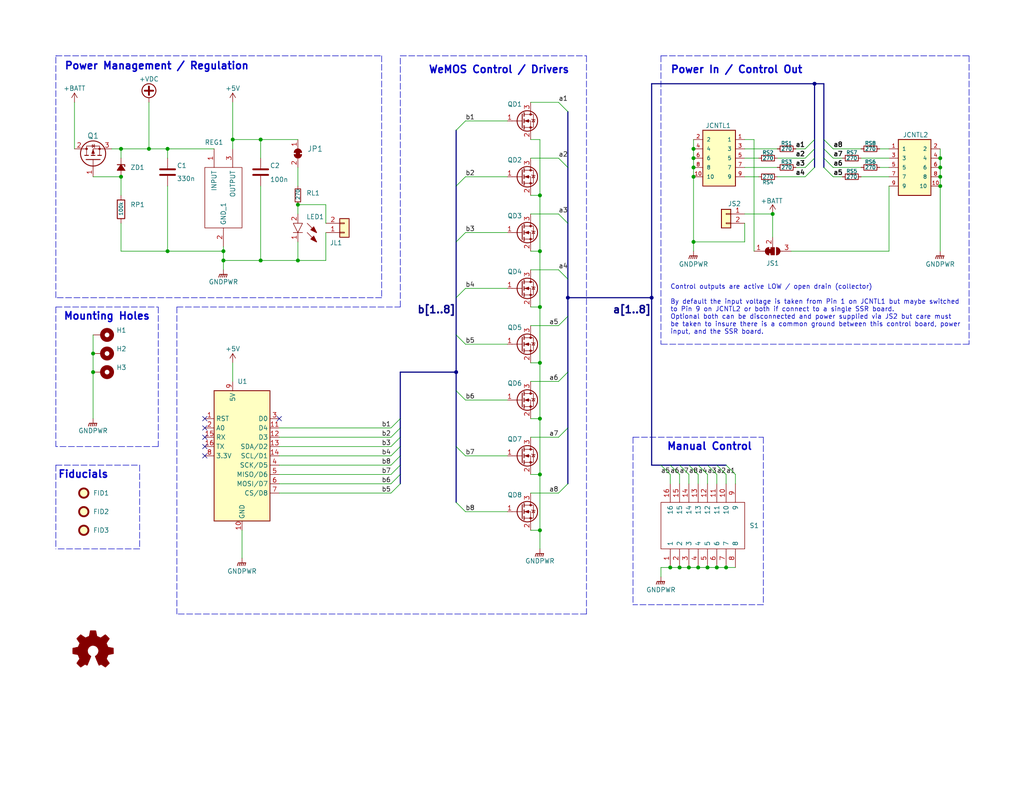
<source format=kicad_sch>
(kicad_sch (version 20211123) (generator eeschema)

  (uuid 0eec8485-c667-4bd4-b362-8a00007c8b10)

  (paper "USLetter")

  (title_block
    (title "Dragon We SSR Control")
    (date "2023-01-03")
    (rev "0.0.8")
    (comment 2 "creativecommons.org/licenses/by/4.0/")
    (comment 3 "License: CC By 4.0")
    (comment 4 "Author: Michael Cummings")
  )

  (lib_symbols
    (symbol "2N7002K_1" (pin_names hide) (in_bom yes) (on_board yes)
      (property "Reference" "QD1" (id 0) (at -3.81 4.572 0)
        (effects (font (size 1.27 1.27)) (justify left))
      )
      (property "Value" "2N7002K_1" (id 1) (at 6.35 -16.51 0)
        (effects (font (size 1.27 1.27)) (justify left) hide)
      )
      (property "Footprint" "Package_TO_SOT_SMD:SOT-23" (id 2) (at 6.35 -19.685 0)
        (effects (font (size 1.27 1.27) italic) (justify left) hide)
      )
      (property "Datasheet" "https://www.diodes.com/assets/Datasheets/ds30896.pdf" (id 3) (at 6.35 -22.86 0)
        (effects (font (size 1.27 1.27)) (justify left) hide)
      )
      (property "ki_keywords" "N-Channel MOSFET" (id 4) (at 0 0 0)
        (effects (font (size 1.27 1.27)) hide)
      )
      (property "ki_description" "0.38A Id, 60V Vds, N-Channel MOSFET, SOT-23" (id 5) (at 0 0 0)
        (effects (font (size 1.27 1.27)) hide)
      )
      (property "ki_fp_filters" "SOT?23*" (id 6) (at 0 0 0)
        (effects (font (size 1.27 1.27)) hide)
      )
      (symbol "2N7002K_1_0_1"
        (polyline
          (pts
            (xy 0.254 0)
            (xy -2.54 0)
          )
          (stroke (width 0) (type default) (color 0 0 0 0))
          (fill (type none))
        )
        (polyline
          (pts
            (xy 0.254 1.905)
            (xy 0.254 -1.905)
          )
          (stroke (width 0.254) (type default) (color 0 0 0 0))
          (fill (type none))
        )
        (polyline
          (pts
            (xy 0.762 -1.27)
            (xy 0.762 -2.286)
          )
          (stroke (width 0.254) (type default) (color 0 0 0 0))
          (fill (type none))
        )
        (polyline
          (pts
            (xy 0.762 0.508)
            (xy 0.762 -0.508)
          )
          (stroke (width 0.254) (type default) (color 0 0 0 0))
          (fill (type none))
        )
        (polyline
          (pts
            (xy 0.762 2.286)
            (xy 0.762 1.27)
          )
          (stroke (width 0.254) (type default) (color 0 0 0 0))
          (fill (type none))
        )
        (polyline
          (pts
            (xy 2.54 2.54)
            (xy 2.54 1.778)
          )
          (stroke (width 0) (type default) (color 0 0 0 0))
          (fill (type none))
        )
        (polyline
          (pts
            (xy 2.54 -2.54)
            (xy 2.54 0)
            (xy 0.762 0)
          )
          (stroke (width 0) (type default) (color 0 0 0 0))
          (fill (type none))
        )
        (polyline
          (pts
            (xy 0.762 -1.778)
            (xy 3.302 -1.778)
            (xy 3.302 1.778)
            (xy 0.762 1.778)
          )
          (stroke (width 0) (type default) (color 0 0 0 0))
          (fill (type none))
        )
        (polyline
          (pts
            (xy 1.016 0)
            (xy 2.032 0.381)
            (xy 2.032 -0.381)
            (xy 1.016 0)
          )
          (stroke (width 0) (type default) (color 0 0 0 0))
          (fill (type outline))
        )
        (polyline
          (pts
            (xy 2.794 0.508)
            (xy 2.921 0.381)
            (xy 3.683 0.381)
            (xy 3.81 0.254)
          )
          (stroke (width 0) (type default) (color 0 0 0 0))
          (fill (type none))
        )
        (polyline
          (pts
            (xy 3.302 0.381)
            (xy 2.921 -0.254)
            (xy 3.683 -0.254)
            (xy 3.302 0.381)
          )
          (stroke (width 0) (type default) (color 0 0 0 0))
          (fill (type none))
        )
        (circle (center 1.651 0) (radius 2.794)
          (stroke (width 0.254) (type default) (color 0 0 0 0))
          (fill (type none))
        )
        (circle (center 2.54 -1.778) (radius 0.254)
          (stroke (width 0) (type default) (color 0 0 0 0))
          (fill (type outline))
        )
        (circle (center 2.54 1.778) (radius 0.254)
          (stroke (width 0) (type default) (color 0 0 0 0))
          (fill (type outline))
        )
      )
      (symbol "2N7002K_1_1_1"
        (pin input line (at -3.81 0 0) (length 1.27)
          (name "G" (effects (font (size 1.27 1.27))))
          (number "1" (effects (font (size 1.27 1.27))))
        )
        (pin passive line (at 2.54 -5.08 90) (length 2.54)
          (name "S" (effects (font (size 1.27 1.27))))
          (number "2" (effects (font (size 1.27 1.27))))
        )
        (pin passive line (at 2.54 5.08 270) (length 2.54)
          (name "D" (effects (font (size 1.27 1.27))))
          (number "3" (effects (font (size 1.27 1.27))))
        )
      )
    )
    (symbol "Connector_Generic:Conn_01x02" (pin_names (offset 1.016) hide) (in_bom yes) (on_board yes)
      (property "Reference" "J" (id 0) (at 0 2.54 0)
        (effects (font (size 1.27 1.27)))
      )
      (property "Value" "Conn_01x02" (id 1) (at 0 -5.08 0)
        (effects (font (size 1.27 1.27)))
      )
      (property "Footprint" "" (id 2) (at 0 0 0)
        (effects (font (size 1.27 1.27)) hide)
      )
      (property "Datasheet" "~" (id 3) (at 0 0 0)
        (effects (font (size 1.27 1.27)) hide)
      )
      (property "ki_keywords" "connector" (id 4) (at 0 0 0)
        (effects (font (size 1.27 1.27)) hide)
      )
      (property "ki_description" "Generic connector, single row, 01x02, script generated (kicad-library-utils/schlib/autogen/connector/)" (id 5) (at 0 0 0)
        (effects (font (size 1.27 1.27)) hide)
      )
      (property "ki_fp_filters" "Connector*:*_1x??_*" (id 6) (at 0 0 0)
        (effects (font (size 1.27 1.27)) hide)
      )
      (symbol "Conn_01x02_1_1"
        (rectangle (start -1.27 -2.413) (end 0 -2.667)
          (stroke (width 0.1524) (type default) (color 0 0 0 0))
          (fill (type none))
        )
        (rectangle (start -1.27 0.127) (end 0 -0.127)
          (stroke (width 0.1524) (type default) (color 0 0 0 0))
          (fill (type none))
        )
        (rectangle (start -1.27 1.27) (end 1.27 -3.81)
          (stroke (width 0.254) (type default) (color 0 0 0 0))
          (fill (type background))
        )
        (pin passive line (at -5.08 0 0) (length 3.81)
          (name "Pin_1" (effects (font (size 1.27 1.27))))
          (number "1" (effects (font (size 1.27 1.27))))
        )
        (pin passive line (at -5.08 -2.54 0) (length 3.81)
          (name "Pin_2" (effects (font (size 1.27 1.27))))
          (number "2" (effects (font (size 1.27 1.27))))
        )
      )
    )
    (symbol "Connector_Samtec:SHF-105-01-L-D-RA" (pin_names (offset 1.016)) (in_bom yes) (on_board yes)
      (property "Reference" "JCNTL2" (id 0) (at 0.254 8.89 0)
        (effects (font (size 1.27 1.27)))
      )
      (property "Value" "SHF-105-01-L-D-RA" (id 1) (at -11.43 -26.67 0)
        (effects (font (size 1.27 1.27)) (justify left bottom) hide)
      )
      (property "Footprint" "dragon_mobile:SAMTEC_SHF-105-01-L-D-RA" (id 2) (at 10.16 -17.78 0)
        (effects (font (size 1.27 1.27)) (justify bottom) hide)
      )
      (property "Datasheet" "~" (id 3) (at 0 0 0)
        (effects (font (size 1.27 1.27)) hide)
      )
      (property "PARTREV" "R" (id 4) (at -10.795 -24.13 0)
        (effects (font (size 1.27 1.27)) (justify bottom) hide)
      )
      (property "STANDARD" "Manufacturer Recommendations" (id 5) (at 3.175 -20.32 0)
        (effects (font (size 1.27 1.27)) (justify bottom) hide)
      )
      (property "MANUFACTURER" "Samtec" (id 6) (at -8.255 -22.225 0)
        (effects (font (size 1.27 1.27)) (justify bottom) hide)
      )
      (property "ki_keywords" "Connector" (id 7) (at 0 0 0)
        (effects (font (size 1.27 1.27)) hide)
      )
      (property "ki_description" "Shrouded Terminal Strip, 0.050'' pitch, SHF-105-01-L-D-RA" (id 8) (at 0 0 0)
        (effects (font (size 1.27 1.27)) hide)
      )
      (symbol "SHF-105-01-L-D-RA_0_0"
        (rectangle (start -4.445 7.62) (end 4.445 -7.62)
          (stroke (width 0.254) (type default) (color 0 0 0 0))
          (fill (type background))
        )
        (pin passive line (at -6.985 5.08 0) (length 2.54)
          (name "1" (effects (font (size 1.016 1.016))))
          (number "1" (effects (font (size 1.016 1.016))))
        )
        (pin passive line (at 6.985 -5.08 180) (length 2.54)
          (name "10" (effects (font (size 1.016 1.016))))
          (number "10" (effects (font (size 1.016 1.016))))
        )
        (pin passive line (at 6.985 5.08 180) (length 2.54)
          (name "2" (effects (font (size 1.016 1.016))))
          (number "2" (effects (font (size 1.016 1.016))))
        )
        (pin passive line (at -6.985 2.54 0) (length 2.54)
          (name "3" (effects (font (size 1.016 1.016))))
          (number "3" (effects (font (size 1.016 1.016))))
        )
        (pin passive line (at 6.985 2.54 180) (length 2.54)
          (name "4" (effects (font (size 1.016 1.016))))
          (number "4" (effects (font (size 1.016 1.016))))
        )
        (pin passive line (at -6.985 0 0) (length 2.54)
          (name "5" (effects (font (size 1.016 1.016))))
          (number "5" (effects (font (size 1.016 1.016))))
        )
        (pin passive line (at 6.985 0 180) (length 2.54)
          (name "6" (effects (font (size 1.016 1.016))))
          (number "6" (effects (font (size 1.016 1.016))))
        )
        (pin passive line (at -6.985 -2.54 0) (length 2.54)
          (name "7" (effects (font (size 1.016 1.016))))
          (number "7" (effects (font (size 1.016 1.016))))
        )
        (pin passive line (at 6.985 -2.54 180) (length 2.54)
          (name "8" (effects (font (size 1.016 1.016))))
          (number "8" (effects (font (size 1.016 1.016))))
        )
        (pin power_out line (at -6.985 -5.08 0) (length 2.54)
          (name "9" (effects (font (size 1.016 1.016))))
          (number "9" (effects (font (size 1.016 1.016))))
        )
      )
    )
    (symbol "Device:C" (pin_numbers hide) (pin_names (offset 0.254)) (in_bom yes) (on_board yes)
      (property "Reference" "C" (id 0) (at 0.635 2.54 0)
        (effects (font (size 1.27 1.27)) (justify left))
      )
      (property "Value" "C" (id 1) (at 0.635 -2.54 0)
        (effects (font (size 1.27 1.27)) (justify left))
      )
      (property "Footprint" "" (id 2) (at 0.9652 -3.81 0)
        (effects (font (size 1.27 1.27)) hide)
      )
      (property "Datasheet" "~" (id 3) (at 0 0 0)
        (effects (font (size 1.27 1.27)) hide)
      )
      (property "ki_keywords" "cap capacitor" (id 4) (at 0 0 0)
        (effects (font (size 1.27 1.27)) hide)
      )
      (property "ki_description" "Unpolarized capacitor" (id 5) (at 0 0 0)
        (effects (font (size 1.27 1.27)) hide)
      )
      (property "ki_fp_filters" "C_*" (id 6) (at 0 0 0)
        (effects (font (size 1.27 1.27)) hide)
      )
      (symbol "C_0_1"
        (polyline
          (pts
            (xy -2.032 -0.762)
            (xy 2.032 -0.762)
          )
          (stroke (width 0.508) (type default) (color 0 0 0 0))
          (fill (type none))
        )
        (polyline
          (pts
            (xy -2.032 0.762)
            (xy 2.032 0.762)
          )
          (stroke (width 0.508) (type default) (color 0 0 0 0))
          (fill (type none))
        )
      )
      (symbol "C_1_1"
        (pin passive line (at 0 3.81 270) (length 2.794)
          (name "~" (effects (font (size 1.27 1.27))))
          (number "1" (effects (font (size 1.27 1.27))))
        )
        (pin passive line (at 0 -3.81 90) (length 2.794)
          (name "~" (effects (font (size 1.27 1.27))))
          (number "2" (effects (font (size 1.27 1.27))))
        )
      )
    )
    (symbol "Device:D_Zener_Small_Filled" (pin_numbers hide) (pin_names (offset 0.254) hide) (in_bom yes) (on_board yes)
      (property "Reference" "D" (id 0) (at 0 2.286 0)
        (effects (font (size 1.27 1.27)))
      )
      (property "Value" "D_Zener_Small_Filled" (id 1) (at 0 -2.286 0)
        (effects (font (size 1.27 1.27)))
      )
      (property "Footprint" "" (id 2) (at 0 0 90)
        (effects (font (size 1.27 1.27)) hide)
      )
      (property "Datasheet" "~" (id 3) (at 0 0 90)
        (effects (font (size 1.27 1.27)) hide)
      )
      (property "ki_keywords" "diode" (id 4) (at 0 0 0)
        (effects (font (size 1.27 1.27)) hide)
      )
      (property "ki_description" "Zener diode, small symbol, filled shape" (id 5) (at 0 0 0)
        (effects (font (size 1.27 1.27)) hide)
      )
      (property "ki_fp_filters" "TO-???* *_Diode_* *SingleDiode* D_*" (id 6) (at 0 0 0)
        (effects (font (size 1.27 1.27)) hide)
      )
      (symbol "D_Zener_Small_Filled_0_1"
        (polyline
          (pts
            (xy 0.762 0)
            (xy -0.762 0)
          )
          (stroke (width 0) (type default) (color 0 0 0 0))
          (fill (type none))
        )
        (polyline
          (pts
            (xy -0.254 1.016)
            (xy -0.762 1.016)
            (xy -0.762 -1.016)
          )
          (stroke (width 0.254) (type default) (color 0 0 0 0))
          (fill (type none))
        )
        (polyline
          (pts
            (xy 0.762 1.016)
            (xy -0.762 0)
            (xy 0.762 -1.016)
            (xy 0.762 1.016)
          )
          (stroke (width 0.254) (type default) (color 0 0 0 0))
          (fill (type outline))
        )
      )
      (symbol "D_Zener_Small_Filled_1_1"
        (pin passive line (at -2.54 0 0) (length 1.778)
          (name "K" (effects (font (size 1.27 1.27))))
          (number "1" (effects (font (size 1.27 1.27))))
        )
        (pin passive line (at 2.54 0 180) (length 1.778)
          (name "A" (effects (font (size 1.27 1.27))))
          (number "2" (effects (font (size 1.27 1.27))))
        )
      )
    )
    (symbol "Device:R" (pin_numbers hide) (pin_names (offset 0)) (in_bom yes) (on_board yes)
      (property "Reference" "R" (id 0) (at 2.032 0 90)
        (effects (font (size 1.27 1.27)))
      )
      (property "Value" "R" (id 1) (at 0 0 90)
        (effects (font (size 1.27 1.27)))
      )
      (property "Footprint" "" (id 2) (at -1.778 0 90)
        (effects (font (size 1.27 1.27)) hide)
      )
      (property "Datasheet" "~" (id 3) (at 0 0 0)
        (effects (font (size 1.27 1.27)) hide)
      )
      (property "ki_keywords" "R res resistor" (id 4) (at 0 0 0)
        (effects (font (size 1.27 1.27)) hide)
      )
      (property "ki_description" "Resistor" (id 5) (at 0 0 0)
        (effects (font (size 1.27 1.27)) hide)
      )
      (property "ki_fp_filters" "R_*" (id 6) (at 0 0 0)
        (effects (font (size 1.27 1.27)) hide)
      )
      (symbol "R_0_1"
        (rectangle (start -1.016 -2.54) (end 1.016 2.54)
          (stroke (width 0.254) (type default) (color 0 0 0 0))
          (fill (type none))
        )
      )
      (symbol "R_1_1"
        (pin passive line (at 0 3.81 270) (length 1.27)
          (name "~" (effects (font (size 1.27 1.27))))
          (number "1" (effects (font (size 1.27 1.27))))
        )
        (pin passive line (at 0 -3.81 90) (length 1.27)
          (name "~" (effects (font (size 1.27 1.27))))
          (number "2" (effects (font (size 1.27 1.27))))
        )
      )
    )
    (symbol "Device:R_Small" (pin_numbers hide) (pin_names (offset 0.254) hide) (in_bom yes) (on_board yes)
      (property "Reference" "R" (id 0) (at 0.762 0.508 0)
        (effects (font (size 1.27 1.27)) (justify left))
      )
      (property "Value" "R_Small" (id 1) (at 0.762 -1.016 0)
        (effects (font (size 1.27 1.27)) (justify left))
      )
      (property "Footprint" "" (id 2) (at 0 0 0)
        (effects (font (size 1.27 1.27)) hide)
      )
      (property "Datasheet" "~" (id 3) (at 0 0 0)
        (effects (font (size 1.27 1.27)) hide)
      )
      (property "ki_keywords" "R resistor" (id 4) (at 0 0 0)
        (effects (font (size 1.27 1.27)) hide)
      )
      (property "ki_description" "Resistor, small symbol" (id 5) (at 0 0 0)
        (effects (font (size 1.27 1.27)) hide)
      )
      (property "ki_fp_filters" "R_*" (id 6) (at 0 0 0)
        (effects (font (size 1.27 1.27)) hide)
      )
      (symbol "R_Small_0_1"
        (rectangle (start -0.762 1.778) (end 0.762 -1.778)
          (stroke (width 0.2032) (type default) (color 0 0 0 0))
          (fill (type none))
        )
      )
      (symbol "R_Small_1_1"
        (pin passive line (at 0 2.54 270) (length 0.762)
          (name "~" (effects (font (size 1.27 1.27))))
          (number "1" (effects (font (size 1.27 1.27))))
        )
        (pin passive line (at 0 -2.54 90) (length 0.762)
          (name "~" (effects (font (size 1.27 1.27))))
          (number "2" (effects (font (size 1.27 1.27))))
        )
      )
    )
    (symbol "Fiducial_1" (in_bom yes) (on_board yes)
      (property "Reference" "FID" (id 0) (at 0 5.08 0)
        (effects (font (size 1.27 1.27)))
      )
      (property "Value" "Fiducial_1" (id 1) (at 0 3.175 0)
        (effects (font (size 1.27 1.27)))
      )
      (property "Footprint" "" (id 2) (at 0 0 0)
        (effects (font (size 1.27 1.27)) hide)
      )
      (property "Datasheet" "~" (id 3) (at 0 0 0)
        (effects (font (size 1.27 1.27)) hide)
      )
      (property "ki_keywords" "fiducial marker" (id 4) (at 0 0 0)
        (effects (font (size 1.27 1.27)) hide)
      )
      (property "ki_description" "Fiducial Marker" (id 5) (at 0 0 0)
        (effects (font (size 1.27 1.27)) hide)
      )
      (property "ki_fp_filters" "Fiducial*" (id 6) (at 0 0 0)
        (effects (font (size 1.27 1.27)) hide)
      )
      (symbol "Fiducial_1_0_1"
        (circle (center 0 0) (radius 1.27)
          (stroke (width 0.508) (type default) (color 0 0 0 0))
          (fill (type background))
        )
      )
    )
    (symbol "Fiducial_2" (in_bom yes) (on_board yes)
      (property "Reference" "FID" (id 0) (at 0 5.08 0)
        (effects (font (size 1.27 1.27)))
      )
      (property "Value" "Fiducial_2" (id 1) (at 0 3.175 0)
        (effects (font (size 1.27 1.27)))
      )
      (property "Footprint" "" (id 2) (at 0 0 0)
        (effects (font (size 1.27 1.27)) hide)
      )
      (property "Datasheet" "~" (id 3) (at 0 0 0)
        (effects (font (size 1.27 1.27)) hide)
      )
      (property "ki_keywords" "fiducial marker" (id 4) (at 0 0 0)
        (effects (font (size 1.27 1.27)) hide)
      )
      (property "ki_description" "Fiducial Marker" (id 5) (at 0 0 0)
        (effects (font (size 1.27 1.27)) hide)
      )
      (property "ki_fp_filters" "Fiducial*" (id 6) (at 0 0 0)
        (effects (font (size 1.27 1.27)) hide)
      )
      (symbol "Fiducial_2_0_1"
        (circle (center 0 0) (radius 1.27)
          (stroke (width 0.508) (type default) (color 0 0 0 0))
          (fill (type background))
        )
      )
    )
    (symbol "Graphic:Logo_Open_Hardware_Small" (pin_names (offset 1.016)) (in_bom yes) (on_board yes)
      (property "Reference" "#LOGO" (id 0) (at 0 6.985 0)
        (effects (font (size 1.27 1.27)) hide)
      )
      (property "Value" "Logo_Open_Hardware_Small" (id 1) (at 0 -5.715 0)
        (effects (font (size 1.27 1.27)) hide)
      )
      (property "Footprint" "" (id 2) (at 0 0 0)
        (effects (font (size 1.27 1.27)) hide)
      )
      (property "Datasheet" "~" (id 3) (at 0 0 0)
        (effects (font (size 1.27 1.27)) hide)
      )
      (property "ki_keywords" "Logo" (id 4) (at 0 0 0)
        (effects (font (size 1.27 1.27)) hide)
      )
      (property "ki_description" "Open Hardware logo, small" (id 5) (at 0 0 0)
        (effects (font (size 1.27 1.27)) hide)
      )
      (symbol "Logo_Open_Hardware_Small_0_1"
        (polyline
          (pts
            (xy 3.3528 -4.3434)
            (xy 3.302 -4.318)
            (xy 3.175 -4.2418)
            (xy 2.9972 -4.1148)
            (xy 2.7686 -3.9624)
            (xy 2.54 -3.81)
            (xy 2.3622 -3.7084)
            (xy 2.2352 -3.6068)
            (xy 2.1844 -3.5814)
            (xy 2.159 -3.6068)
            (xy 2.0574 -3.6576)
            (xy 1.905 -3.7338)
            (xy 1.8034 -3.7846)
            (xy 1.6764 -3.8354)
            (xy 1.6002 -3.8354)
            (xy 1.6002 -3.8354)
            (xy 1.5494 -3.7338)
            (xy 1.4732 -3.5306)
            (xy 1.3462 -3.302)
            (xy 1.2446 -3.0226)
            (xy 1.1176 -2.7178)
            (xy 0.9652 -2.413)
            (xy 0.8636 -2.1082)
            (xy 0.7366 -1.8288)
            (xy 0.6604 -1.6256)
            (xy 0.6096 -1.4732)
            (xy 0.5842 -1.397)
            (xy 0.5842 -1.397)
            (xy 0.6604 -1.3208)
            (xy 0.7874 -1.2446)
            (xy 1.0414 -1.016)
            (xy 1.2954 -0.6858)
            (xy 1.4478 -0.3302)
            (xy 1.524 0.0762)
            (xy 1.4732 0.4572)
            (xy 1.3208 0.8128)
            (xy 1.0668 1.143)
            (xy 0.762 1.3716)
            (xy 0.4064 1.524)
            (xy 0 1.5748)
            (xy -0.381 1.5494)
            (xy -0.7366 1.397)
            (xy -1.0668 1.143)
            (xy -1.2192 0.9906)
            (xy -1.397 0.6604)
            (xy -1.524 0.3048)
            (xy -1.524 0.2286)
            (xy -1.4986 -0.1778)
            (xy -1.397 -0.5334)
            (xy -1.1938 -0.8636)
            (xy -0.9144 -1.143)
            (xy -0.8636 -1.1684)
            (xy -0.7366 -1.27)
            (xy -0.635 -1.3462)
            (xy -0.5842 -1.397)
            (xy -1.0668 -2.5908)
            (xy -1.143 -2.794)
            (xy -1.2954 -3.1242)
            (xy -1.397 -3.4036)
            (xy -1.4986 -3.6322)
            (xy -1.5748 -3.7846)
            (xy -1.6002 -3.8354)
            (xy -1.6002 -3.8354)
            (xy -1.651 -3.8354)
            (xy -1.7272 -3.81)
            (xy -1.905 -3.7338)
            (xy -2.0066 -3.683)
            (xy -2.1336 -3.6068)
            (xy -2.2098 -3.5814)
            (xy -2.2606 -3.6068)
            (xy -2.3622 -3.683)
            (xy -2.54 -3.81)
            (xy -2.7686 -3.9624)
            (xy -2.9718 -4.0894)
            (xy -3.1496 -4.2164)
            (xy -3.302 -4.318)
            (xy -3.3528 -4.3434)
            (xy -3.3782 -4.3434)
            (xy -3.429 -4.318)
            (xy -3.5306 -4.2164)
            (xy -3.7084 -4.064)
            (xy -3.937 -3.8354)
            (xy -3.9624 -3.81)
            (xy -4.1656 -3.6068)
            (xy -4.318 -3.4544)
            (xy -4.4196 -3.3274)
            (xy -4.445 -3.2766)
            (xy -4.445 -3.2766)
            (xy -4.4196 -3.2258)
            (xy -4.318 -3.0734)
            (xy -4.2164 -2.8956)
            (xy -4.064 -2.667)
            (xy -3.6576 -2.0828)
            (xy -3.8862 -1.5494)
            (xy -3.937 -1.3716)
            (xy -4.0386 -1.1684)
            (xy -4.0894 -1.0414)
            (xy -4.1148 -0.9652)
            (xy -4.191 -0.9398)
            (xy -4.318 -0.9144)
            (xy -4.5466 -0.8636)
            (xy -4.8006 -0.8128)
            (xy -5.0546 -0.7874)
            (xy -5.2578 -0.7366)
            (xy -5.4356 -0.7112)
            (xy -5.5118 -0.6858)
            (xy -5.5118 -0.6858)
            (xy -5.5372 -0.635)
            (xy -5.5372 -0.5588)
            (xy -5.5372 -0.4318)
            (xy -5.5626 -0.2286)
            (xy -5.5626 0.0762)
            (xy -5.5626 0.127)
            (xy -5.5372 0.4064)
            (xy -5.5372 0.635)
            (xy -5.5372 0.762)
            (xy -5.5372 0.8382)
            (xy -5.5372 0.8382)
            (xy -5.461 0.8382)
            (xy -5.3086 0.889)
            (xy -5.08 0.9144)
            (xy -4.826 0.9652)
            (xy -4.8006 0.9906)
            (xy -4.5466 1.0414)
            (xy -4.318 1.0668)
            (xy -4.1656 1.1176)
            (xy -4.0894 1.143)
            (xy -4.0894 1.143)
            (xy -4.0386 1.2446)
            (xy -3.9624 1.4224)
            (xy -3.8608 1.6256)
            (xy -3.7846 1.8288)
            (xy -3.7084 2.0066)
            (xy -3.6576 2.159)
            (xy -3.6322 2.2098)
            (xy -3.6322 2.2098)
            (xy -3.683 2.286)
            (xy -3.7592 2.413)
            (xy -3.8862 2.5908)
            (xy -4.064 2.8194)
            (xy -4.064 2.8448)
            (xy -4.2164 3.0734)
            (xy -4.3434 3.2512)
            (xy -4.4196 3.3782)
            (xy -4.445 3.4544)
            (xy -4.445 3.4544)
            (xy -4.3942 3.5052)
            (xy -4.2926 3.6322)
            (xy -4.1148 3.81)
            (xy -3.937 4.0132)
            (xy -3.8608 4.064)
            (xy -3.6576 4.2926)
            (xy -3.5052 4.4196)
            (xy -3.4036 4.4958)
            (xy -3.3528 4.5212)
            (xy -3.3528 4.5212)
            (xy -3.302 4.4704)
            (xy -3.1496 4.3688)
            (xy -2.9718 4.2418)
            (xy -2.7432 4.0894)
            (xy -2.7178 4.0894)
            (xy -2.4892 3.937)
            (xy -2.3114 3.81)
            (xy -2.1844 3.7084)
            (xy -2.1336 3.683)
            (xy -2.1082 3.683)
            (xy -2.032 3.7084)
            (xy -1.8542 3.7592)
            (xy -1.6764 3.8354)
            (xy -1.4732 3.937)
            (xy -1.27 4.0132)
            (xy -1.143 4.064)
            (xy -1.0668 4.1148)
            (xy -1.0668 4.1148)
            (xy -1.0414 4.191)
            (xy -1.016 4.3434)
            (xy -0.9652 4.572)
            (xy -0.9144 4.8514)
            (xy -0.889 4.9022)
            (xy -0.8382 5.1562)
            (xy -0.8128 5.3848)
            (xy -0.7874 5.5372)
            (xy -0.762 5.588)
            (xy -0.7112 5.6134)
            (xy -0.5842 5.6134)
            (xy -0.4064 5.6134)
            (xy -0.1524 5.6134)
            (xy 0.0762 5.6134)
            (xy 0.3302 5.6134)
            (xy 0.5334 5.6134)
            (xy 0.6858 5.588)
            (xy 0.7366 5.588)
            (xy 0.7366 5.588)
            (xy 0.762 5.5118)
            (xy 0.8128 5.334)
            (xy 0.8382 5.1054)
            (xy 0.9144 4.826)
            (xy 0.9144 4.7752)
            (xy 0.9652 4.5212)
            (xy 1.016 4.2926)
            (xy 1.0414 4.1402)
            (xy 1.0668 4.0894)
            (xy 1.0668 4.0894)
            (xy 1.1938 4.0386)
            (xy 1.3716 3.9624)
            (xy 1.5748 3.8608)
            (xy 2.0828 3.6576)
            (xy 2.7178 4.0894)
            (xy 2.7686 4.1402)
            (xy 2.9972 4.2926)
            (xy 3.175 4.4196)
            (xy 3.302 4.4958)
            (xy 3.3782 4.5212)
            (xy 3.3782 4.5212)
            (xy 3.429 4.4704)
            (xy 3.556 4.3434)
            (xy 3.7338 4.191)
            (xy 3.9116 3.9878)
            (xy 4.064 3.8354)
            (xy 4.2418 3.6576)
            (xy 4.3434 3.556)
            (xy 4.4196 3.4798)
            (xy 4.4196 3.429)
            (xy 4.4196 3.4036)
            (xy 4.3942 3.3274)
            (xy 4.2926 3.2004)
            (xy 4.1656 2.9972)
            (xy 4.0132 2.794)
            (xy 3.8862 2.5908)
            (xy 3.7592 2.3876)
            (xy 3.6576 2.2352)
            (xy 3.6322 2.159)
            (xy 3.6322 2.1336)
            (xy 3.683 2.0066)
            (xy 3.7592 1.8288)
            (xy 3.8608 1.6002)
            (xy 4.064 1.1176)
            (xy 4.3942 1.0414)
            (xy 4.5974 1.016)
            (xy 4.8768 0.9652)
            (xy 5.1308 0.9144)
            (xy 5.5372 0.8382)
            (xy 5.5626 -0.6604)
            (xy 5.4864 -0.6858)
            (xy 5.4356 -0.6858)
            (xy 5.2832 -0.7366)
            (xy 5.0546 -0.762)
            (xy 4.8006 -0.8128)
            (xy 4.5974 -0.8636)
            (xy 4.3688 -0.9144)
            (xy 4.2164 -0.9398)
            (xy 4.1402 -0.9398)
            (xy 4.1148 -0.9652)
            (xy 4.064 -1.0668)
            (xy 3.9878 -1.2446)
            (xy 3.9116 -1.4478)
            (xy 3.81 -1.651)
            (xy 3.7338 -1.8542)
            (xy 3.683 -2.0066)
            (xy 3.6576 -2.0828)
            (xy 3.683 -2.1336)
            (xy 3.7846 -2.2606)
            (xy 3.8862 -2.4638)
            (xy 4.0386 -2.667)
            (xy 4.191 -2.8956)
            (xy 4.318 -3.0734)
            (xy 4.3942 -3.2004)
            (xy 4.445 -3.2766)
            (xy 4.4196 -3.3274)
            (xy 4.3434 -3.429)
            (xy 4.1656 -3.5814)
            (xy 3.937 -3.8354)
            (xy 3.8862 -3.8608)
            (xy 3.683 -4.064)
            (xy 3.5306 -4.2164)
            (xy 3.4036 -4.318)
            (xy 3.3528 -4.3434)
          )
          (stroke (width 0) (type default) (color 0 0 0 0))
          (fill (type outline))
        )
      )
    )
    (symbol "Jumper:SolderJumper_2_Bridged" (pin_names (offset 0) hide) (in_bom yes) (on_board yes)
      (property "Reference" "JP" (id 0) (at 0 2.032 0)
        (effects (font (size 1.27 1.27)))
      )
      (property "Value" "SolderJumper_2_Bridged" (id 1) (at 0 -2.54 0)
        (effects (font (size 1.27 1.27)))
      )
      (property "Footprint" "" (id 2) (at 0 0 0)
        (effects (font (size 1.27 1.27)) hide)
      )
      (property "Datasheet" "~" (id 3) (at 0 0 0)
        (effects (font (size 1.27 1.27)) hide)
      )
      (property "ki_keywords" "solder jumper SPST" (id 4) (at 0 0 0)
        (effects (font (size 1.27 1.27)) hide)
      )
      (property "ki_description" "Solder Jumper, 2-pole, closed/bridged" (id 5) (at 0 0 0)
        (effects (font (size 1.27 1.27)) hide)
      )
      (property "ki_fp_filters" "SolderJumper*Bridged*" (id 6) (at 0 0 0)
        (effects (font (size 1.27 1.27)) hide)
      )
      (symbol "SolderJumper_2_Bridged_0_1"
        (rectangle (start -0.508 0.508) (end 0.508 -0.508)
          (stroke (width 0) (type default) (color 0 0 0 0))
          (fill (type outline))
        )
        (arc (start -0.254 1.016) (mid -1.27 0) (end -0.254 -1.016)
          (stroke (width 0) (type default) (color 0 0 0 0))
          (fill (type none))
        )
        (arc (start -0.254 1.016) (mid -1.27 0) (end -0.254 -1.016)
          (stroke (width 0) (type default) (color 0 0 0 0))
          (fill (type outline))
        )
        (polyline
          (pts
            (xy -0.254 1.016)
            (xy -0.254 -1.016)
          )
          (stroke (width 0) (type default) (color 0 0 0 0))
          (fill (type none))
        )
        (polyline
          (pts
            (xy 0.254 1.016)
            (xy 0.254 -1.016)
          )
          (stroke (width 0) (type default) (color 0 0 0 0))
          (fill (type none))
        )
        (arc (start 0.254 -1.016) (mid 1.27 0) (end 0.254 1.016)
          (stroke (width 0) (type default) (color 0 0 0 0))
          (fill (type none))
        )
        (arc (start 0.254 -1.016) (mid 1.27 0) (end 0.254 1.016)
          (stroke (width 0) (type default) (color 0 0 0 0))
          (fill (type outline))
        )
      )
      (symbol "SolderJumper_2_Bridged_1_1"
        (pin passive line (at -3.81 0 0) (length 2.54)
          (name "A" (effects (font (size 1.27 1.27))))
          (number "1" (effects (font (size 1.27 1.27))))
        )
        (pin passive line (at 3.81 0 180) (length 2.54)
          (name "B" (effects (font (size 1.27 1.27))))
          (number "2" (effects (font (size 1.27 1.27))))
        )
      )
    )
    (symbol "Jumper:SolderJumper_3_Bridged12" (pin_names (offset 0) hide) (in_bom yes) (on_board yes)
      (property "Reference" "JS1" (id 0) (at 0 3.175 0)
        (effects (font (size 1.27 1.27)))
      )
      (property "Value" "SolderJumper_3_Bridged12" (id 1) (at 18.415 -15.24 0)
        (effects (font (size 1.27 1.27)) hide)
      )
      (property "Footprint" "" (id 2) (at 0 0 0)
        (effects (font (size 1.27 1.27)) hide)
      )
      (property "Datasheet" "~" (id 3) (at 6.35 -13.335 0)
        (effects (font (size 1.27 1.27)) hide)
      )
      (property "ki_keywords" "Solder Jumper SPDT" (id 4) (at 0 0 0)
        (effects (font (size 1.27 1.27)) hide)
      )
      (property "ki_description" "3-pole Solder Jumper, pins 1+2 closed/bridged" (id 5) (at 0 0 0)
        (effects (font (size 1.27 1.27)) hide)
      )
      (property "ki_fp_filters" "SolderJumper*Bridged12*" (id 6) (at 0 0 0)
        (effects (font (size 1.27 1.27)) hide)
      )
      (symbol "SolderJumper_3_Bridged12_0_1"
        (rectangle (start -1.016 0.508) (end -0.508 -0.508)
          (stroke (width 0) (type default) (color 0 0 0 0))
          (fill (type outline))
        )
        (arc (start -1.016 1.016) (mid -2.032 0) (end -1.016 -1.016)
          (stroke (width 0) (type default) (color 0 0 0 0))
          (fill (type none))
        )
        (arc (start -1.016 1.016) (mid -2.032 0) (end -1.016 -1.016)
          (stroke (width 0) (type default) (color 0 0 0 0))
          (fill (type outline))
        )
        (rectangle (start -0.508 1.016) (end 0.508 -1.016)
          (stroke (width 0) (type default) (color 0 0 0 0))
          (fill (type outline))
        )
        (polyline
          (pts
            (xy -2.54 0)
            (xy -2.032 0)
          )
          (stroke (width 0) (type default) (color 0 0 0 0))
          (fill (type none))
        )
        (polyline
          (pts
            (xy -1.016 1.016)
            (xy -1.016 -1.016)
          )
          (stroke (width 0) (type default) (color 0 0 0 0))
          (fill (type none))
        )
        (polyline
          (pts
            (xy 0 -1.27)
            (xy 0 -1.016)
          )
          (stroke (width 0) (type default) (color 0 0 0 0))
          (fill (type none))
        )
        (polyline
          (pts
            (xy 1.016 1.016)
            (xy 1.016 -1.016)
          )
          (stroke (width 0) (type default) (color 0 0 0 0))
          (fill (type none))
        )
        (polyline
          (pts
            (xy 2.54 0)
            (xy 2.032 0)
          )
          (stroke (width 0) (type default) (color 0 0 0 0))
          (fill (type none))
        )
        (arc (start 1.016 -1.016) (mid 2.032 0) (end 1.016 1.016)
          (stroke (width 0) (type default) (color 0 0 0 0))
          (fill (type none))
        )
        (arc (start 1.016 -1.016) (mid 2.032 0) (end 1.016 1.016)
          (stroke (width 0) (type default) (color 0 0 0 0))
          (fill (type outline))
        )
      )
      (symbol "SolderJumper_3_Bridged12_1_1"
        (pin power_in line (at -5.08 0 0) (length 2.54)
          (name "A" (effects (font (size 1.27 1.27))))
          (number "1" (effects (font (size 1.27 1.27))))
        )
        (pin power_out line (at 0 -3.81 90) (length 2.54)
          (name "C" (effects (font (size 1.27 1.27))))
          (number "2" (effects (font (size 1.27 1.27))))
        )
        (pin power_in line (at 5.08 0 180) (length 2.54)
          (name "B" (effects (font (size 1.27 1.27))))
          (number "3" (effects (font (size 1.27 1.27))))
        )
      )
    )
    (symbol "Mechanical:Fiducial" (pin_numbers hide) (pin_names hide) (in_bom yes) (on_board yes)
      (property "Reference" "FID" (id 0) (at 0 5.08 0)
        (effects (font (size 1.27 1.27)))
      )
      (property "Value" "Fiducial" (id 1) (at 0 3.175 0)
        (effects (font (size 1.27 1.27)))
      )
      (property "Footprint" "" (id 2) (at 0 0 0)
        (effects (font (size 1.27 1.27)) hide)
      )
      (property "Datasheet" "~" (id 3) (at 0 0 0)
        (effects (font (size 1.27 1.27)) hide)
      )
      (property "ki_keywords" "fiducial marker" (id 4) (at 0 0 0)
        (effects (font (size 1.27 1.27)) hide)
      )
      (property "ki_description" "Fiducial Marker" (id 5) (at 0 0 0)
        (effects (font (size 1.27 1.27)) hide)
      )
      (property "ki_fp_filters" "Fiducial*" (id 6) (at 0 0 0)
        (effects (font (size 1.27 1.27)) hide)
      )
      (symbol "Fiducial_0_1"
        (circle (center 0 0) (radius 1.27)
          (stroke (width 0.508) (type default) (color 0 0 0 0))
          (fill (type background))
        )
      )
    )
    (symbol "Mechanical:MountingHole_Pad" (pin_numbers hide) (pin_names (offset 1.016) hide) (in_bom yes) (on_board yes)
      (property "Reference" "H" (id 0) (at 0 6.35 0)
        (effects (font (size 1.27 1.27)))
      )
      (property "Value" "MountingHole_Pad" (id 1) (at 0 4.445 0)
        (effects (font (size 1.27 1.27)))
      )
      (property "Footprint" "" (id 2) (at 0 0 0)
        (effects (font (size 1.27 1.27)) hide)
      )
      (property "Datasheet" "~" (id 3) (at 0 0 0)
        (effects (font (size 1.27 1.27)) hide)
      )
      (property "ki_keywords" "mounting hole" (id 4) (at 0 0 0)
        (effects (font (size 1.27 1.27)) hide)
      )
      (property "ki_description" "Mounting Hole with connection" (id 5) (at 0 0 0)
        (effects (font (size 1.27 1.27)) hide)
      )
      (property "ki_fp_filters" "MountingHole*Pad*" (id 6) (at 0 0 0)
        (effects (font (size 1.27 1.27)) hide)
      )
      (symbol "MountingHole_Pad_0_1"
        (circle (center 0 1.27) (radius 1.27)
          (stroke (width 1.27) (type default) (color 0 0 0 0))
          (fill (type none))
        )
      )
      (symbol "MountingHole_Pad_1_1"
        (pin input line (at 0 -2.54 90) (length 2.54)
          (name "1" (effects (font (size 1.27 1.27))))
          (number "1" (effects (font (size 1.27 1.27))))
        )
      )
    )
    (symbol "SHF-105-01-L-D-RA_1" (pin_names (offset 1.016)) (in_bom yes) (on_board yes)
      (property "Reference" "JCNTL1" (id 0) (at 0.254 8.89 0)
        (effects (font (size 1.27 1.27)))
      )
      (property "Value" "SHF-105-01-L-D-RA" (id 1) (at -11.43 -26.67 0)
        (effects (font (size 1.27 1.27)) (justify left bottom) hide)
      )
      (property "Footprint" "dragon_mobile:SAMTEC_SHF-105-01-L-D-RA" (id 2) (at 10.16 -17.78 0)
        (effects (font (size 1.27 1.27)) (justify bottom) hide)
      )
      (property "Datasheet" "~" (id 3) (at 0 0 0)
        (effects (font (size 1.27 1.27)) hide)
      )
      (property "PARTREV" "R" (id 4) (at -10.795 -24.13 0)
        (effects (font (size 1.27 1.27)) (justify bottom) hide)
      )
      (property "STANDARD" "Manufacturer Recommendations" (id 5) (at 3.175 -20.32 0)
        (effects (font (size 1.27 1.27)) (justify bottom) hide)
      )
      (property "MANUFACTURER" "Samtec" (id 6) (at -8.255 -22.225 0)
        (effects (font (size 1.27 1.27)) (justify bottom) hide)
      )
      (property "ki_keywords" "Connector" (id 7) (at 0 0 0)
        (effects (font (size 1.27 1.27)) hide)
      )
      (property "ki_description" "Shrouded Terminal Strip, 0.050'' pitch, SHF-105-01-L-D-RA" (id 8) (at 0 0 0)
        (effects (font (size 1.27 1.27)) hide)
      )
      (symbol "SHF-105-01-L-D-RA_1_0_0"
        (rectangle (start -4.445 7.62) (end 4.445 -7.62)
          (stroke (width 0.254) (type default) (color 0 0 0 0))
          (fill (type background))
        )
        (pin power_out line (at -6.985 5.08 0) (length 2.54)
          (name "1" (effects (font (size 1.016 1.016))))
          (number "1" (effects (font (size 1.016 1.016))))
        )
        (pin passive line (at 6.985 -5.08 180) (length 2.54)
          (name "10" (effects (font (size 1.016 1.016))))
          (number "10" (effects (font (size 1.016 1.016))))
        )
        (pin power_out line (at 6.985 5.08 180) (length 2.54)
          (name "2" (effects (font (size 1.016 1.016))))
          (number "2" (effects (font (size 1.016 1.016))))
        )
        (pin passive line (at -6.985 2.54 0) (length 2.54)
          (name "3" (effects (font (size 1.016 1.016))))
          (number "3" (effects (font (size 1.016 1.016))))
        )
        (pin passive line (at 6.985 2.54 180) (length 2.54)
          (name "4" (effects (font (size 1.016 1.016))))
          (number "4" (effects (font (size 1.016 1.016))))
        )
        (pin passive line (at -6.985 0 0) (length 2.54)
          (name "5" (effects (font (size 1.016 1.016))))
          (number "5" (effects (font (size 1.016 1.016))))
        )
        (pin passive line (at 6.985 0 180) (length 2.54)
          (name "6" (effects (font (size 1.016 1.016))))
          (number "6" (effects (font (size 1.016 1.016))))
        )
        (pin passive line (at -6.985 -2.54 0) (length 2.54)
          (name "7" (effects (font (size 1.016 1.016))))
          (number "7" (effects (font (size 1.016 1.016))))
        )
        (pin passive line (at 6.985 -2.54 180) (length 2.54)
          (name "8" (effects (font (size 1.016 1.016))))
          (number "8" (effects (font (size 1.016 1.016))))
        )
        (pin passive line (at -6.985 -5.08 0) (length 2.54)
          (name "9" (effects (font (size 1.016 1.016))))
          (number "9" (effects (font (size 1.016 1.016))))
        )
      )
    )
    (symbol "Transistor_FET:2N7002K" (pin_names hide) (in_bom yes) (on_board yes)
      (property "Reference" "QD1" (id 0) (at 5.334 1.2701 0)
        (effects (font (size 1.27 1.27)) (justify left))
      )
      (property "Value" "2N7002K" (id 1) (at 6.35 -16.51 0)
        (effects (font (size 1.27 1.27)) (justify left) hide)
      )
      (property "Footprint" "Package_TO_SOT_SMD:SOT-23" (id 2) (at 6.35 -19.685 0)
        (effects (font (size 1.27 1.27) italic) (justify left) hide)
      )
      (property "Datasheet" "https://www.diodes.com/assets/Datasheets/ds30896.pdf" (id 3) (at 6.35 -22.86 0)
        (effects (font (size 1.27 1.27)) (justify left) hide)
      )
      (property "ki_keywords" "N-Channel MOSFET" (id 4) (at 0 0 0)
        (effects (font (size 1.27 1.27)) hide)
      )
      (property "ki_description" "0.38A Id, 60V Vds, N-Channel MOSFET, SOT-23" (id 5) (at 0 0 0)
        (effects (font (size 1.27 1.27)) hide)
      )
      (property "ki_fp_filters" "SOT?23*" (id 6) (at 0 0 0)
        (effects (font (size 1.27 1.27)) hide)
      )
      (symbol "2N7002K_0_1"
        (polyline
          (pts
            (xy 0.254 0)
            (xy -2.54 0)
          )
          (stroke (width 0) (type default) (color 0 0 0 0))
          (fill (type none))
        )
        (polyline
          (pts
            (xy 0.254 1.905)
            (xy 0.254 -1.905)
          )
          (stroke (width 0.254) (type default) (color 0 0 0 0))
          (fill (type none))
        )
        (polyline
          (pts
            (xy 0.762 -1.27)
            (xy 0.762 -2.286)
          )
          (stroke (width 0.254) (type default) (color 0 0 0 0))
          (fill (type none))
        )
        (polyline
          (pts
            (xy 0.762 0.508)
            (xy 0.762 -0.508)
          )
          (stroke (width 0.254) (type default) (color 0 0 0 0))
          (fill (type none))
        )
        (polyline
          (pts
            (xy 0.762 2.286)
            (xy 0.762 1.27)
          )
          (stroke (width 0.254) (type default) (color 0 0 0 0))
          (fill (type none))
        )
        (polyline
          (pts
            (xy 2.54 2.54)
            (xy 2.54 1.778)
          )
          (stroke (width 0) (type default) (color 0 0 0 0))
          (fill (type none))
        )
        (polyline
          (pts
            (xy 2.54 -2.54)
            (xy 2.54 0)
            (xy 0.762 0)
          )
          (stroke (width 0) (type default) (color 0 0 0 0))
          (fill (type none))
        )
        (polyline
          (pts
            (xy 0.762 -1.778)
            (xy 3.302 -1.778)
            (xy 3.302 1.778)
            (xy 0.762 1.778)
          )
          (stroke (width 0) (type default) (color 0 0 0 0))
          (fill (type none))
        )
        (polyline
          (pts
            (xy 1.016 0)
            (xy 2.032 0.381)
            (xy 2.032 -0.381)
            (xy 1.016 0)
          )
          (stroke (width 0) (type default) (color 0 0 0 0))
          (fill (type outline))
        )
        (polyline
          (pts
            (xy 2.794 0.508)
            (xy 2.921 0.381)
            (xy 3.683 0.381)
            (xy 3.81 0.254)
          )
          (stroke (width 0) (type default) (color 0 0 0 0))
          (fill (type none))
        )
        (polyline
          (pts
            (xy 3.302 0.381)
            (xy 2.921 -0.254)
            (xy 3.683 -0.254)
            (xy 3.302 0.381)
          )
          (stroke (width 0) (type default) (color 0 0 0 0))
          (fill (type none))
        )
        (circle (center 1.651 0) (radius 2.794)
          (stroke (width 0.254) (type default) (color 0 0 0 0))
          (fill (type none))
        )
        (circle (center 2.54 -1.778) (radius 0.254)
          (stroke (width 0) (type default) (color 0 0 0 0))
          (fill (type outline))
        )
        (circle (center 2.54 1.778) (radius 0.254)
          (stroke (width 0) (type default) (color 0 0 0 0))
          (fill (type outline))
        )
      )
      (symbol "2N7002K_1_1"
        (pin input line (at -3.81 0 0) (length 1.27)
          (name "G" (effects (font (size 1.27 1.27))))
          (number "1" (effects (font (size 1.27 1.27))))
        )
        (pin passive line (at 2.54 -5.08 90) (length 2.54)
          (name "S" (effects (font (size 1.27 1.27))))
          (number "2" (effects (font (size 1.27 1.27))))
        )
        (pin passive line (at 2.54 5.08 270) (length 2.54)
          (name "D" (effects (font (size 1.27 1.27))))
          (number "3" (effects (font (size 1.27 1.27))))
        )
      )
    )
    (symbol "We_control:193-8MS" (pin_names (offset 0.762)) (in_bom yes) (on_board yes)
      (property "Reference" "S1" (id 0) (at 12.7 3.81 0)
        (effects (font (size 1.27 1.27)) (justify right))
      )
      (property "Value" "193-8MS" (id 1) (at 19.685 -29.21 0)
        (effects (font (size 1.27 1.27)) (justify left) hide)
      )
      (property "Footprint" "We_control:1938MS" (id 2) (at 20.32 -31.75 0)
        (effects (font (size 1.27 1.27)) (justify left) hide)
      )
      (property "Datasheet" "https://componentsearchengine.com/Datasheets/1/193-8MS.pdf" (id 3) (at 20.32 -37.465 0)
        (effects (font (size 1.27 1.27)) (justify left) hide)
      )
      (property "Description" "DIP Switches / SIP Switches 8 switch sections SPST" (id 4) (at 20.32 -34.29 0)
        (effects (font (size 1.27 1.27)) (justify left) hide)
      )
      (property "MFN" "CTS" (id 5) (at 20.32 -41.91 0)
        (effects (font (size 1.27 1.27)) (justify left) hide)
      )
      (property "MFP" "193-8MS" (id 6) (at 20.32 -40.005 0)
        (effects (font (size 1.27 1.27)) (justify left) hide)
      )
      (property "Package" "Other" (id 7) (at 20.32 -46.355 0)
        (effects (font (size 1.27 1.27)) (justify left) hide)
      )
      (property "Type" "SMD" (id 8) (at 20.32 -48.26 0)
        (effects (font (size 1.27 1.27)) (justify left) hide)
      )
      (property "Characteristics" "DIP Switches / SIP Switches 8 switch sections SPST" (id 9) (at 20.32 -43.815 0)
        (effects (font (size 1.27 1.27)) (justify left) hide)
      )
      (property "Height (mm)" "9.37" (id 10) (at 20.32 -50.165 0)
        (effects (font (size 1.27 1.27)) (justify left) hide)
      )
      (property "Mouser Price/Stock" "https://www.mouser.com/ProductDetail/CTS-Electronic-Components/193-8MS?qs=Mr%252BgrRYddfpU71WCaMSCKA%3D%3D" (id 11) (at 20.32 -52.07 0)
        (effects (font (size 1.27 1.27)) (justify left) hide)
      )
      (property "ki_description" "DIP Switches / SIP Switches 8 switch sections SPST" (id 12) (at 0 0 0)
        (effects (font (size 1.27 1.27)) hide)
      )
      (symbol "193-8MS_0_0"
        (pin passive line (at 0 0 0) (length 5.08)
          (name "1" (effects (font (size 1.27 1.27))))
          (number "1" (effects (font (size 1.27 1.27))))
        )
        (pin passive line (at 22.86 -15.24 180) (length 5.08)
          (name "10" (effects (font (size 1.27 1.27))))
          (number "10" (effects (font (size 1.27 1.27))))
        )
        (pin passive line (at 22.86 -12.7 180) (length 5.08)
          (name "11" (effects (font (size 1.27 1.27))))
          (number "11" (effects (font (size 1.27 1.27))))
        )
        (pin passive line (at 22.86 -10.16 180) (length 5.08)
          (name "12" (effects (font (size 1.27 1.27))))
          (number "12" (effects (font (size 1.27 1.27))))
        )
        (pin passive line (at 22.86 -7.62 180) (length 5.08)
          (name "13" (effects (font (size 1.27 1.27))))
          (number "13" (effects (font (size 1.27 1.27))))
        )
        (pin passive line (at 22.86 -5.08 180) (length 5.08)
          (name "14" (effects (font (size 1.27 1.27))))
          (number "14" (effects (font (size 1.27 1.27))))
        )
        (pin passive line (at 22.86 -2.54 180) (length 5.08)
          (name "15" (effects (font (size 1.27 1.27))))
          (number "15" (effects (font (size 1.27 1.27))))
        )
        (pin passive line (at 22.86 0 180) (length 5.08)
          (name "16" (effects (font (size 1.27 1.27))))
          (number "16" (effects (font (size 1.27 1.27))))
        )
        (pin passive line (at 0 -2.54 0) (length 5.08)
          (name "2" (effects (font (size 1.27 1.27))))
          (number "2" (effects (font (size 1.27 1.27))))
        )
        (pin passive line (at 0 -5.08 0) (length 5.08)
          (name "3" (effects (font (size 1.27 1.27))))
          (number "3" (effects (font (size 1.27 1.27))))
        )
        (pin passive line (at 0 -7.62 0) (length 5.08)
          (name "4" (effects (font (size 1.27 1.27))))
          (number "4" (effects (font (size 1.27 1.27))))
        )
        (pin passive line (at 0 -10.16 0) (length 5.08)
          (name "5" (effects (font (size 1.27 1.27))))
          (number "5" (effects (font (size 1.27 1.27))))
        )
        (pin passive line (at 0 -12.7 0) (length 5.08)
          (name "6" (effects (font (size 1.27 1.27))))
          (number "6" (effects (font (size 1.27 1.27))))
        )
        (pin passive line (at 0 -15.24 0) (length 5.08)
          (name "7" (effects (font (size 1.27 1.27))))
          (number "7" (effects (font (size 1.27 1.27))))
        )
        (pin passive line (at 0 -17.78 0) (length 5.08)
          (name "8" (effects (font (size 1.27 1.27))))
          (number "8" (effects (font (size 1.27 1.27))))
        )
        (pin passive line (at 22.86 -17.78 180) (length 5.08)
          (name "9" (effects (font (size 1.27 1.27))))
          (number "9" (effects (font (size 1.27 1.27))))
        )
      )
      (symbol "193-8MS_0_1"
        (polyline
          (pts
            (xy 5.08 2.54)
            (xy 17.78 2.54)
            (xy 17.78 -20.32)
            (xy 5.08 -20.32)
            (xy 5.08 2.54)
          )
          (stroke (width 0.1524) (type default) (color 0 0 0 0))
          (fill (type none))
        )
      )
    )
    (symbol "We_control:LM7805MPX_NOPB" (pin_names (offset 0.762)) (in_bom yes) (on_board yes)
      (property "Reference" "REG1" (id 0) (at -3.302 -12.7 90)
        (effects (font (size 1.27 1.27)) (justify left))
      )
      (property "Value" "LM7805" (id 1) (at 31.75 -13.97 0)
        (effects (font (size 1.27 1.27)) (justify left) hide)
      )
      (property "Footprint" "Package_TO_SOT_SMD:SOT-223" (id 2) (at 16.51 -31.75 0)
        (effects (font (size 1.27 1.27)) (justify left) hide)
      )
      (property "Datasheet" "https://www.arrow.com/en/products/lm7805mpxnopb/texas-instruments" (id 3) (at 19.05 -31.75 0)
        (effects (font (size 1.27 1.27)) (justify left) hide)
      )
      (property "Description" "Linear Voltage Regulators 1.5-A, Wide VIN Fixed Voltage Regulators 4-SOT-223" (id 4) (at 21.59 -31.75 0)
        (effects (font (size 1.27 1.27)) (justify left) hide)
      )
      (property "Mouser Part Number" "595-LM7805MPX/NOPB" (id 5) (at 31.75 -31.75 0)
        (effects (font (size 1.27 1.27)) (justify left) hide)
      )
      (property "Mouser Price/Stock" "https://www.mouser.com/ProductDetail/Texas-Instruments/LM7805MPX-NOPB?qs=gO6GG99qvRCSwIVAoVKHPw%3D%3D" (id 6) (at 34.29 -31.75 0)
        (effects (font (size 1.27 1.27)) (justify left) hide)
      )
      (property "MFN" "Texas Instruments" (id 7) (at 24.13 -31.75 0)
        (effects (font (size 1.27 1.27)) (justify left) hide)
      )
      (property "MFP" "LM7805MPX/NOPB" (id 8) (at 26.67 -31.75 0)
        (effects (font (size 1.27 1.27)) (justify left) hide)
      )
      (property "Package" "SOT-223" (id 9) (at 10.795 -15.24 0)
        (effects (font (size 1.27 1.27)) hide)
      )
      (property "Type" "SMD" (id 10) (at 14.605 -33.655 0)
        (effects (font (size 1.27 1.27)) hide)
      )
      (property "Height (mm)" "1.8" (id 11) (at 29.21 -31.75 0)
        (effects (font (size 1.27 1.27)) (justify left) hide)
      )
      (property "ki_description" "Linear Voltage Regulators 1.5-A, Wide VIN Fixed Voltage Regulators 4-SOT-223 0 to 0" (id 12) (at 0 0 0)
        (effects (font (size 1.27 1.27)) hide)
      )
      (symbol "LM7805MPX_NOPB_0_0"
        (pin power_in line (at 0 0 0) (length 5.08)
          (name "INPUT" (effects (font (size 1.27 1.27))))
          (number "1" (effects (font (size 1.27 1.27))))
        )
        (pin power_in line (at 26.67 -2.54 180) (length 5.08)
          (name "GND_1" (effects (font (size 1.27 1.27))))
          (number "2" (effects (font (size 1.27 1.27))))
        )
        (pin power_out line (at 0 -5.08 0) (length 5.08)
          (name "OUTPUT" (effects (font (size 1.27 1.27))))
          (number "3" (effects (font (size 1.27 1.27))))
        )
        (pin passive line (at 26.67 -2.54 180) (length 5.08) hide
          (name "GND_2" (effects (font (size 1.27 1.27))))
          (number "4" (effects (font (size 1.27 1.27))))
        )
      )
      (symbol "LM7805MPX_NOPB_0_1"
        (polyline
          (pts
            (xy 5.08 2.54)
            (xy 21.59 2.54)
            (xy 21.59 -7.62)
            (xy 5.08 -7.62)
            (xy 5.08 2.54)
          )
          (stroke (width 0.1524) (type default) (color 0 0 0 0))
          (fill (type none))
        )
      )
    )
    (symbol "We_control:WeMos_D1_mini" (in_bom yes) (on_board yes)
      (property "Reference" "U1" (id 0) (at -1.27 20.32 0)
        (effects (font (size 1.27 1.27)) (justify left))
      )
      (property "Value" "WeMos_D1_mini" (id 1) (at 2.0194 -22.86 0)
        (effects (font (size 1.27 1.27)) (justify left) hide)
      )
      (property "Footprint" "Module:WEMOS_D1_mini_light" (id 2) (at 0 -29.21 0)
        (effects (font (size 1.27 1.27)) hide)
      )
      (property "Datasheet" "https://wiki.wemos.cc/products:d1:d1_mini#documentation" (id 3) (at -46.99 -29.21 0)
        (effects (font (size 1.27 1.27)) hide)
      )
      (property "MFN" "WEMOS" (id 4) (at -29.21 -6.35 0)
        (effects (font (size 1.27 1.27)) hide)
      )
      (property "MFP" "D1 Mini" (id 5) (at -29.21 -3.175 0)
        (effects (font (size 1.27 1.27)) hide)
      )
      (property "Package" "Other" (id 6) (at -22.225 -10.16 0)
        (effects (font (size 1.27 1.27)) hide)
      )
      (property "Type" "Other" (id 7) (at -26.035 -13.97 0)
        (effects (font (size 1.27 1.27)) hide)
      )
      (property "ki_keywords" "ESP8266 WiFi microcontroller ESP8266EX" (id 8) (at 0 0 0)
        (effects (font (size 1.27 1.27)) hide)
      )
      (property "ki_description" "32-bit microcontroller module with WiFi" (id 9) (at 0 0 0)
        (effects (font (size 1.27 1.27)) hide)
      )
      (property "ki_fp_filters" "WEMOS*D1*mini*" (id 10) (at 0 0 0)
        (effects (font (size 1.27 1.27)) hide)
      )
      (symbol "WeMos_D1_mini_1_1"
        (rectangle (start -7.62 17.78) (end 7.62 -17.78)
          (stroke (width 0.254) (type default) (color 0 0 0 0))
          (fill (type background))
        )
        (pin input line (at -10.16 10.16 0) (length 2.54)
          (name "RST" (effects (font (size 1.27 1.27))))
          (number "1" (effects (font (size 1.27 1.27))))
        )
        (pin power_in line (at 0 -20.32 90) (length 2.54)
          (name "GND" (effects (font (size 1.27 1.27))))
          (number "10" (effects (font (size 1.27 1.27))))
        )
        (pin bidirectional line (at 10.16 7.62 180) (length 2.54)
          (name "D4" (effects (font (size 1.27 1.27))))
          (number "11" (effects (font (size 1.27 1.27))))
        )
        (pin bidirectional line (at 10.16 5.08 180) (length 2.54)
          (name "D3" (effects (font (size 1.27 1.27))))
          (number "12" (effects (font (size 1.27 1.27))))
        )
        (pin bidirectional line (at 10.16 2.54 180) (length 2.54)
          (name "SDA/D2" (effects (font (size 1.27 1.27))))
          (number "13" (effects (font (size 1.27 1.27))))
        )
        (pin bidirectional line (at 10.16 0 180) (length 2.54)
          (name "SCL/D1" (effects (font (size 1.27 1.27))))
          (number "14" (effects (font (size 1.27 1.27))))
        )
        (pin input line (at -10.16 5.08 0) (length 2.54)
          (name "RX" (effects (font (size 1.27 1.27))))
          (number "15" (effects (font (size 1.27 1.27))))
        )
        (pin output line (at -10.16 2.54 0) (length 2.54)
          (name "TX" (effects (font (size 1.27 1.27))))
          (number "16" (effects (font (size 1.27 1.27))))
        )
        (pin input line (at -10.16 7.62 0) (length 2.54)
          (name "A0" (effects (font (size 1.27 1.27))))
          (number "2" (effects (font (size 1.27 1.27))))
        )
        (pin bidirectional line (at 10.16 10.16 180) (length 2.54)
          (name "D0" (effects (font (size 1.27 1.27))))
          (number "3" (effects (font (size 1.27 1.27))))
        )
        (pin bidirectional line (at 10.16 -2.54 180) (length 2.54)
          (name "SCK/D5" (effects (font (size 1.27 1.27))))
          (number "4" (effects (font (size 1.27 1.27))))
        )
        (pin bidirectional line (at 10.16 -5.08 180) (length 2.54)
          (name "MISO/D6" (effects (font (size 1.27 1.27))))
          (number "5" (effects (font (size 1.27 1.27))))
        )
        (pin bidirectional line (at 10.16 -7.62 180) (length 2.54)
          (name "MOSI/D7" (effects (font (size 1.27 1.27))))
          (number "6" (effects (font (size 1.27 1.27))))
        )
        (pin bidirectional line (at 10.16 -10.16 180) (length 2.54)
          (name "CS/D8" (effects (font (size 1.27 1.27))))
          (number "7" (effects (font (size 1.27 1.27))))
        )
        (pin power_out line (at -10.16 0 0) (length 2.54)
          (name "3.3V" (effects (font (size 1.27 1.27))))
          (number "8" (effects (font (size 1.27 1.27))))
        )
        (pin power_in line (at -2.54 20.32 270) (length 2.54)
          (name "5V" (effects (font (size 1.27 1.27))))
          (number "9" (effects (font (size 1.27 1.27))))
        )
      )
    )
    (symbol "dragon_mobile:IRF4905PBF" (pin_names (offset 0.762)) (in_bom yes) (on_board yes)
      (property "Reference" "Q1" (id 0) (at 2.54 6.985 0)
        (effects (font (size 1.5 1.5)))
      )
      (property "Value" "IRF4905" (id 1) (at 30.48 29.21 90)
        (effects (font (size 1.27 1.27)) hide)
      )
      (property "Footprint" "dragon_mobile:TO254P469X1042X1967-3P" (id 2) (at 21.59 -24.765 0)
        (effects (font (size 1.27 1.27)) (justify left) hide)
      )
      (property "Datasheet" "https://datasheet.datasheetarchive.com/originals/distributors/Datasheets_SAMA/e52aa5f51fe2980ce3912b85b4d53dd4.pdf" (id 3) (at 22.86 -29.21 0)
        (effects (font (size 1.27 1.27)) (justify left) hide)
      )
      (property "Description" "P-channel MOSFET,IRF4905 64A 55V" (id 4) (at 24.13 -33.02 0)
        (effects (font (size 1.27 1.27)) (justify left) hide)
      )
      (property "MFN" "Infineon" (id 5) (at 33.02 39.37 0)
        (effects (font (size 1.27 1.27)) hide)
      )
      (property "MFP" "IRF4905PBF" (id 6) (at 29.21 43.815 0)
        (effects (font (size 1.27 1.27)) hide)
      )
      (property "Package" "TO-254" (id 7) (at 27.305 36.83 0)
        (effects (font (size 1.27 1.27)) hide)
      )
      (property "Type" "THT" (id 8) (at 35.56 37.465 0)
        (effects (font (size 1.27 1.27)) hide)
      )
      (property "Height (mm)" "4.69" (id 9) (at 23.495 30.48 0)
        (effects (font (size 1.27 1.27)) (justify left) hide)
      )
      (property "Mouser Price/Stock" "https://www.mouser.com/ProductDetail/Infineon-IR/IRF4905PBF?qs=9%252BKlkBgLFf39l0HsWdxvdw%3D%3D" (id 10) (at 20.955 -38.735 0)
        (effects (font (size 1.27 1.27)) (justify left) hide)
      )
      (property "ki_keywords" "fet mosfet transistor" (id 11) (at 0 0 0)
        (effects (font (size 1.27 1.27)) hide)
      )
      (property "ki_description" "P-channel MOSFET,IRF4905 64A 55V" (id 12) (at 0 0 0)
        (effects (font (size 1.27 1.27)) hide)
      )
      (symbol "IRF4905PBF_0_1"
        (polyline
          (pts
            (xy 4.699 0)
            (xy 2.54 0)
          )
          (stroke (width 0) (type default) (color 0 0 0 0))
          (fill (type none))
        )
        (polyline
          (pts
            (xy 4.699 1.905)
            (xy 4.699 -1.905)
          )
          (stroke (width 0.254) (type default) (color 0 0 0 0))
          (fill (type none))
        )
        (polyline
          (pts
            (xy 5.842 -1.27)
            (xy 5.842 -2.286)
          )
          (stroke (width 0.254) (type default) (color 0 0 0 0))
          (fill (type none))
        )
        (polyline
          (pts
            (xy 5.842 0.508)
            (xy 5.842 -0.508)
          )
          (stroke (width 0.254) (type default) (color 0 0 0 0))
          (fill (type none))
        )
        (polyline
          (pts
            (xy 5.842 2.286)
            (xy 5.842 1.27)
          )
          (stroke (width 0.254) (type default) (color 0 0 0 0))
          (fill (type none))
        )
        (polyline
          (pts
            (xy 7.62 2.54)
            (xy 7.62 1.778)
          )
          (stroke (width 0) (type default) (color 0 0 0 0))
          (fill (type none))
        )
        (polyline
          (pts
            (xy 7.62 -2.54)
            (xy 7.62 0)
            (xy 5.842 0)
          )
          (stroke (width 0) (type default) (color 0 0 0 0))
          (fill (type none))
        )
        (polyline
          (pts
            (xy 5.842 1.778)
            (xy 8.382 1.778)
            (xy 8.382 -1.778)
            (xy 5.842 -1.778)
          )
          (stroke (width 0) (type default) (color 0 0 0 0))
          (fill (type none))
        )
        (polyline
          (pts
            (xy 7.366 0)
            (xy 6.35 0.381)
            (xy 6.35 -0.381)
            (xy 7.366 0)
          )
          (stroke (width 0) (type default) (color 0 0 0 0))
          (fill (type outline))
        )
        (polyline
          (pts
            (xy 7.874 -0.508)
            (xy 8.001 -0.381)
            (xy 8.763 -0.381)
            (xy 8.89 -0.254)
          )
          (stroke (width 0) (type default) (color 0 0 0 0))
          (fill (type none))
        )
        (polyline
          (pts
            (xy 8.382 -0.381)
            (xy 8.001 0.254)
            (xy 8.763 0.254)
            (xy 8.382 -0.381)
          )
          (stroke (width 0) (type default) (color 0 0 0 0))
          (fill (type none))
        )
        (circle (center 6.35 0) (radius 3.429)
          (stroke (width 0.254) (type default) (color 0 0 0 0))
          (fill (type none))
        )
        (circle (center 7.62 -1.778) (radius 0.254)
          (stroke (width 0) (type default) (color 0 0 0 0))
          (fill (type outline))
        )
        (circle (center 7.62 1.778) (radius 0.254)
          (stroke (width 0) (type default) (color 0 0 0 0))
          (fill (type outline))
        )
      )
      (symbol "IRF4905PBF_1_1"
        (pin input line (at 0 0 0) (length 2.54)
          (name "" (effects (font (size 1.27 1.27))))
          (number "1" (effects (font (size 1.27 1.27))))
        )
        (pin passive line (at 7.62 5.08 270) (length 2.54)
          (name "" (effects (font (size 1.27 1.27))))
          (number "2" (effects (font (size 1.27 1.27))))
        )
        (pin power_out line (at 7.62 -5.08 90) (length 2.54)
          (name "" (effects (font (size 1.27 1.27))))
          (number "3" (effects (font (size 1.27 1.27))))
        )
      )
    )
    (symbol "dragon_mobile:LTST-C190KGKT" (pin_names (offset 0.762)) (in_bom yes) (on_board yes)
      (property "Reference" "LED" (id 0) (at 0 7.62 0)
        (effects (font (size 1.27 1.27)) (justify left bottom))
      )
      (property "Value" "LTST-C190KGKT" (id 1) (at 0 5.08 0)
        (effects (font (size 1.27 1.27)) (justify left bottom))
      )
      (property "Footprint" "dragon_mobile:LEDC1608X80N" (id 2) (at 12.7 -6.35 0)
        (effects (font (size 1.27 1.27)) (justify left bottom) hide)
      )
      (property "Datasheet" "" (id 3) (at 12.7 1.27 0)
        (effects (font (size 1.27 1.27)) (justify left bottom) hide)
      )
      (property "Description" "Lite-On LTST-C190KGKT, 571 nm Green LED, 1608 (0603) SMD package" (id 4) (at 12.7 -8.89 0)
        (effects (font (size 1.27 1.27)) (justify left bottom) hide)
      )
      (property "Height" "0.8" (id 5) (at 12.7 -11.43 0)
        (effects (font (size 1.27 1.27)) (justify left bottom) hide)
      )
      (property "Mouser Part Number" "859-LTST-C190KGKT" (id 6) (at 12.7 -13.97 0)
        (effects (font (size 1.27 1.27)) (justify left bottom) hide)
      )
      (property "Mouser Price/Stock" "https://www.mouser.com/ProductDetail/Lite-On/LTST-C190KGKT?qs=205qCy6M2Q%252BAdcgwUZktqw%3D%3D" (id 7) (at 12.7 -16.51 0)
        (effects (font (size 1.27 1.27)) (justify left bottom) hide)
      )
      (property "Manufacturer_Name" "Lite-On" (id 8) (at 12.7 -19.05 0)
        (effects (font (size 1.27 1.27)) (justify left bottom) hide)
      )
      (property "Manufacturer_Part_Number" "LTST-C190KGKT" (id 9) (at 12.7 -21.59 0)
        (effects (font (size 1.27 1.27)) (justify left bottom) hide)
      )
      (property "ki_description" "Lite-On LTST-C190KGKT, 571 nm Green LED, 1608 (0603) SMD package" (id 10) (at 0 0 0)
        (effects (font (size 1.27 1.27)) hide)
      )
      (symbol "LTST-C190KGKT_0_0"
        (pin passive line (at 0 0 0) (length 2.54)
          (name "~" (effects (font (size 1.27 1.27))))
          (number "1" (effects (font (size 1.27 1.27))))
        )
        (pin passive line (at 7.62 0 180) (length 2.54)
          (name "~" (effects (font (size 1.27 1.27))))
          (number "2" (effects (font (size 1.27 1.27))))
        )
      )
      (symbol "LTST-C190KGKT_0_1"
        (polyline
          (pts
            (xy 2.54 1.27)
            (xy 2.54 -1.27)
          )
          (stroke (width 0.1524) (type default) (color 0 0 0 0))
          (fill (type none))
        )
        (polyline
          (pts
            (xy 2.54 2.54)
            (xy 0 5.08)
          )
          (stroke (width 0.1524) (type default) (color 0 0 0 0))
          (fill (type none))
        )
        (polyline
          (pts
            (xy 5.08 2.54)
            (xy 2.54 5.08)
          )
          (stroke (width 0.1524) (type default) (color 0 0 0 0))
          (fill (type none))
        )
        (polyline
          (pts
            (xy 1.524 4.318)
            (xy 0.762 3.556)
            (xy 0 5.08)
            (xy 1.524 4.318)
          )
          (stroke (width 0.254) (type default) (color 0 0 0 0))
          (fill (type outline))
        )
        (polyline
          (pts
            (xy 2.54 0)
            (xy 5.08 1.27)
            (xy 5.08 -1.27)
            (xy 2.54 0)
          )
          (stroke (width 0) (type default) (color 0 0 0 0))
          (fill (type none))
        )
        (polyline
          (pts
            (xy 4.064 4.318)
            (xy 3.302 3.556)
            (xy 2.54 5.08)
            (xy 4.064 4.318)
          )
          (stroke (width 0.254) (type default) (color 0 0 0 0))
          (fill (type outline))
        )
      )
    )
    (symbol "power:+5V" (power) (pin_names (offset 0)) (in_bom yes) (on_board yes)
      (property "Reference" "#PWR" (id 0) (at 0 -3.81 0)
        (effects (font (size 1.27 1.27)) hide)
      )
      (property "Value" "+5V" (id 1) (at 0 3.556 0)
        (effects (font (size 1.27 1.27)))
      )
      (property "Footprint" "" (id 2) (at 0 0 0)
        (effects (font (size 1.27 1.27)) hide)
      )
      (property "Datasheet" "" (id 3) (at 0 0 0)
        (effects (font (size 1.27 1.27)) hide)
      )
      (property "ki_keywords" "power-flag" (id 4) (at 0 0 0)
        (effects (font (size 1.27 1.27)) hide)
      )
      (property "ki_description" "Power symbol creates a global label with name \"+5V\"" (id 5) (at 0 0 0)
        (effects (font (size 1.27 1.27)) hide)
      )
      (symbol "+5V_0_1"
        (polyline
          (pts
            (xy -0.762 1.27)
            (xy 0 2.54)
          )
          (stroke (width 0) (type default) (color 0 0 0 0))
          (fill (type none))
        )
        (polyline
          (pts
            (xy 0 0)
            (xy 0 2.54)
          )
          (stroke (width 0) (type default) (color 0 0 0 0))
          (fill (type none))
        )
        (polyline
          (pts
            (xy 0 2.54)
            (xy 0.762 1.27)
          )
          (stroke (width 0) (type default) (color 0 0 0 0))
          (fill (type none))
        )
      )
      (symbol "+5V_1_1"
        (pin power_in line (at 0 0 90) (length 0) hide
          (name "+5V" (effects (font (size 1.27 1.27))))
          (number "1" (effects (font (size 1.27 1.27))))
        )
      )
    )
    (symbol "power:+BATT" (power) (pin_names (offset 0)) (in_bom yes) (on_board yes)
      (property "Reference" "#PWR" (id 0) (at 0 -3.81 0)
        (effects (font (size 1.27 1.27)) hide)
      )
      (property "Value" "+BATT" (id 1) (at 0 3.556 0)
        (effects (font (size 1.27 1.27)))
      )
      (property "Footprint" "" (id 2) (at 0 0 0)
        (effects (font (size 1.27 1.27)) hide)
      )
      (property "Datasheet" "" (id 3) (at 0 0 0)
        (effects (font (size 1.27 1.27)) hide)
      )
      (property "ki_keywords" "power-flag battery" (id 4) (at 0 0 0)
        (effects (font (size 1.27 1.27)) hide)
      )
      (property "ki_description" "Power symbol creates a global label with name \"+BATT\"" (id 5) (at 0 0 0)
        (effects (font (size 1.27 1.27)) hide)
      )
      (symbol "+BATT_0_1"
        (polyline
          (pts
            (xy -0.762 1.27)
            (xy 0 2.54)
          )
          (stroke (width 0) (type default) (color 0 0 0 0))
          (fill (type none))
        )
        (polyline
          (pts
            (xy 0 0)
            (xy 0 2.54)
          )
          (stroke (width 0) (type default) (color 0 0 0 0))
          (fill (type none))
        )
        (polyline
          (pts
            (xy 0 2.54)
            (xy 0.762 1.27)
          )
          (stroke (width 0) (type default) (color 0 0 0 0))
          (fill (type none))
        )
      )
      (symbol "+BATT_1_1"
        (pin power_in line (at 0 0 90) (length 0) hide
          (name "+BATT" (effects (font (size 1.27 1.27))))
          (number "1" (effects (font (size 1.27 1.27))))
        )
      )
    )
    (symbol "power:+VDC" (power) (pin_names (offset 0)) (in_bom yes) (on_board yes)
      (property "Reference" "#PWR" (id 0) (at 0 -2.54 0)
        (effects (font (size 1.27 1.27)) hide)
      )
      (property "Value" "+VDC" (id 1) (at 0 6.35 0)
        (effects (font (size 1.27 1.27)))
      )
      (property "Footprint" "" (id 2) (at 0 0 0)
        (effects (font (size 1.27 1.27)) hide)
      )
      (property "Datasheet" "" (id 3) (at 0 0 0)
        (effects (font (size 1.27 1.27)) hide)
      )
      (property "ki_keywords" "power-flag" (id 4) (at 0 0 0)
        (effects (font (size 1.27 1.27)) hide)
      )
      (property "ki_description" "Power symbol creates a global label with name \"+VDC\"" (id 5) (at 0 0 0)
        (effects (font (size 1.27 1.27)) hide)
      )
      (symbol "+VDC_0_1"
        (polyline
          (pts
            (xy -1.143 3.175)
            (xy 1.143 3.175)
          )
          (stroke (width 0.508) (type default) (color 0 0 0 0))
          (fill (type none))
        )
        (polyline
          (pts
            (xy 0 0)
            (xy 0 1.27)
          )
          (stroke (width 0) (type default) (color 0 0 0 0))
          (fill (type none))
        )
        (polyline
          (pts
            (xy 0 2.032)
            (xy 0 4.318)
          )
          (stroke (width 0.508) (type default) (color 0 0 0 0))
          (fill (type none))
        )
        (circle (center 0 3.175) (radius 1.905)
          (stroke (width 0.254) (type default) (color 0 0 0 0))
          (fill (type none))
        )
      )
      (symbol "+VDC_1_1"
        (pin power_in line (at 0 0 90) (length 0) hide
          (name "+VDC" (effects (font (size 1.27 1.27))))
          (number "1" (effects (font (size 1.27 1.27))))
        )
      )
    )
    (symbol "power:GNDPWR" (power) (pin_names (offset 0)) (in_bom yes) (on_board yes)
      (property "Reference" "#PWR" (id 0) (at 0 -5.08 0)
        (effects (font (size 1.27 1.27)) hide)
      )
      (property "Value" "GNDPWR" (id 1) (at 0 -3.302 0)
        (effects (font (size 1.27 1.27)))
      )
      (property "Footprint" "" (id 2) (at 0 -1.27 0)
        (effects (font (size 1.27 1.27)) hide)
      )
      (property "Datasheet" "" (id 3) (at 0 -1.27 0)
        (effects (font (size 1.27 1.27)) hide)
      )
      (property "ki_keywords" "power-flag" (id 4) (at 0 0 0)
        (effects (font (size 1.27 1.27)) hide)
      )
      (property "ki_description" "Power symbol creates a global label with name \"GNDPWR\" , power ground" (id 5) (at 0 0 0)
        (effects (font (size 1.27 1.27)) hide)
      )
      (symbol "GNDPWR_0_1"
        (polyline
          (pts
            (xy 0 -1.27)
            (xy 0 0)
          )
          (stroke (width 0) (type default) (color 0 0 0 0))
          (fill (type none))
        )
        (polyline
          (pts
            (xy -1.016 -1.27)
            (xy -1.27 -2.032)
            (xy -1.27 -2.032)
          )
          (stroke (width 0.2032) (type default) (color 0 0 0 0))
          (fill (type none))
        )
        (polyline
          (pts
            (xy -0.508 -1.27)
            (xy -0.762 -2.032)
            (xy -0.762 -2.032)
          )
          (stroke (width 0.2032) (type default) (color 0 0 0 0))
          (fill (type none))
        )
        (polyline
          (pts
            (xy 0 -1.27)
            (xy -0.254 -2.032)
            (xy -0.254 -2.032)
          )
          (stroke (width 0.2032) (type default) (color 0 0 0 0))
          (fill (type none))
        )
        (polyline
          (pts
            (xy 0.508 -1.27)
            (xy 0.254 -2.032)
            (xy 0.254 -2.032)
          )
          (stroke (width 0.2032) (type default) (color 0 0 0 0))
          (fill (type none))
        )
        (polyline
          (pts
            (xy 1.016 -1.27)
            (xy -1.016 -1.27)
            (xy -1.016 -1.27)
          )
          (stroke (width 0.2032) (type default) (color 0 0 0 0))
          (fill (type none))
        )
        (polyline
          (pts
            (xy 1.016 -1.27)
            (xy 0.762 -2.032)
            (xy 0.762 -2.032)
            (xy 0.762 -2.032)
          )
          (stroke (width 0.2032) (type default) (color 0 0 0 0))
          (fill (type none))
        )
      )
      (symbol "GNDPWR_1_1"
        (pin power_in line (at 0 0 270) (length 0) hide
          (name "GNDPWR" (effects (font (size 1.27 1.27))))
          (number "1" (effects (font (size 1.27 1.27))))
        )
      )
    )
  )

  (junction (at 25.4 96.52) (diameter 0) (color 0 0 0 0)
    (uuid 06d59d1d-9351-4670-945f-7db7284773fb)
  )
  (junction (at 189.23 48.26) (diameter 0) (color 0 0 0 0)
    (uuid 0a2fed3d-554d-4fbc-8e39-6e6800be1911)
  )
  (junction (at 60.96 68.58) (diameter 0) (color 0 0 0 0)
    (uuid 0b7c3fac-4a68-4dd1-b2f7-8eec812d0e75)
  )
  (junction (at 33.02 48.26) (diameter 0) (color 0 0 0 0)
    (uuid 0dcb55eb-fb88-4668-b8f5-8e705dbb3cc6)
  )
  (junction (at 147.32 144.78) (diameter 0) (color 0 0 0 0)
    (uuid 1f479b25-4727-48db-9f50-7193e3828e7f)
  )
  (junction (at 81.28 71.12) (diameter 0) (color 0 0 0 0)
    (uuid 1f883e99-796f-4fae-bfe3-bfaae0dd76c6)
  )
  (junction (at 45.72 40.64) (diameter 0) (color 0 0 0 0)
    (uuid 2075592e-fde6-45c2-9eb5-8190b642198e)
  )
  (junction (at 147.32 114.3) (diameter 0) (color 0 0 0 0)
    (uuid 28bb5c58-6727-4f8b-b18b-82edaa6a346a)
  )
  (junction (at 256.54 48.26) (diameter 0) (color 0 0 0 0)
    (uuid 3031bdf1-c105-4663-8680-265d806731aa)
  )
  (junction (at 71.12 38.1) (diameter 0) (color 0 0 0 0)
    (uuid 31673bf9-80fa-41cc-aef6-b8b21bd936b7)
  )
  (junction (at 256.54 43.18) (diameter 0) (color 0 0 0 0)
    (uuid 3bd916c2-fecd-45a1-b0b1-d3bdbc099b7e)
  )
  (junction (at 45.72 68.58) (diameter 0) (color 0 0 0 0)
    (uuid 3d9ec712-f1fc-4edd-98c4-318e0ee791c4)
  )
  (junction (at 147.32 68.58) (diameter 0) (color 0 0 0 0)
    (uuid 3e7159ef-4b57-4496-b4c0-73f070e799a0)
  )
  (junction (at 189.23 43.18) (diameter 0) (color 0 0 0 0)
    (uuid 49687d04-6d69-4a74-a7d8-c63be70acaa6)
  )
  (junction (at 147.32 129.54) (diameter 0) (color 0 0 0 0)
    (uuid 4caa27db-a2f2-44cc-b841-513b332a0800)
  )
  (junction (at 189.23 40.64) (diameter 0) (color 0 0 0 0)
    (uuid 4e4f200b-656d-4d39-beb3-068214ecbca1)
  )
  (junction (at 147.32 53.34) (diameter 0) (color 0 0 0 0)
    (uuid 4fe46c0d-9012-4088-a8a1-8880f7eeb724)
  )
  (junction (at 189.23 45.72) (diameter 0) (color 0 0 0 0)
    (uuid 51eea386-948d-4643-bdfb-5485fb26f9fb)
  )
  (junction (at 71.12 71.12) (diameter 0) (color 0 0 0 0)
    (uuid 5b348a8d-e6cb-41a0-a36f-69bd3da1ee85)
  )
  (junction (at 124.46 101.6) (diameter 0) (color 0 0 0 0)
    (uuid 5bfb35c1-17d9-4b8c-9002-83ae06d45f50)
  )
  (junction (at 187.96 154.94) (diameter 0) (color 0 0 0 0)
    (uuid 5cfdd65c-c6f2-45d0-b889-95f731b14b26)
  )
  (junction (at 210.82 58.42) (diameter 0) (color 0 0 0 0)
    (uuid 6b3987a2-2904-44e8-a612-8ae4ece5129b)
  )
  (junction (at 33.02 40.64) (diameter 0) (color 0 0 0 0)
    (uuid 6b533214-9ed8-4aaa-83f8-2eb4d0d0f2a1)
  )
  (junction (at 60.96 71.12) (diameter 0) (color 0 0 0 0)
    (uuid 8d3552b2-1398-45c6-a006-bff04f3763b1)
  )
  (junction (at 190.5 154.94) (diameter 0) (color 0 0 0 0)
    (uuid 902f407f-cd8b-4b12-8fda-522f1919e934)
  )
  (junction (at 154.94 81.28) (diameter 0) (color 0 0 0 0)
    (uuid 92875dbb-d7d0-47e3-a09a-26250e5951d6)
  )
  (junction (at 198.12 154.94) (diameter 0) (color 0 0 0 0)
    (uuid 936de787-ccb5-4f70-8b2f-503d32c57698)
  )
  (junction (at 177.8 81.28) (diameter 0) (color 0 0 0 0)
    (uuid 971c3ea9-79bc-4a79-b209-46713bb0ed41)
  )
  (junction (at 222.25 22.86) (diameter 0) (color 0 0 0 0)
    (uuid 990c82ea-db15-4853-b20a-3bef9cc6130a)
  )
  (junction (at 147.32 83.82) (diameter 0) (color 0 0 0 0)
    (uuid a47e8cc5-259e-4d6b-b22a-d5160f4b7d7c)
  )
  (junction (at 256.54 50.8) (diameter 0) (color 0 0 0 0)
    (uuid a8296512-8e5c-4d17-8c4e-1bf123a25bef)
  )
  (junction (at 195.58 154.94) (diameter 0) (color 0 0 0 0)
    (uuid ae7ce1ed-de31-4829-ab9b-4ba0ccf33538)
  )
  (junction (at 25.4 101.6) (diameter 0) (color 0 0 0 0)
    (uuid b30beeb5-e199-4ffe-ad32-672cc6a50dba)
  )
  (junction (at 40.64 40.64) (diameter 0) (color 0 0 0 0)
    (uuid bc997903-cb1b-4030-893e-fc49be2c46c1)
  )
  (junction (at 81.28 55.88) (diameter 0) (color 0 0 0 0)
    (uuid be3dada1-1074-4a6f-90dc-7635ccd9eaaf)
  )
  (junction (at 147.32 99.06) (diameter 0) (color 0 0 0 0)
    (uuid c5ea41fb-8c6e-4223-8bc2-ea7ec3b65da1)
  )
  (junction (at 182.88 154.94) (diameter 0) (color 0 0 0 0)
    (uuid c9ec7b2e-1942-461b-a3c9-d214006a4ad8)
  )
  (junction (at 256.54 45.72) (diameter 0) (color 0 0 0 0)
    (uuid de3e4fa9-51e3-4541-9d2b-36bdf085fb43)
  )
  (junction (at 63.5 38.1) (diameter 0) (color 0 0 0 0)
    (uuid e5576344-a5e4-47a9-8976-410155ff633c)
  )
  (junction (at 193.04 154.94) (diameter 0) (color 0 0 0 0)
    (uuid ed3510de-6b69-4b92-a6b4-6fe500751206)
  )
  (junction (at 185.42 154.94) (diameter 0) (color 0 0 0 0)
    (uuid f84aa563-6f6d-4204-ba2f-6ad682565999)
  )
  (junction (at 189.23 66.04) (diameter 0) (color 0 0 0 0)
    (uuid fc63105c-7523-4c76-a89a-696316e667ac)
  )

  (no_connect (at 76.2 114.3) (uuid 336f7411-1066-4ebf-a09c-4631c7b2f161))
  (no_connect (at 55.88 114.3) (uuid 9b61f575-5017-4434-9803-d234fdaed0e1))
  (no_connect (at 55.88 121.92) (uuid 9b61f575-5017-4434-9803-d234fdaed0e2))
  (no_connect (at 55.88 116.84) (uuid 9b61f575-5017-4434-9803-d234fdaed0e3))
  (no_connect (at 55.88 119.38) (uuid 9b61f575-5017-4434-9803-d234fdaed0e4))
  (no_connect (at 55.88 124.46) (uuid c6f950d7-1bb7-41c4-9158-4ba61878dd03))

  (bus_entry (at 180.34 127) (size 2.54 2.54)
    (stroke (width 0) (type default) (color 0 0 0 0))
    (uuid 0348064a-b0d5-4e72-bf8f-1ce18f98759f)
  )
  (bus_entry (at 193.04 127) (size 2.54 2.54)
    (stroke (width 0) (type default) (color 0 0 0 0))
    (uuid 071be780-9719-4d27-a0ec-99e723f22d91)
  )
  (bus_entry (at 106.68 129.54) (size 2.54 -2.54)
    (stroke (width 0) (type default) (color 0 0 0 0))
    (uuid 0ba70144-9b38-4806-8b36-4c2e86d0ddb1)
  )
  (bus_entry (at 219.71 43.18) (size 2.54 -2.54)
    (stroke (width 0) (type default) (color 0 0 0 0))
    (uuid 0df783c0-e7fb-4d52-879d-c279712ba3e8)
  )
  (bus_entry (at 127 109.22) (size -2.54 -2.54)
    (stroke (width 0) (type default) (color 0 0 0 0))
    (uuid 1368da3a-0708-40d8-80bc-bdbd96c9ef5f)
  )
  (bus_entry (at 195.58 127) (size 2.54 2.54)
    (stroke (width 0) (type default) (color 0 0 0 0))
    (uuid 288d9768-f6a7-48c8-b8d1-e5cb42293e45)
  )
  (bus_entry (at 224.79 43.18) (size 2.54 2.54)
    (stroke (width 0) (type default) (color 0 0 0 0))
    (uuid 2fb5bfac-0e43-4ed6-a7de-7812a30aa98c)
  )
  (bus_entry (at 127 124.46) (size -2.54 -2.54)
    (stroke (width 0) (type default) (color 0 0 0 0))
    (uuid 341ae1ef-7fd9-40fa-ab33-ad1a9f7e574b)
  )
  (bus_entry (at 187.96 127) (size 2.54 2.54)
    (stroke (width 0) (type default) (color 0 0 0 0))
    (uuid 3b0e6ae2-156c-4a99-9ffc-d71adb2bf2a8)
  )
  (bus_entry (at 106.68 119.38) (size 2.54 -2.54)
    (stroke (width 0) (type default) (color 0 0 0 0))
    (uuid 47f8e68f-108e-4d94-a7af-22c428283ecc)
  )
  (bus_entry (at 219.71 40.64) (size 2.54 -2.54)
    (stroke (width 0) (type default) (color 0 0 0 0))
    (uuid 49a40f0c-4074-4905-b249-e0027b588f90)
  )
  (bus_entry (at 127 93.98) (size -2.54 -2.54)
    (stroke (width 0) (type default) (color 0 0 0 0))
    (uuid 4eda4504-8c82-4776-9812-eaa569a07465)
  )
  (bus_entry (at 106.68 134.62) (size 2.54 -2.54)
    (stroke (width 0) (type default) (color 0 0 0 0))
    (uuid 5227cac7-3b99-4a7d-9edc-8acd8dd8f8b6)
  )
  (bus_entry (at 106.68 127) (size 2.54 -2.54)
    (stroke (width 0) (type default) (color 0 0 0 0))
    (uuid 5bfdefa8-e299-4aa2-964f-7bfa6f025857)
  )
  (bus_entry (at 106.68 121.92) (size 2.54 -2.54)
    (stroke (width 0) (type default) (color 0 0 0 0))
    (uuid 634f1c69-1f71-4528-9433-fe2db43b5262)
  )
  (bus_entry (at 127 139.7) (size -2.54 -2.54)
    (stroke (width 0) (type default) (color 0 0 0 0))
    (uuid 6c6a425f-5591-49c3-803f-d8ac535e1551)
  )
  (bus_entry (at 152.4 27.94) (size 2.54 2.54)
    (stroke (width 0) (type default) (color 0 0 0 0))
    (uuid 6c72084f-e129-4bc6-a62d-f5c9dea24d62)
  )
  (bus_entry (at 124.46 66.04) (size 2.54 -2.54)
    (stroke (width 0) (type default) (color 0 0 0 0))
    (uuid 6d957035-fd8f-4a4f-8f51-d574d86181bf)
  )
  (bus_entry (at 106.68 132.08) (size 2.54 -2.54)
    (stroke (width 0) (type default) (color 0 0 0 0))
    (uuid 6f0cdc5f-ff68-4569-8a5d-5ef202a0a420)
  )
  (bus_entry (at 152.4 58.42) (size 2.54 2.54)
    (stroke (width 0) (type default) (color 0 0 0 0))
    (uuid 71fd38ce-7851-4504-ad4c-bceada1a154f)
  )
  (bus_entry (at 224.79 38.1) (size 2.54 2.54)
    (stroke (width 0) (type default) (color 0 0 0 0))
    (uuid 73cb5a3a-20a2-42b9-822a-d8f1e7eceed1)
  )
  (bus_entry (at 224.79 45.72) (size 2.54 2.54)
    (stroke (width 0) (type default) (color 0 0 0 0))
    (uuid 8b412d7a-f39b-45ac-8d25-ef032f326368)
  )
  (bus_entry (at 152.4 119.38) (size 2.54 -2.54)
    (stroke (width 0) (type default) (color 0 0 0 0))
    (uuid 8f4472d7-ec46-4e28-b0ee-4bbfe268021e)
  )
  (bus_entry (at 124.46 35.56) (size 2.54 -2.54)
    (stroke (width 0) (type default) (color 0 0 0 0))
    (uuid 91cade4a-e0e3-4935-aa73-7b23d641a086)
  )
  (bus_entry (at 152.4 73.66) (size 2.54 2.54)
    (stroke (width 0) (type default) (color 0 0 0 0))
    (uuid 955e2cac-9972-4f33-83ee-352e9a1405dd)
  )
  (bus_entry (at 124.46 81.28) (size 2.54 -2.54)
    (stroke (width 0) (type default) (color 0 0 0 0))
    (uuid 98e47d82-540c-40a8-8409-493b369141fa)
  )
  (bus_entry (at 219.71 45.72) (size 2.54 -2.54)
    (stroke (width 0) (type default) (color 0 0 0 0))
    (uuid 9b96ab6e-c2f3-42bc-b02d-cec252e793cb)
  )
  (bus_entry (at 198.12 127) (size 2.54 2.54)
    (stroke (width 0) (type default) (color 0 0 0 0))
    (uuid 9f294587-52e2-4554-ba10-43d08a0eb7a1)
  )
  (bus_entry (at 152.4 43.18) (size 2.54 2.54)
    (stroke (width 0) (type default) (color 0 0 0 0))
    (uuid b10eec25-7c92-4914-a90c-43a11de237d1)
  )
  (bus_entry (at 152.4 104.14) (size 2.54 -2.54)
    (stroke (width 0) (type default) (color 0 0 0 0))
    (uuid bb883f33-3287-4665-83d5-761ac6d87560)
  )
  (bus_entry (at 190.5 127) (size 2.54 2.54)
    (stroke (width 0) (type default) (color 0 0 0 0))
    (uuid c77013f1-c50d-4cdd-8175-3208e9fce7f2)
  )
  (bus_entry (at 152.4 134.62) (size 2.54 -2.54)
    (stroke (width 0) (type default) (color 0 0 0 0))
    (uuid ceeca886-9557-4435-bad4-c622707c7192)
  )
  (bus_entry (at 106.68 124.46) (size 2.54 -2.54)
    (stroke (width 0) (type default) (color 0 0 0 0))
    (uuid d9e2e151-e449-46f4-8fc6-67a7c564b593)
  )
  (bus_entry (at 224.79 40.64) (size 2.54 2.54)
    (stroke (width 0) (type default) (color 0 0 0 0))
    (uuid de366064-0efd-4669-9a86-4a38186b4caa)
  )
  (bus_entry (at 182.88 127) (size 2.54 2.54)
    (stroke (width 0) (type default) (color 0 0 0 0))
    (uuid e1285cad-a59b-43e2-89e9-43c5974b8301)
  )
  (bus_entry (at 219.71 48.26) (size 2.54 -2.54)
    (stroke (width 0) (type default) (color 0 0 0 0))
    (uuid f3e6e493-d880-4dd8-b170-3b8b42a99c24)
  )
  (bus_entry (at 106.68 116.84) (size 2.54 -2.54)
    (stroke (width 0) (type default) (color 0 0 0 0))
    (uuid f5e24878-1590-4cf0-8a7f-1fd6ed391965)
  )
  (bus_entry (at 185.42 127) (size 2.54 2.54)
    (stroke (width 0) (type default) (color 0 0 0 0))
    (uuid f603cfce-97a8-49fb-9626-4760e6bea37a)
  )
  (bus_entry (at 124.46 50.8) (size 2.54 -2.54)
    (stroke (width 0) (type default) (color 0 0 0 0))
    (uuid fc8e0ba2-f7e1-4aad-a9e6-dc3c8e7d578c)
  )
  (bus_entry (at 152.4 88.9) (size 2.54 -2.54)
    (stroke (width 0) (type default) (color 0 0 0 0))
    (uuid fcfa3998-ea21-4e77-8094-605319d6841b)
  )

  (wire (pts (xy 144.78 119.38) (xy 152.4 119.38))
    (stroke (width 0) (type default) (color 0 0 0 0))
    (uuid 00b5403e-b820-48e8-8498-d3c4e738ad1d)
  )
  (wire (pts (xy 40.64 27.94) (xy 40.64 40.64))
    (stroke (width 0) (type default) (color 0 0 0 0))
    (uuid 0140f613-7b0d-4b2d-9bc6-332c91b4fcb9)
  )
  (wire (pts (xy 147.32 68.58) (xy 147.32 83.82))
    (stroke (width 0) (type default) (color 0 0 0 0))
    (uuid 0163afa0-e469-40b8-89bd-c957a44a4742)
  )
  (wire (pts (xy 33.02 40.64) (xy 33.02 43.18))
    (stroke (width 0) (type default) (color 0 0 0 0))
    (uuid 01ece552-e37b-47ac-b1f1-5880f70efdc9)
  )
  (wire (pts (xy 195.58 129.54) (xy 195.58 132.08))
    (stroke (width 0) (type default) (color 0 0 0 0))
    (uuid 02fe2cf7-b06a-4563-ba83-b9ac4cd46e19)
  )
  (bus (pts (xy 154.94 81.28) (xy 154.94 86.36))
    (stroke (width 0) (type default) (color 0 0 0 0))
    (uuid 035cc03e-9e43-4384-b69e-668fcdbc5dec)
  )
  (bus (pts (xy 224.79 43.18) (xy 224.79 45.72))
    (stroke (width 0) (type default) (color 0 0 0 0))
    (uuid 058ab502-0b82-456d-aa06-961030d6cdf5)
  )

  (wire (pts (xy 212.09 48.26) (xy 219.71 48.26))
    (stroke (width 0) (type default) (color 0 0 0 0))
    (uuid 07b2b1ec-45fc-4460-a2c3-d697cadd931a)
  )
  (wire (pts (xy 189.23 40.64) (xy 189.23 43.18))
    (stroke (width 0) (type default) (color 0 0 0 0))
    (uuid 080c10b4-7f86-49d3-ae1b-5e4196c49257)
  )
  (wire (pts (xy 33.02 48.26) (xy 33.02 53.34))
    (stroke (width 0) (type default) (color 0 0 0 0))
    (uuid 08ca9151-bcc1-4b6a-a82e-e588c1e2b03a)
  )
  (polyline (pts (xy 180.34 15.24) (xy 180.34 93.98))
    (stroke (width 0) (type default) (color 0 0 0 0))
    (uuid 08dc4ec7-9500-43c7-bd15-70923d9f6e14)
  )

  (wire (pts (xy 147.32 99.06) (xy 147.32 114.3))
    (stroke (width 0) (type default) (color 0 0 0 0))
    (uuid 0a64e4c7-7c7c-4876-bf71-78175fb3eef0)
  )
  (wire (pts (xy 203.2 66.04) (xy 189.23 66.04))
    (stroke (width 0) (type default) (color 0 0 0 0))
    (uuid 0a6bca0e-8357-44b9-83bc-5f8554591f86)
  )
  (wire (pts (xy 240.03 40.64) (xy 242.57 40.64))
    (stroke (width 0) (type default) (color 0 0 0 0))
    (uuid 0b04beab-b619-4fe0-b9e0-7a19db0b9f28)
  )
  (wire (pts (xy 182.88 154.94) (xy 185.42 154.94))
    (stroke (width 0) (type default) (color 0 0 0 0))
    (uuid 0bf83f70-b0fd-4031-bc50-519b9f21f516)
  )
  (polyline (pts (xy 264.414 15.24) (xy 264.414 93.98))
    (stroke (width 0) (type default) (color 0 0 0 0))
    (uuid 0d7f8e1d-c287-4a71-8b59-cf3dee769463)
  )

  (wire (pts (xy 189.23 45.72) (xy 189.23 48.26))
    (stroke (width 0) (type default) (color 0 0 0 0))
    (uuid 1259988c-4fc2-4be4-b744-3718e1f3811e)
  )
  (wire (pts (xy 185.42 154.94) (xy 187.96 154.94))
    (stroke (width 0) (type default) (color 0 0 0 0))
    (uuid 1336fbbb-bcd0-4577-b7b2-0ce9ce9eda0c)
  )
  (bus (pts (xy 154.94 45.72) (xy 154.94 60.96))
    (stroke (width 0) (type default) (color 0 0 0 0))
    (uuid 13940822-7259-4924-bf43-ac57f11253ff)
  )

  (wire (pts (xy 127 33.02) (xy 138.43 33.02))
    (stroke (width 0) (type default) (color 0 0 0 0))
    (uuid 13ba6e97-48b2-4771-8c64-c35bb0da9709)
  )
  (bus (pts (xy 124.46 106.68) (xy 124.46 121.92))
    (stroke (width 0) (type default) (color 0 0 0 0))
    (uuid 154e0b86-13b8-496d-b34a-8eae2a14db5e)
  )

  (wire (pts (xy 76.2 129.54) (xy 106.68 129.54))
    (stroke (width 0) (type default) (color 0 0 0 0))
    (uuid 15e8ee26-9895-4310-8013-a11be8d0489f)
  )
  (wire (pts (xy 45.72 40.64) (xy 58.42 40.64))
    (stroke (width 0) (type default) (color 0 0 0 0))
    (uuid 1cb021a1-516c-4aaa-82da-e471f71a70f0)
  )
  (wire (pts (xy 189.23 43.18) (xy 189.23 45.72))
    (stroke (width 0) (type default) (color 0 0 0 0))
    (uuid 1fd36340-09cf-49dc-81f8-5f578032a883)
  )
  (wire (pts (xy 256.54 45.72) (xy 256.54 48.26))
    (stroke (width 0) (type default) (color 0 0 0 0))
    (uuid 20686c47-91cf-4e71-a658-ab0d5719fb74)
  )
  (wire (pts (xy 189.23 38.1) (xy 189.23 40.64))
    (stroke (width 0) (type default) (color 0 0 0 0))
    (uuid 20cd20dd-0125-4cf8-9692-9098ca798b61)
  )
  (wire (pts (xy 71.12 38.1) (xy 81.28 38.1))
    (stroke (width 0) (type default) (color 0 0 0 0))
    (uuid 20f4492f-8197-45d8-9ca0-7e745efde24a)
  )
  (wire (pts (xy 217.17 40.64) (xy 219.71 40.64))
    (stroke (width 0) (type default) (color 0 0 0 0))
    (uuid 227cef35-d08a-402d-adec-0f168792f09c)
  )
  (polyline (pts (xy 160.02 167.64) (xy 48.26 167.64))
    (stroke (width 0) (type default) (color 0 0 0 0))
    (uuid 23b9d4cd-68c8-443e-9799-47efd40b5be2)
  )

  (wire (pts (xy 227.33 40.64) (xy 234.95 40.64))
    (stroke (width 0) (type default) (color 0 0 0 0))
    (uuid 242f5b60-f086-463e-98ef-0ade0c128716)
  )
  (polyline (pts (xy 38.1 149.86) (xy 15.24 149.86))
    (stroke (width 0) (type default) (color 0 0 0 0))
    (uuid 25f3b036-9aa9-4797-822d-1f52d1e8a2de)
  )

  (wire (pts (xy 240.03 45.72) (xy 242.57 45.72))
    (stroke (width 0) (type default) (color 0 0 0 0))
    (uuid 26536c17-596b-4d2a-bffb-fe08a4a8f017)
  )
  (bus (pts (xy 154.94 81.28) (xy 177.8 81.28))
    (stroke (width 0) (type default) (color 0 0 0 0))
    (uuid 26aef42c-cd0c-4eea-aa32-126217e76ac9)
  )

  (wire (pts (xy 60.96 71.12) (xy 60.96 73.66))
    (stroke (width 0) (type default) (color 0 0 0 0))
    (uuid 270e83c4-9b2b-4b99-a794-2f2008f83614)
  )
  (wire (pts (xy 180.34 157.48) (xy 180.34 154.94))
    (stroke (width 0) (type default) (color 0 0 0 0))
    (uuid 28b1ed82-8470-4744-8504-714af4e66e57)
  )
  (wire (pts (xy 127 109.22) (xy 138.43 109.22))
    (stroke (width 0) (type default) (color 0 0 0 0))
    (uuid 29c49f69-877a-4455-910a-c8d9215e6a32)
  )
  (wire (pts (xy 144.78 134.62) (xy 152.4 134.62))
    (stroke (width 0) (type default) (color 0 0 0 0))
    (uuid 2d1ba724-f9ba-4ac9-bb48-1d4cf460f284)
  )
  (wire (pts (xy 66.04 144.78) (xy 66.04 152.4))
    (stroke (width 0) (type default) (color 0 0 0 0))
    (uuid 2de4b4c6-e97d-4541-b9f0-c7a906305ebc)
  )
  (bus (pts (xy 187.96 127) (xy 190.5 127))
    (stroke (width 0) (type default) (color 0 0 0 0))
    (uuid 320b337d-9e5e-4f6d-88c3-b32512cc95cc)
  )

  (wire (pts (xy 187.96 154.94) (xy 190.5 154.94))
    (stroke (width 0) (type default) (color 0 0 0 0))
    (uuid 33a25c53-e490-4cb0-bbaa-264054a2403b)
  )
  (wire (pts (xy 144.78 43.18) (xy 152.4 43.18))
    (stroke (width 0) (type default) (color 0 0 0 0))
    (uuid 34102957-ebca-4724-a6a6-86bd858f752d)
  )
  (wire (pts (xy 256.54 40.64) (xy 256.54 43.18))
    (stroke (width 0) (type default) (color 0 0 0 0))
    (uuid 34268e36-5d9f-4f64-9745-4ae417746901)
  )
  (wire (pts (xy 189.23 66.04) (xy 189.23 68.58))
    (stroke (width 0) (type default) (color 0 0 0 0))
    (uuid 34d42719-bdfd-4b21-b2c6-5ebfbe201d66)
  )
  (polyline (pts (xy 15.24 81.28) (xy 15.24 15.24))
    (stroke (width 0) (type default) (color 0 0 0 0))
    (uuid 3621ed0c-2cbb-4d2e-9fe3-b9531c241f55)
  )

  (bus (pts (xy 124.46 91.44) (xy 124.46 101.6))
    (stroke (width 0) (type default) (color 0 0 0 0))
    (uuid 397e8a79-0976-4c72-86ef-8e56c6e8b3c3)
  )

  (polyline (pts (xy 172.72 119.38) (xy 172.72 165.1))
    (stroke (width 0) (type default) (color 0 0 0 0))
    (uuid 39ad2bf1-bd4e-4424-9738-41556fe7d3b0)
  )

  (bus (pts (xy 124.46 50.8) (xy 124.46 66.04))
    (stroke (width 0) (type default) (color 0 0 0 0))
    (uuid 3a10bc33-bb1a-4e31-a954-7caa7ab6c4e2)
  )

  (polyline (pts (xy 43.18 121.92) (xy 15.24 121.92))
    (stroke (width 0) (type default) (color 0 0 0 0))
    (uuid 3b816dde-afb8-493b-b0cf-3727b78b073f)
  )

  (bus (pts (xy 109.22 101.6) (xy 124.46 101.6))
    (stroke (width 0) (type default) (color 0 0 0 0))
    (uuid 3c1191c6-fde5-4d75-b573-0e5937452aa8)
  )

  (polyline (pts (xy 15.24 83.82) (xy 15.24 121.92))
    (stroke (width 0) (type default) (color 0 0 0 0))
    (uuid 3cb0b114-7a10-4272-8079-ea86146e60b3)
  )

  (bus (pts (xy 109.22 119.38) (xy 109.22 121.92))
    (stroke (width 0) (type default) (color 0 0 0 0))
    (uuid 3f727b9f-863b-47c4-98aa-f91bcc908f02)
  )

  (wire (pts (xy 33.02 68.58) (xy 45.72 68.58))
    (stroke (width 0) (type default) (color 0 0 0 0))
    (uuid 40c49b65-f41e-4f21-b02a-971f9b4d7027)
  )
  (wire (pts (xy 33.02 48.26) (xy 25.4 48.26))
    (stroke (width 0) (type default) (color 0 0 0 0))
    (uuid 410347bb-56f0-4fca-b3a0-6acb29f266c5)
  )
  (polyline (pts (xy 15.24 127) (xy 15.24 149.86))
    (stroke (width 0) (type default) (color 0 0 0 0))
    (uuid 411243ce-8280-4ad2-a90e-b613f0ed715d)
  )

  (wire (pts (xy 127 48.26) (xy 138.43 48.26))
    (stroke (width 0) (type default) (color 0 0 0 0))
    (uuid 43206c86-09bb-4b5a-a2da-8ec9eb014771)
  )
  (bus (pts (xy 124.46 66.04) (xy 124.46 81.28))
    (stroke (width 0) (type default) (color 0 0 0 0))
    (uuid 440db31e-5236-432c-91e8-a8cf2abe5275)
  )

  (wire (pts (xy 127 139.7) (xy 138.43 139.7))
    (stroke (width 0) (type default) (color 0 0 0 0))
    (uuid 4481e24b-1989-4dcd-be9f-6dc4b7edf0c4)
  )
  (wire (pts (xy 195.58 154.94) (xy 198.12 154.94))
    (stroke (width 0) (type default) (color 0 0 0 0))
    (uuid 46f2cd7b-03be-43d2-9a42-b625df9b3da4)
  )
  (polyline (pts (xy 172.72 119.38) (xy 208.28 119.38))
    (stroke (width 0) (type default) (color 0 0 0 0))
    (uuid 47d6f9f8-bd37-4e6b-8b04-5ee10bd73701)
  )

  (wire (pts (xy 227.33 43.18) (xy 229.87 43.18))
    (stroke (width 0) (type default) (color 0 0 0 0))
    (uuid 4815ef4a-8e0b-40bb-a300-0ecbb86d1804)
  )
  (wire (pts (xy 76.2 124.46) (xy 106.68 124.46))
    (stroke (width 0) (type default) (color 0 0 0 0))
    (uuid 486f9f6d-65de-49f9-a5ab-bc2167779f6b)
  )
  (bus (pts (xy 177.8 22.86) (xy 177.8 81.28))
    (stroke (width 0) (type default) (color 0 0 0 0))
    (uuid 48a8035c-f07a-4c9c-b269-35d1a9d1f5b2)
  )
  (bus (pts (xy 195.58 127) (xy 198.12 127))
    (stroke (width 0) (type default) (color 0 0 0 0))
    (uuid 491ad1e5-56e9-4be5-a3d5-5dee4f351568)
  )

  (wire (pts (xy 88.9 71.12) (xy 81.28 71.12))
    (stroke (width 0) (type default) (color 0 0 0 0))
    (uuid 49be19f2-1133-4856-86ef-13281b0a9853)
  )
  (bus (pts (xy 182.88 127) (xy 185.42 127))
    (stroke (width 0) (type default) (color 0 0 0 0))
    (uuid 4bdd9573-5eb3-4595-97b7-a9bd19f99604)
  )

  (wire (pts (xy 144.78 73.66) (xy 152.4 73.66))
    (stroke (width 0) (type default) (color 0 0 0 0))
    (uuid 4d04426c-1353-457b-ae7e-572e162647ac)
  )
  (bus (pts (xy 109.22 116.84) (xy 109.22 119.38))
    (stroke (width 0) (type default) (color 0 0 0 0))
    (uuid 4e830b33-faa8-40ee-a864-179fda3c7670)
  )

  (polyline (pts (xy 104.14 15.24) (xy 104.14 81.28))
    (stroke (width 0) (type default) (color 0 0 0 0))
    (uuid 4fff772b-aabb-4fd4-9b7d-4b4f92e97c83)
  )

  (bus (pts (xy 177.8 81.28) (xy 177.8 127))
    (stroke (width 0) (type default) (color 0 0 0 0))
    (uuid 512571a1-2fd5-4f89-8ccc-9d0888ba98b2)
  )
  (bus (pts (xy 154.94 116.84) (xy 154.94 132.08))
    (stroke (width 0) (type default) (color 0 0 0 0))
    (uuid 52aa854f-04c7-42f6-8722-8ff3ee671291)
  )

  (wire (pts (xy 63.5 27.94) (xy 63.5 38.1))
    (stroke (width 0) (type default) (color 0 0 0 0))
    (uuid 53ae53b9-3236-4e28-8e56-ed28caa2771d)
  )
  (bus (pts (xy 190.5 127) (xy 193.04 127))
    (stroke (width 0) (type default) (color 0 0 0 0))
    (uuid 53b8ba36-55fe-438a-b44b-98e61d820ad6)
  )
  (bus (pts (xy 185.42 127) (xy 187.96 127))
    (stroke (width 0) (type default) (color 0 0 0 0))
    (uuid 54a0d38a-2bd5-4108-a729-a0d6387b0b69)
  )

  (wire (pts (xy 76.2 132.08) (xy 106.68 132.08))
    (stroke (width 0) (type default) (color 0 0 0 0))
    (uuid 557c5841-1103-4673-9165-444bd3a90a98)
  )
  (wire (pts (xy 76.2 116.84) (xy 106.68 116.84))
    (stroke (width 0) (type default) (color 0 0 0 0))
    (uuid 59ec34f9-ad36-4b5e-b898-e12cc6f7b215)
  )
  (polyline (pts (xy 180.34 15.24) (xy 264.414 15.24))
    (stroke (width 0) (type default) (color 0 0 0 0))
    (uuid 5acc6fad-bec2-40d1-8312-fe85b2edad35)
  )
  (polyline (pts (xy 38.1 127) (xy 38.1 149.86))
    (stroke (width 0) (type default) (color 0 0 0 0))
    (uuid 5bb0a467-2bf7-4bff-9c5e-692774d77d29)
  )

  (wire (pts (xy 81.28 66.04) (xy 81.28 71.12))
    (stroke (width 0) (type default) (color 0 0 0 0))
    (uuid 5dccc033-704c-4adb-bf40-2e074bdd296f)
  )
  (wire (pts (xy 144.78 58.42) (xy 152.4 58.42))
    (stroke (width 0) (type default) (color 0 0 0 0))
    (uuid 5f2f9de8-78b6-4fb3-8d6b-a0fcd6a0616b)
  )
  (bus (pts (xy 124.46 81.28) (xy 124.46 91.44))
    (stroke (width 0) (type default) (color 0 0 0 0))
    (uuid 60cdbf91-2428-4af6-bf1a-6cea9b39b465)
  )

  (wire (pts (xy 256.54 50.8) (xy 256.54 68.58))
    (stroke (width 0) (type default) (color 0 0 0 0))
    (uuid 60d30428-f11f-46e5-af97-5ff66d9b8464)
  )
  (wire (pts (xy 144.78 129.54) (xy 147.32 129.54))
    (stroke (width 0) (type default) (color 0 0 0 0))
    (uuid 6156c84e-b084-456c-a95f-d2aba428fcf5)
  )
  (polyline (pts (xy 208.28 165.1) (xy 172.72 165.1))
    (stroke (width 0) (type default) (color 0 0 0 0))
    (uuid 63308045-32e1-4051-b18c-5ef0657ab437)
  )

  (wire (pts (xy 144.78 99.06) (xy 147.32 99.06))
    (stroke (width 0) (type default) (color 0 0 0 0))
    (uuid 6436847b-c5d8-4812-a1b2-35e7a3291906)
  )
  (wire (pts (xy 193.04 154.94) (xy 195.58 154.94))
    (stroke (width 0) (type default) (color 0 0 0 0))
    (uuid 660b8ea6-ddf8-463b-9c80-05db69613819)
  )
  (wire (pts (xy 127 124.46) (xy 138.43 124.46))
    (stroke (width 0) (type default) (color 0 0 0 0))
    (uuid 6763d3e8-62cc-47d7-ad5d-f8b8d0d264a2)
  )
  (wire (pts (xy 190.5 129.54) (xy 190.5 132.08))
    (stroke (width 0) (type default) (color 0 0 0 0))
    (uuid 69086af9-11c8-4953-b352-a37d60f0f27e)
  )
  (polyline (pts (xy 15.24 83.82) (xy 43.18 83.82))
    (stroke (width 0) (type default) (color 0 0 0 0))
    (uuid 6ba54047-f6a7-42a3-9fda-24412ffebccc)
  )

  (wire (pts (xy 180.34 154.94) (xy 182.88 154.94))
    (stroke (width 0) (type default) (color 0 0 0 0))
    (uuid 6bfcb8fc-b342-46dc-86a3-ec93f987f6b4)
  )
  (wire (pts (xy 144.78 53.34) (xy 147.32 53.34))
    (stroke (width 0) (type default) (color 0 0 0 0))
    (uuid 6f072852-0e85-4db7-9650-907a52dbe3de)
  )
  (bus (pts (xy 109.22 101.6) (xy 109.22 114.3))
    (stroke (width 0) (type default) (color 0 0 0 0))
    (uuid 70ea423f-fe07-4819-ba86-b6ff9094783d)
  )

  (wire (pts (xy 60.96 68.58) (xy 60.96 71.12))
    (stroke (width 0) (type default) (color 0 0 0 0))
    (uuid 7235d604-a085-4d27-b822-d2ec8303717b)
  )
  (bus (pts (xy 154.94 30.48) (xy 154.94 45.72))
    (stroke (width 0) (type default) (color 0 0 0 0))
    (uuid 7361a012-c237-4d91-863f-ceb918806165)
  )

  (wire (pts (xy 144.78 68.58) (xy 147.32 68.58))
    (stroke (width 0) (type default) (color 0 0 0 0))
    (uuid 7483940f-1830-4c77-bec4-62d60f599d52)
  )
  (wire (pts (xy 127 78.74) (xy 138.43 78.74))
    (stroke (width 0) (type default) (color 0 0 0 0))
    (uuid 780e5a86-713e-48f7-8ed9-ec5f24cbcc9c)
  )
  (wire (pts (xy 63.5 38.1) (xy 71.12 38.1))
    (stroke (width 0) (type default) (color 0 0 0 0))
    (uuid 7bb83559-99cd-437e-8c46-0ca6a54bf772)
  )
  (wire (pts (xy 88.9 60.96) (xy 88.9 55.88))
    (stroke (width 0) (type default) (color 0 0 0 0))
    (uuid 7c5bbfe6-91f3-4153-964a-757b2a1bd73b)
  )
  (wire (pts (xy 203.2 40.64) (xy 212.09 40.64))
    (stroke (width 0) (type default) (color 0 0 0 0))
    (uuid 7db6b583-31b7-4c37-bdb5-c22b12fea490)
  )
  (wire (pts (xy 81.28 45.72) (xy 81.28 50.8))
    (stroke (width 0) (type default) (color 0 0 0 0))
    (uuid 7dcffa62-cbd0-4f82-9062-decd0fc452c5)
  )
  (wire (pts (xy 210.82 58.42) (xy 210.82 64.77))
    (stroke (width 0) (type default) (color 0 0 0 0))
    (uuid 7dda181e-76ec-4c09-b7fa-0192d6ab576d)
  )
  (wire (pts (xy 203.2 38.1) (xy 205.74 38.1))
    (stroke (width 0) (type default) (color 0 0 0 0))
    (uuid 7e04fa92-003b-4de8-abaf-7694178f383f)
  )
  (wire (pts (xy 242.57 68.58) (xy 215.9 68.58))
    (stroke (width 0) (type default) (color 0 0 0 0))
    (uuid 7e28e5da-58a4-43c5-8c83-7384b7fa6580)
  )
  (wire (pts (xy 25.4 101.6) (xy 25.4 114.3))
    (stroke (width 0) (type default) (color 0 0 0 0))
    (uuid 7e7d69fb-a00c-4ee0-9789-e84012301b95)
  )
  (wire (pts (xy 203.2 58.42) (xy 210.82 58.42))
    (stroke (width 0) (type default) (color 0 0 0 0))
    (uuid 80423f71-81d3-4a2f-9543-c761a60a96e5)
  )
  (wire (pts (xy 81.28 71.12) (xy 71.12 71.12))
    (stroke (width 0) (type default) (color 0 0 0 0))
    (uuid 82b8f3c9-3fe3-4da7-842b-ba90e6b84f27)
  )
  (wire (pts (xy 127 93.98) (xy 138.43 93.98))
    (stroke (width 0) (type default) (color 0 0 0 0))
    (uuid 838f6964-f7aa-49aa-8b57-c31bc2cc4ae2)
  )
  (wire (pts (xy 147.32 114.3) (xy 147.32 129.54))
    (stroke (width 0) (type default) (color 0 0 0 0))
    (uuid 868f9baa-2a8e-47cc-873c-dd88eba9ccbc)
  )
  (wire (pts (xy 203.2 45.72) (xy 212.09 45.72))
    (stroke (width 0) (type default) (color 0 0 0 0))
    (uuid 87674844-2c14-41be-b43c-1d9916500595)
  )
  (polyline (pts (xy 48.26 83.82) (xy 48.26 167.64))
    (stroke (width 0) (type default) (color 0 0 0 0))
    (uuid 894cb0fb-a5b5-4b61-b501-033835922c7f)
  )

  (wire (pts (xy 234.95 43.18) (xy 242.57 43.18))
    (stroke (width 0) (type default) (color 0 0 0 0))
    (uuid 895fe4b7-d846-4911-9e0e-fbfed1543e88)
  )
  (wire (pts (xy 189.23 48.26) (xy 189.23 66.04))
    (stroke (width 0) (type default) (color 0 0 0 0))
    (uuid 89c283f1-8e36-4368-8594-1d459aadd696)
  )
  (wire (pts (xy 88.9 63.5) (xy 88.9 71.12))
    (stroke (width 0) (type default) (color 0 0 0 0))
    (uuid 89c63f8e-0193-4f9d-847f-6489faa2a888)
  )
  (wire (pts (xy 198.12 129.54) (xy 198.12 132.08))
    (stroke (width 0) (type default) (color 0 0 0 0))
    (uuid 8bb0ddcb-f831-42ce-940c-b615970b29d6)
  )
  (wire (pts (xy 33.02 60.96) (xy 33.02 68.58))
    (stroke (width 0) (type default) (color 0 0 0 0))
    (uuid 8c5c10fd-73f8-448b-aa6e-a0da3cbf5b31)
  )
  (bus (pts (xy 124.46 121.92) (xy 124.46 137.16))
    (stroke (width 0) (type default) (color 0 0 0 0))
    (uuid 919c3cde-53fc-4e5f-9894-3e4652dc326b)
  )

  (wire (pts (xy 25.4 91.44) (xy 25.4 96.52))
    (stroke (width 0) (type default) (color 0 0 0 0))
    (uuid 9290bc96-3176-49c3-93f4-b057cf8b375b)
  )
  (wire (pts (xy 147.32 83.82) (xy 147.32 99.06))
    (stroke (width 0) (type default) (color 0 0 0 0))
    (uuid 92943cda-5049-46f3-a9ec-1c010d76c171)
  )
  (polyline (pts (xy 15.24 15.24) (xy 104.14 15.24))
    (stroke (width 0) (type default) (color 0 0 0 0))
    (uuid 93ea3c4e-26e7-4de6-b754-05efcbae9478)
  )

  (wire (pts (xy 33.02 40.64) (xy 40.64 40.64))
    (stroke (width 0) (type default) (color 0 0 0 0))
    (uuid 944733b5-07d9-4722-8e99-e84cca8ddf0a)
  )
  (wire (pts (xy 147.32 38.1) (xy 147.32 53.34))
    (stroke (width 0) (type default) (color 0 0 0 0))
    (uuid 949c413b-3f83-4a5b-9523-a211babac2cf)
  )
  (wire (pts (xy 227.33 45.72) (xy 234.95 45.72))
    (stroke (width 0) (type default) (color 0 0 0 0))
    (uuid 9972a487-79c8-41e2-a8c8-b327b1da249f)
  )
  (wire (pts (xy 40.64 40.64) (xy 45.72 40.64))
    (stroke (width 0) (type default) (color 0 0 0 0))
    (uuid 99bf2f45-fe91-4ad6-ae23-34d17820f8bc)
  )
  (bus (pts (xy 154.94 86.36) (xy 154.94 101.6))
    (stroke (width 0) (type default) (color 0 0 0 0))
    (uuid 9b09250f-7526-4592-bf7f-c2116692bea7)
  )

  (wire (pts (xy 76.2 134.62) (xy 106.68 134.62))
    (stroke (width 0) (type default) (color 0 0 0 0))
    (uuid 9b9b9410-06cf-4984-9baa-43d2cb30d4b9)
  )
  (wire (pts (xy 76.2 119.38) (xy 106.68 119.38))
    (stroke (width 0) (type default) (color 0 0 0 0))
    (uuid 9e5f7e00-0b4a-4f59-bc38-3ec00fbe3656)
  )
  (bus (pts (xy 154.94 76.2) (xy 154.94 81.28))
    (stroke (width 0) (type default) (color 0 0 0 0))
    (uuid 9edd15a7-d6bb-4e90-9369-51dd117da6c2)
  )

  (wire (pts (xy 203.2 60.96) (xy 203.2 66.04))
    (stroke (width 0) (type default) (color 0 0 0 0))
    (uuid 9fa0df25-5dca-42d2-87df-cc9c6d97af79)
  )
  (wire (pts (xy 88.9 55.88) (xy 81.28 55.88))
    (stroke (width 0) (type default) (color 0 0 0 0))
    (uuid a07143ef-c459-49a3-9731-ed0a94cd9178)
  )
  (bus (pts (xy 222.25 22.86) (xy 224.79 22.86))
    (stroke (width 0) (type default) (color 0 0 0 0))
    (uuid a195f8c2-4dab-4c80-9274-c6a210735dd8)
  )

  (wire (pts (xy 71.12 38.1) (xy 71.12 43.18))
    (stroke (width 0) (type default) (color 0 0 0 0))
    (uuid a6d4c14f-c050-4fe3-aa9d-d01b078fb15f)
  )
  (bus (pts (xy 109.22 124.46) (xy 109.22 127))
    (stroke (width 0) (type default) (color 0 0 0 0))
    (uuid a70d5df7-e1d4-49b5-8f31-cc5f84fae7b3)
  )

  (wire (pts (xy 144.78 83.82) (xy 147.32 83.82))
    (stroke (width 0) (type default) (color 0 0 0 0))
    (uuid a78809b2-5098-47d0-9d01-e8245e362892)
  )
  (wire (pts (xy 144.78 104.14) (xy 152.4 104.14))
    (stroke (width 0) (type default) (color 0 0 0 0))
    (uuid a7ca60cf-fb9f-4bf4-8ac6-3c738a001972)
  )
  (bus (pts (xy 224.79 22.86) (xy 224.79 38.1))
    (stroke (width 0) (type default) (color 0 0 0 0))
    (uuid ac487759-b3bc-4826-9708-72c078ce5e98)
  )

  (wire (pts (xy 147.32 144.78) (xy 144.78 144.78))
    (stroke (width 0) (type default) (color 0 0 0 0))
    (uuid acf585b1-9fe0-48c2-b183-c96cac49a6dc)
  )
  (wire (pts (xy 25.4 96.52) (xy 25.4 101.6))
    (stroke (width 0) (type default) (color 0 0 0 0))
    (uuid ae1fc061-d821-496c-933c-6d5fe7b83632)
  )
  (wire (pts (xy 182.88 129.54) (xy 182.88 132.08))
    (stroke (width 0) (type default) (color 0 0 0 0))
    (uuid af9251cd-74b8-41c6-9979-765bc1319a50)
  )
  (bus (pts (xy 109.22 127) (xy 109.22 129.54))
    (stroke (width 0) (type default) (color 0 0 0 0))
    (uuid b09544d0-35e3-4b89-8a8d-dffd5214a477)
  )

  (wire (pts (xy 242.57 50.8) (xy 242.57 68.58))
    (stroke (width 0) (type default) (color 0 0 0 0))
    (uuid b1a8e99c-8e7d-4ba6-aacc-1ca8df16534c)
  )
  (wire (pts (xy 63.5 99.06) (xy 63.5 104.14))
    (stroke (width 0) (type default) (color 0 0 0 0))
    (uuid b31cd0cf-1b14-4772-89d9-116e2381cca3)
  )
  (wire (pts (xy 20.32 27.94) (xy 20.32 40.64))
    (stroke (width 0) (type default) (color 0 0 0 0))
    (uuid b3852e7d-72d4-440e-bef9-96ec2e401fbe)
  )
  (bus (pts (xy 224.79 40.64) (xy 224.79 43.18))
    (stroke (width 0) (type default) (color 0 0 0 0))
    (uuid b602e037-8310-4a13-aa46-ff5f4182be63)
  )

  (wire (pts (xy 144.78 88.9) (xy 152.4 88.9))
    (stroke (width 0) (type default) (color 0 0 0 0))
    (uuid b664c42f-a07d-4469-b5ed-cf729db82b4b)
  )
  (wire (pts (xy 185.42 129.54) (xy 185.42 132.08))
    (stroke (width 0) (type default) (color 0 0 0 0))
    (uuid b696ec03-0865-4699-83d6-e3e780a1dec0)
  )
  (polyline (pts (xy 264.414 93.98) (xy 180.34 93.98))
    (stroke (width 0) (type default) (color 0 0 0 0))
    (uuid ba04e231-8bf1-48ce-9230-4be027d26965)
  )

  (bus (pts (xy 222.25 40.64) (xy 222.25 43.18))
    (stroke (width 0) (type default) (color 0 0 0 0))
    (uuid bbeaa9ce-3458-41fc-835a-3bd72aaf825c)
  )

  (wire (pts (xy 205.74 38.1) (xy 205.74 68.58))
    (stroke (width 0) (type default) (color 0 0 0 0))
    (uuid bd0ab314-4447-4a5a-81b3-fc1922badf61)
  )
  (bus (pts (xy 177.8 127) (xy 180.34 127))
    (stroke (width 0) (type default) (color 0 0 0 0))
    (uuid bd102980-8243-40c1-9dd5-1d40c347b4f4)
  )
  (bus (pts (xy 109.22 114.3) (xy 109.22 116.84))
    (stroke (width 0) (type default) (color 0 0 0 0))
    (uuid c1902d30-e1ea-46d8-96ad-ff21616b442e)
  )

  (polyline (pts (xy 15.24 15.24) (xy 15.494 15.24))
    (stroke (width 0) (type default) (color 0 0 0 0))
    (uuid c5883af6-0a35-49f0-b066-db20913f2608)
  )

  (wire (pts (xy 190.5 154.94) (xy 193.04 154.94))
    (stroke (width 0) (type default) (color 0 0 0 0))
    (uuid c5b9faba-46ac-46ca-982b-2226ef6b95c3)
  )
  (wire (pts (xy 193.04 129.54) (xy 193.04 132.08))
    (stroke (width 0) (type default) (color 0 0 0 0))
    (uuid c649b019-c1b3-4dfc-8ac6-293e0b6be544)
  )
  (wire (pts (xy 60.96 67.31) (xy 60.96 68.58))
    (stroke (width 0) (type default) (color 0 0 0 0))
    (uuid c7e4102f-2a03-4c3c-935d-504a772170b8)
  )
  (wire (pts (xy 30.48 40.64) (xy 33.02 40.64))
    (stroke (width 0) (type default) (color 0 0 0 0))
    (uuid c973b679-4690-41c7-a28c-509caaf63e44)
  )
  (wire (pts (xy 45.72 40.64) (xy 45.72 43.18))
    (stroke (width 0) (type default) (color 0 0 0 0))
    (uuid c9a8bb1d-06b7-410b-8fb7-ec3c685bf64d)
  )
  (wire (pts (xy 147.32 144.78) (xy 147.32 149.86))
    (stroke (width 0) (type default) (color 0 0 0 0))
    (uuid cae36c9c-9d1e-448f-a37a-bdd3ce72dd88)
  )
  (wire (pts (xy 203.2 43.18) (xy 207.01 43.18))
    (stroke (width 0) (type default) (color 0 0 0 0))
    (uuid cb8e292e-278b-4295-9c78-0faf3a8c05ee)
  )
  (wire (pts (xy 147.32 53.34) (xy 147.32 68.58))
    (stroke (width 0) (type default) (color 0 0 0 0))
    (uuid cde361d6-42aa-40ba-977e-190da42c3baa)
  )
  (bus (pts (xy 177.8 22.86) (xy 222.25 22.86))
    (stroke (width 0) (type default) (color 0 0 0 0))
    (uuid cf174edc-f185-4a80-bacf-cf3249f7e69b)
  )

  (wire (pts (xy 63.5 38.1) (xy 63.5 40.64))
    (stroke (width 0) (type default) (color 0 0 0 0))
    (uuid d0597a41-0b60-4295-8f78-d04145f3a205)
  )
  (wire (pts (xy 203.2 48.26) (xy 207.01 48.26))
    (stroke (width 0) (type default) (color 0 0 0 0))
    (uuid d2d03ac8-5fbf-4fac-8f6c-e134f57be3cf)
  )
  (polyline (pts (xy 43.18 83.82) (xy 43.18 121.92))
    (stroke (width 0) (type default) (color 0 0 0 0))
    (uuid d3ed9b8c-7738-4272-8057-85577b4b2349)
  )

  (wire (pts (xy 198.12 154.94) (xy 200.66 154.94))
    (stroke (width 0) (type default) (color 0 0 0 0))
    (uuid d519a671-484d-476f-83e4-cbec8f1e2e9c)
  )
  (wire (pts (xy 200.66 129.54) (xy 200.66 132.08))
    (stroke (width 0) (type default) (color 0 0 0 0))
    (uuid d555be64-afe8-47aa-958a-ba5619644129)
  )
  (wire (pts (xy 45.72 50.8) (xy 45.72 68.58))
    (stroke (width 0) (type default) (color 0 0 0 0))
    (uuid d5843cb4-17ce-4ea5-940f-32ebc08371fc)
  )
  (polyline (pts (xy 160.02 15.24) (xy 160.02 167.64))
    (stroke (width 0) (type default) (color 0 0 0 0))
    (uuid d59820e5-0de8-44c2-8b7f-725b8637b38e)
  )

  (wire (pts (xy 76.2 121.92) (xy 106.68 121.92))
    (stroke (width 0) (type default) (color 0 0 0 0))
    (uuid d92bafeb-3c30-454e-953e-124bbd1f3cf3)
  )
  (wire (pts (xy 234.95 48.26) (xy 242.57 48.26))
    (stroke (width 0) (type default) (color 0 0 0 0))
    (uuid d964a2df-2863-49eb-9721-0058e3e291bd)
  )
  (wire (pts (xy 212.09 43.18) (xy 219.71 43.18))
    (stroke (width 0) (type default) (color 0 0 0 0))
    (uuid d9ec2d2b-6299-472e-9f68-5949dbd828e8)
  )
  (polyline (pts (xy 109.22 15.24) (xy 160.02 15.24))
    (stroke (width 0) (type default) (color 0 0 0 0))
    (uuid da12fa03-ef4f-4fa1-95df-35e3b0bd6db9)
  )

  (wire (pts (xy 45.72 68.58) (xy 60.96 68.58))
    (stroke (width 0) (type default) (color 0 0 0 0))
    (uuid daef9e8d-9bdb-4406-b2a5-4631186089d3)
  )
  (wire (pts (xy 217.17 45.72) (xy 219.71 45.72))
    (stroke (width 0) (type default) (color 0 0 0 0))
    (uuid dafcc384-9564-404b-8795-cf4bf6ee11a5)
  )
  (wire (pts (xy 227.33 48.26) (xy 229.87 48.26))
    (stroke (width 0) (type default) (color 0 0 0 0))
    (uuid dea92c93-ca30-4f23-a57c-7b188cf831c1)
  )
  (wire (pts (xy 76.2 127) (xy 106.68 127))
    (stroke (width 0) (type default) (color 0 0 0 0))
    (uuid defd02b0-97bc-4d88-9ea4-443175d5606d)
  )
  (bus (pts (xy 154.94 60.96) (xy 154.94 76.2))
    (stroke (width 0) (type default) (color 0 0 0 0))
    (uuid dfe6ca60-0017-41c0-8763-6e8a26900334)
  )

  (wire (pts (xy 187.96 129.54) (xy 187.96 132.08))
    (stroke (width 0) (type default) (color 0 0 0 0))
    (uuid e0a2ea27-4c12-4b7f-87fe-e53ef1aa5c16)
  )
  (bus (pts (xy 180.34 127) (xy 182.88 127))
    (stroke (width 0) (type default) (color 0 0 0 0))
    (uuid e2a4ca46-5d33-499a-a57a-b12ace55f2dc)
  )

  (polyline (pts (xy 109.22 83.82) (xy 109.22 15.24))
    (stroke (width 0) (type default) (color 0 0 0 0))
    (uuid e2b2f785-1b0e-40c0-bbe8-444440c74232)
  )

  (wire (pts (xy 147.32 129.54) (xy 147.32 144.78))
    (stroke (width 0) (type default) (color 0 0 0 0))
    (uuid e2e92307-5b42-44ce-b3c2-7b12a269e39f)
  )
  (wire (pts (xy 71.12 71.12) (xy 60.96 71.12))
    (stroke (width 0) (type default) (color 0 0 0 0))
    (uuid e306d53c-83f5-419b-9d8a-a52abaa31bee)
  )
  (bus (pts (xy 109.22 129.54) (xy 109.22 132.08))
    (stroke (width 0) (type default) (color 0 0 0 0))
    (uuid e6fa292d-41fc-4bc6-8e96-25af817d78e8)
  )

  (polyline (pts (xy 104.14 81.28) (xy 15.24 81.28))
    (stroke (width 0) (type default) (color 0 0 0 0))
    (uuid e7b25a3b-05f3-4089-9659-67f2849f7d61)
  )

  (wire (pts (xy 144.78 27.94) (xy 152.4 27.94))
    (stroke (width 0) (type default) (color 0 0 0 0))
    (uuid ee8eb4e3-3f56-4de3-a9c6-51975a9be712)
  )
  (bus (pts (xy 193.04 127) (xy 195.58 127))
    (stroke (width 0) (type default) (color 0 0 0 0))
    (uuid ef36b67d-9ced-407b-82b4-6ba267b6dd88)
  )

  (polyline (pts (xy 15.24 127) (xy 38.1 127))
    (stroke (width 0) (type default) (color 0 0 0 0))
    (uuid f0e67d1d-bcd9-4efc-9b76-c62a94a5dc16)
  )

  (bus (pts (xy 124.46 101.6) (xy 124.46 106.68))
    (stroke (width 0) (type default) (color 0 0 0 0))
    (uuid f1124678-bda3-4eb7-89a6-c54115e02f94)
  )

  (wire (pts (xy 71.12 50.8) (xy 71.12 71.12))
    (stroke (width 0) (type default) (color 0 0 0 0))
    (uuid f200dc0d-e104-435b-ad1a-a20863847abc)
  )
  (wire (pts (xy 144.78 114.3) (xy 147.32 114.3))
    (stroke (width 0) (type default) (color 0 0 0 0))
    (uuid f32d14fc-a385-48a4-8e31-f94d64441953)
  )
  (bus (pts (xy 222.25 43.18) (xy 222.25 45.72))
    (stroke (width 0) (type default) (color 0 0 0 0))
    (uuid f38075d0-28a1-48bc-b735-edadb96dcec5)
  )

  (wire (pts (xy 256.54 43.18) (xy 256.54 45.72))
    (stroke (width 0) (type default) (color 0 0 0 0))
    (uuid f3c72ef2-0757-48a8-9807-82340c230638)
  )
  (wire (pts (xy 256.54 48.26) (xy 256.54 50.8))
    (stroke (width 0) (type default) (color 0 0 0 0))
    (uuid f3cf1d5c-9548-495b-9625-568b2906d9e2)
  )
  (wire (pts (xy 81.28 55.88) (xy 81.28 58.42))
    (stroke (width 0) (type default) (color 0 0 0 0))
    (uuid f48e50ae-5c67-4408-bbfd-754f9076fd9e)
  )
  (wire (pts (xy 144.78 38.1) (xy 147.32 38.1))
    (stroke (width 0) (type default) (color 0 0 0 0))
    (uuid f50ac4f2-d62b-4037-9353-8b069d88139e)
  )
  (polyline (pts (xy 48.26 83.82) (xy 109.22 83.82))
    (stroke (width 0) (type default) (color 0 0 0 0))
    (uuid f74acbd8-2f3b-413c-8a23-8e3ac5209e05)
  )
  (polyline (pts (xy 208.28 119.38) (xy 208.28 165.1))
    (stroke (width 0) (type default) (color 0 0 0 0))
    (uuid f9b02fd8-795f-4ac1-8cb1-bd5e2e0dc4dd)
  )

  (bus (pts (xy 154.94 101.6) (xy 154.94 116.84))
    (stroke (width 0) (type default) (color 0 0 0 0))
    (uuid f9cf5cdf-55c8-4c55-9826-8668902d3bb4)
  )
  (bus (pts (xy 222.25 38.1) (xy 222.25 40.64))
    (stroke (width 0) (type default) (color 0 0 0 0))
    (uuid fa0e0bf7-44b0-4cf7-a221-dc95c4397a05)
  )

  (wire (pts (xy 127 63.5) (xy 138.43 63.5))
    (stroke (width 0) (type default) (color 0 0 0 0))
    (uuid faa681ec-1a2c-4694-b56c-0c23239f8caa)
  )
  (bus (pts (xy 124.46 35.56) (xy 124.46 50.8))
    (stroke (width 0) (type default) (color 0 0 0 0))
    (uuid fae325dc-25a1-4ac2-bdc9-f8bfe6da4488)
  )
  (bus (pts (xy 109.22 121.92) (xy 109.22 124.46))
    (stroke (width 0) (type default) (color 0 0 0 0))
    (uuid fd619537-1f73-4107-8a63-12c2783d2509)
  )
  (bus (pts (xy 222.25 22.86) (xy 222.25 38.1))
    (stroke (width 0) (type default) (color 0 0 0 0))
    (uuid ff8662ed-93a3-4e2c-ba13-702f11434c68)
  )
  (bus (pts (xy 224.79 38.1) (xy 224.79 40.64))
    (stroke (width 0) (type default) (color 0 0 0 0))
    (uuid ffefec2a-5941-4d13-846e-532aaec0dfcb)
  )

  (text "WeMOS Control / Drivers" (at 116.84 20.32 0)
    (effects (font (size 2 2) bold) (justify left bottom))
    (uuid 0fdeb4c7-b830-407f-8c09-7f467695d3f7)
  )
  (text "Fiducials" (at 15.748 130.81 0)
    (effects (font (size 2 2) (thickness 0.4) bold) (justify left bottom))
    (uuid 49e393b8-108d-419c-b61d-72b0d1158ff2)
  )
  (text "Manual Control" (at 181.864 123.19 0)
    (effects (font (size 2 2) bold) (justify left bottom))
    (uuid 6faf9007-aa42-4c4a-b8d0-2c31115d65ac)
  )
  (text "Power Management / Regulation" (at 17.526 19.304 0)
    (effects (font (size 2 2) bold) (justify left bottom))
    (uuid 99cd2535-ed50-46c1-b95c-594b1f948099)
  )
  (text "Mounting Holes" (at 17.272 87.63 0)
    (effects (font (size 2 2) (thickness 0.4) bold) (justify left bottom))
    (uuid 9c76d766-2f8c-48e4-af84-3725c65ed60b)
  )
  (text "Control outputs are active LOW / open drain (collector)\n\nBy default the input voltage is taken from Pin 1 on JCNTL1 but maybe switched\nto Pin 9 on JCNTL2 or both if connect to a single SSR board.\nOptional both can be disconnected and power supplied via JS2 but care must\nbe taken to insure there is a common ground between this control board, power\ninput, and the SSR board."
    (at 182.88 91.44 0)
    (effects (font (size 1.27 1.27)) (justify left bottom))
    (uuid def9ee5e-71e6-4a35-95c7-c7190bccd8b4)
  )
  (text "Power In / Control Out" (at 182.88 20.32 0)
    (effects (font (size 2 2) bold) (justify left bottom))
    (uuid f4ebd6b6-0361-4fa0-b84b-1e1a0cf8b478)
  )

  (label "b6" (at 127 109.22 0)
    (effects (font (size 1.27 1.27)) (justify left bottom))
    (uuid 011f9b6d-d50c-41eb-bd8c-5eda054d6872)
  )
  (label "a8" (at 152.4 134.62 180)
    (effects (font (size 1.27 1.27)) (justify right bottom))
    (uuid 07184c82-03db-4320-ae38-5941c90f4641)
  )
  (label "a7" (at 187.96 129.54 180)
    (effects (font (size 1.27 1.27)) (justify right bottom))
    (uuid 0df99aff-20c6-4cea-8f64-4fecd474f4b1)
  )
  (label "a[1..8]" (at 177.8 86.36 180)
    (effects (font (size 2 2) (thickness 0.4) bold) (justify right bottom))
    (uuid 18bda4de-dea0-4396-871d-26bb47ec1040)
  )
  (label "a1" (at 219.71 40.64 180)
    (effects (font (size 1.27 1.27) (thickness 0.254) bold) (justify right bottom))
    (uuid 1bc55394-1f37-4aaf-84c6-648357d4505f)
  )
  (label "a2" (at 152.4 43.18 0)
    (effects (font (size 1.27 1.27)) (justify left bottom))
    (uuid 1f1f5b88-ac19-4418-a4d8-67a55e9dcca8)
  )
  (label "a6" (at 152.4 104.14 180)
    (effects (font (size 1.27 1.27)) (justify right bottom))
    (uuid 2e77ff64-4e7f-4a8a-81e8-330205e7a0aa)
  )
  (label "a4" (at 193.04 129.54 180)
    (effects (font (size 1.27 1.27)) (justify right bottom))
    (uuid 35a6a2c4-0dc9-424e-a4db-cb8972064a96)
  )
  (label "a6" (at 185.42 129.54 180)
    (effects (font (size 1.27 1.27)) (justify right bottom))
    (uuid 47b2b3f2-1f87-4f56-b30b-9dba8870c306)
  )
  (label "b8" (at 106.68 127 180)
    (effects (font (size 1.27 1.27)) (justify right bottom))
    (uuid 490eaae2-5e46-498b-a97e-6f71451f8c7f)
  )
  (label "a4" (at 219.71 48.26 180)
    (effects (font (size 1.27 1.27) bold) (justify right bottom))
    (uuid 525faa73-d2db-4cd9-805b-6d5ba347185e)
  )
  (label "a5" (at 182.88 129.54 180)
    (effects (font (size 1.27 1.27)) (justify right bottom))
    (uuid 54e0a86c-6c48-413b-bec2-0116479bb3b2)
  )
  (label "a8" (at 227.33 40.64 0)
    (effects (font (size 1.27 1.27) bold) (justify left bottom))
    (uuid 56e10c66-ea55-4741-9e71-616ba8760199)
  )
  (label "a1" (at 152.4 27.94 0)
    (effects (font (size 1.27 1.27)) (justify left bottom))
    (uuid 5f93f26a-6457-4ecc-a261-4fd545fcc669)
  )
  (label "b7" (at 106.68 129.54 180)
    (effects (font (size 1.27 1.27)) (justify right bottom))
    (uuid 6397a5e4-99f4-4f0d-931e-1f57e42c4bce)
  )
  (label "a7" (at 152.4 119.38 180)
    (effects (font (size 1.27 1.27)) (justify right bottom))
    (uuid 63d66b88-0a9c-4210-8315-397c748b1eac)
  )
  (label "b1" (at 127 33.02 0)
    (effects (font (size 1.27 1.27)) (justify left bottom))
    (uuid 65e12570-b22e-4de0-888c-0cc9b66bb3a1)
  )
  (label "a8" (at 190.5 129.54 180)
    (effects (font (size 1.27 1.27)) (justify right bottom))
    (uuid 771b4a45-0ea4-4f23-a14b-e3548377e959)
  )
  (label "b8" (at 127 139.7 0)
    (effects (font (size 1.27 1.27)) (justify left bottom))
    (uuid 8b510280-56d2-4323-8917-8f11d89d3e16)
  )
  (label "b[1..8]" (at 124.46 86.36 180)
    (effects (font (size 2 2) (thickness 0.4) bold) (justify right bottom))
    (uuid 92046299-a341-4eca-a522-f7c9c3faa3a3)
  )
  (label "a4" (at 152.4 73.66 0)
    (effects (font (size 1.27 1.27)) (justify left bottom))
    (uuid 9539c7f8-ef12-4b48-aae8-6cdcb193f07d)
  )
  (label "a5" (at 227.33 48.26 0)
    (effects (font (size 1.27 1.27) bold) (justify left bottom))
    (uuid a054034d-45d9-420f-89c1-e64d18c17767)
  )
  (label "a7" (at 227.33 43.18 0)
    (effects (font (size 1.27 1.27) bold) (justify left bottom))
    (uuid a3ac10f8-8f35-46e6-899c-d5a6e7a8fd22)
  )
  (label "a3" (at 195.58 129.54 180)
    (effects (font (size 1.27 1.27)) (justify right bottom))
    (uuid aab95bb3-724b-4c31-b2de-3db4d41b4424)
  )
  (label "a1" (at 200.66 129.54 180)
    (effects (font (size 1.27 1.27)) (justify right bottom))
    (uuid ab7c2b00-d620-48d7-a605-df478248c969)
  )
  (label "b4" (at 127 78.74 0)
    (effects (font (size 1.27 1.27)) (justify left bottom))
    (uuid b1a30819-222c-45eb-bc79-cadfce8b11bf)
  )
  (label "b6" (at 106.68 132.08 180)
    (effects (font (size 1.27 1.27)) (justify right bottom))
    (uuid b2385c57-cbb8-4c47-985d-c42d5f79e83a)
  )
  (label "b2" (at 127 48.26 0)
    (effects (font (size 1.27 1.27)) (justify left bottom))
    (uuid b493daa9-520b-4c02-bc25-844aa5d364f6)
  )
  (label "a3" (at 152.4 58.42 0)
    (effects (font (size 1.27 1.27)) (justify left bottom))
    (uuid bce268e8-1b30-4bc0-92a0-e7515e1d1603)
  )
  (label "b1" (at 106.68 116.84 180)
    (effects (font (size 1.27 1.27)) (justify right bottom))
    (uuid c9d89f3f-2064-40b7-908c-e4a68d96401c)
  )
  (label "a6" (at 227.33 45.72 0)
    (effects (font (size 1.27 1.27) bold) (justify left bottom))
    (uuid d7e4c65e-cee4-41b9-91bf-3d6b7634f1ac)
  )
  (label "b4" (at 106.68 124.46 180)
    (effects (font (size 1.27 1.27)) (justify right bottom))
    (uuid df32d7ef-e134-4f35-a517-25284991303b)
  )
  (label "b3" (at 127 63.5 0)
    (effects (font (size 1.27 1.27)) (justify left bottom))
    (uuid e0978b1b-3a14-473a-9f38-bf221b8592f4)
  )
  (label "b2" (at 106.68 119.38 180)
    (effects (font (size 1.27 1.27)) (justify right bottom))
    (uuid e274a363-1eb7-4cf5-8b47-a854b70282c7)
  )
  (label "a2" (at 219.71 43.18 180)
    (effects (font (size 1.27 1.27) bold) (justify right bottom))
    (uuid e4deffb0-7ddc-445b-92b2-44f94fb15791)
  )
  (label "b5" (at 106.68 134.62 180)
    (effects (font (size 1.27 1.27)) (justify right bottom))
    (uuid e67226bb-187c-49b1-97e3-021797f89155)
  )
  (label "b3" (at 106.68 121.92 180)
    (effects (font (size 1.27 1.27)) (justify right bottom))
    (uuid e6f3d4ab-b72b-47b4-9d23-5685ae9f94d6)
  )
  (label "a2" (at 198.12 129.54 180)
    (effects (font (size 1.27 1.27)) (justify right bottom))
    (uuid e96c1b13-62ef-48ef-9dde-1b04ff91ce60)
  )
  (label "b7" (at 127 124.46 0)
    (effects (font (size 1.27 1.27)) (justify left bottom))
    (uuid f01a07d1-be39-444a-8754-bea835e31c60)
  )
  (label "b5" (at 127 93.98 0)
    (effects (font (size 1.27 1.27)) (justify left bottom))
    (uuid f4b16d03-a110-4630-b503-ae995941e1b0)
  )
  (label "a3" (at 219.71 45.72 180)
    (effects (font (size 1.27 1.27) bold) (justify right bottom))
    (uuid fb8583b5-47bd-497c-bf49-f3607036a9ca)
  )
  (label "a5" (at 152.4 88.9 180)
    (effects (font (size 1.27 1.27)) (justify right bottom))
    (uuid fc597efe-41f2-4738-bd9c-18817092c782)
  )

  (symbol (lib_id "Device:R_Small") (at 232.41 48.26 90) (mirror x) (unit 1)
    (in_bom yes) (on_board yes)
    (uuid 03d1e7cb-1f0b-42e5-8c0d-b7aa1adcde3b)
    (property "Reference" "RS5" (id 0) (at 232.41 46.736 90)
      (effects (font (size 1 1)))
    )
    (property "Value" "270" (id 1) (at 232.41 48.26 90)
      (effects (font (size 1 1)))
    )
    (property "Footprint" "Resistor_SMD:R_0603_1608Metric" (id 2) (at 232.41 48.26 0)
      (effects (font (size 1.27 1.27)) hide)
    )
    (property "Datasheet" "https://www.mouser.com/datasheet/2/348/ROHM_S_A0011096274_1-2563284.pdf" (id 3) (at 232.41 48.26 0)
      (effects (font (size 1.27 1.27)) hide)
    )
    (property "Description" "Thick Film Resistor; 270Ohms; 300mW; SMD (0603) Anti Surge AEC-Q200" (id 4) (at 232.41 48.26 0)
      (effects (font (size 1.27 1.27)) hide)
    )
    (property "Package" "0603" (id 5) (at 232.41 48.26 0)
      (effects (font (size 1.27 1.27)) hide)
    )
    (property "Type" "SMD" (id 6) (at 232.41 48.26 0)
      (effects (font (size 1.27 1.27)) hide)
    )
    (property "Characteristics" "270Ohms; 300mW; SMD (0603) 5% Anti Surge AEC-Q200" (id 7) (at 232.41 48.26 0)
      (effects (font (size 1.27 1.27)) hide)
    )
    (property "MFN" "ROHM Semiconductor" (id 8) (at 232.41 48.26 0)
      (effects (font (size 1.27 1.27)) hide)
    )
    (property "MFP" "SDR03EZPJ271" (id 9) (at 232.41 48.26 0)
      (effects (font (size 1.27 1.27)) hide)
    )
    (property "Mouser Part Number" "755-SDR03EZPJ271" (id 10) (at 232.41 48.26 0)
      (effects (font (size 1.27 1.27)) hide)
    )
    (property "Mouser Price/Stock" "https://www.mouser.com/ProductDetail/ROHM-Semiconductor/SDR03EZPJ271?qs=byeeYqUIh0MS4rgfOqr31Q%3D%3D" (id 11) (at 232.41 48.26 0)
      (effects (font (size 1.27 1.27)) hide)
    )
    (pin "1" (uuid 95b88917-3b88-4217-98d7-2c97f8c64878))
    (pin "2" (uuid 886667dd-63e6-456e-93cd-c47512fb753e))
  )

  (symbol (lib_id "Transistor_FET:2N7002K") (at 142.24 93.98 0) (unit 1)
    (in_bom yes) (on_board yes)
    (uuid 1cfc8ced-acfa-4a00-9a65-7981f2ed082b)
    (property "Reference" "QD5" (id 0) (at 138.43 89.408 0)
      (effects (font (size 1.27 1.27)) (justify left))
    )
    (property "Value" "2N7002K" (id 1) (at 148.59 110.49 0)
      (effects (font (size 1.27 1.27)) (justify left) hide)
    )
    (property "Footprint" "Package_TO_SOT_SMD:SOT-23" (id 2) (at 148.59 113.665 0)
      (effects (font (size 1.27 1.27) italic) (justify left) hide)
    )
    (property "Datasheet" "https://www.diodes.com/assets/Datasheets/ds30896.pdf" (id 3) (at 148.59 116.84 0)
      (effects (font (size 1.27 1.27)) (justify left) hide)
    )
    (pin "1" (uuid 6ae860b9-e3d9-417a-be2c-aad70a46f33e))
    (pin "2" (uuid d3d9b868-76da-4170-88a9-a3b5b4df2c77))
    (pin "3" (uuid 064d4eb4-4386-43f2-80e4-a37544d15065))
  )

  (symbol (lib_id "Device:R_Small") (at 237.49 40.64 90) (mirror x) (unit 1)
    (in_bom yes) (on_board yes)
    (uuid 2af1f334-c19c-4579-92c9-1569ae4d2bd3)
    (property "Reference" "RS8" (id 0) (at 237.49 39.116 90)
      (effects (font (size 1 1)))
    )
    (property "Value" "270" (id 1) (at 237.49 40.64 90)
      (effects (font (size 1 1)))
    )
    (property "Footprint" "Resistor_SMD:R_0603_1608Metric" (id 2) (at 237.49 40.64 0)
      (effects (font (size 1.27 1.27)) hide)
    )
    (property "Datasheet" "https://www.mouser.com/datasheet/2/348/ROHM_S_A0011096274_1-2563284.pdf" (id 3) (at 237.49 40.64 0)
      (effects (font (size 1.27 1.27)) hide)
    )
    (property "Description" "Thick Film Resistor; 270Ohms; 300mW; SMD (0603) Anti Surge AEC-Q200" (id 4) (at 237.49 40.64 0)
      (effects (font (size 1.27 1.27)) hide)
    )
    (property "Package" "0603" (id 5) (at 237.49 40.64 0)
      (effects (font (size 1.27 1.27)) hide)
    )
    (property "Type" "SMD" (id 6) (at 237.49 40.64 0)
      (effects (font (size 1.27 1.27)) hide)
    )
    (property "Characteristics" "270Ohms; 300mW; SMD (0603) 5% Anti Surge AEC-Q200" (id 7) (at 237.49 40.64 0)
      (effects (font (size 1.27 1.27)) hide)
    )
    (property "MFN" "ROHM Semiconductor" (id 8) (at 237.49 40.64 0)
      (effects (font (size 1.27 1.27)) hide)
    )
    (property "MFP" "SDR03EZPJ271" (id 9) (at 237.49 40.64 0)
      (effects (font (size 1.27 1.27)) hide)
    )
    (property "Mouser Part Number" "755-SDR03EZPJ271" (id 10) (at 237.49 40.64 0)
      (effects (font (size 1.27 1.27)) hide)
    )
    (property "Mouser Price/Stock" "https://www.mouser.com/ProductDetail/ROHM-Semiconductor/SDR03EZPJ271?qs=byeeYqUIh0MS4rgfOqr31Q%3D%3D" (id 11) (at 237.49 40.64 0)
      (effects (font (size 1.27 1.27)) hide)
    )
    (pin "1" (uuid c633560c-6d30-4f3d-9af1-3968fbf91fc3))
    (pin "2" (uuid aa28e4e6-0e29-458b-9e66-4e6190491ccc))
  )

  (symbol (lib_id "power:+BATT") (at 210.82 58.42 0) (unit 1)
    (in_bom yes) (on_board yes)
    (uuid 2c394b36-abbb-4609-a158-67bc33c97e43)
    (property "Reference" "#PWR0102" (id 0) (at 210.82 62.23 0)
      (effects (font (size 1.27 1.27)) hide)
    )
    (property "Value" "+BATT" (id 1) (at 210.566 54.864 0))
    (property "Footprint" "" (id 2) (at 210.82 58.42 0)
      (effects (font (size 1.27 1.27)) hide)
    )
    (property "Datasheet" "" (id 3) (at 210.82 58.42 0)
      (effects (font (size 1.27 1.27)) hide)
    )
    (pin "1" (uuid 19b00bed-9d64-44b1-9622-fcfac82ae2bb))
  )

  (symbol (lib_name "Fiducial_1") (lib_id "Mechanical:Fiducial") (at 22.86 144.78 0) (unit 1)
    (in_bom no) (on_board yes) (fields_autoplaced)
    (uuid 2e33c406-d6ae-4a46-b30b-23c45c2294df)
    (property "Reference" "FID3" (id 0) (at 25.4 144.7799 0)
      (effects (font (size 1.27 1.27)) (justify left))
    )
    (property "Value" "Fiducial" (id 1) (at 25.4 146.0499 0)
      (effects (font (size 1.27 1.27)) (justify left) hide)
    )
    (property "Footprint" "Fiducial:Fiducial_0.5mm_Mask1mm" (id 2) (at 22.86 144.78 0)
      (effects (font (size 1.27 1.27)) hide)
    )
    (property "Datasheet" "~" (id 3) (at 22.86 144.78 0)
      (effects (font (size 1.27 1.27)) hide)
    )
  )

  (symbol (lib_id "Graphic:Logo_Open_Hardware_Small") (at 25.4 177.8 0) (unit 1)
    (in_bom yes) (on_board yes) (fields_autoplaced)
    (uuid 42b8e3a1-9cef-4c9f-b79e-abcacda86ef5)
    (property "Reference" "#LOGO1" (id 0) (at 25.4 170.815 0)
      (effects (font (size 1.27 1.27)) hide)
    )
    (property "Value" "Logo_Open_Hardware_Small" (id 1) (at 25.4 183.515 0)
      (effects (font (size 1.27 1.27)) hide)
    )
    (property "Footprint" "" (id 2) (at 25.4 177.8 0)
      (effects (font (size 1.27 1.27)) hide)
    )
    (property "Datasheet" "~" (id 3) (at 25.4 177.8 0)
      (effects (font (size 1.27 1.27)) hide)
    )
  )

  (symbol (lib_id "We_control:WeMos_D1_mini") (at 66.04 124.46 0) (unit 1)
    (in_bom no) (on_board yes)
    (uuid 42f0b5e4-aca6-4f4f-b625-72961fcab179)
    (property "Reference" "U1" (id 0) (at 64.77 104.14 0)
      (effects (font (size 1.27 1.27)) (justify left))
    )
    (property "Value" "WeMos_D1_mini" (id 1) (at 68.0594 147.32 0)
      (effects (font (size 1.27 1.27)) (justify left) hide)
    )
    (property "Footprint" "Module:WEMOS_D1_mini_light" (id 2) (at 66.04 153.67 0)
      (effects (font (size 1.27 1.27)) hide)
    )
    (property "Datasheet" "https://wiki.wemos.cc/products:d1:d1_mini#documentation" (id 3) (at 19.05 153.67 0)
      (effects (font (size 1.27 1.27)) hide)
    )
    (property "MFN" "WEMOS" (id 4) (at 36.83 130.81 0)
      (effects (font (size 1.27 1.27)) hide)
    )
    (property "MFP" "D1 Mini" (id 5) (at 36.83 127.635 0)
      (effects (font (size 1.27 1.27)) hide)
    )
    (property "Package" "Other" (id 6) (at 43.815 134.62 0)
      (effects (font (size 1.27 1.27)) hide)
    )
    (property "Type" "Other" (id 7) (at 40.005 138.43 0)
      (effects (font (size 1.27 1.27)) hide)
    )
    (pin "1" (uuid 7e60c802-93e2-4216-987a-1084243524ba))
    (pin "10" (uuid a26a96dd-06db-445a-a960-35e3a807440d))
    (pin "11" (uuid d8b790a4-5f10-4e9b-b65b-28c21fb957c1))
    (pin "12" (uuid 315abbe1-7b0c-4fa0-8c45-cdaa581b5959))
    (pin "13" (uuid 1afb82a9-a054-4b02-a1bd-16e19efcfa61))
    (pin "14" (uuid 1e9b3c12-abd3-43d0-a063-9334affd7e0d))
    (pin "15" (uuid 2d70c981-381d-4127-bb9b-bddad0a6da0b))
    (pin "16" (uuid 77cd96cb-c31b-4de7-80f2-d0554227d282))
    (pin "2" (uuid 63c83f66-6d6a-4fa7-8e2d-7762dbb84511))
    (pin "3" (uuid 726cf040-0817-4346-99a2-60275ab87eaa))
    (pin "4" (uuid d0b7a3ff-4128-4514-87b9-7556f28a0680))
    (pin "5" (uuid 9f02b01e-1b7b-45f6-9b1a-fbf80cd8b687))
    (pin "6" (uuid 86b03845-f242-4028-a132-304f946c737b))
    (pin "7" (uuid f564f019-3bd0-4687-bea1-dcb2f54597da))
    (pin "8" (uuid caafdbf8-b005-4c89-8c1d-76914698e5ca))
    (pin "9" (uuid 53bc4a4b-c426-45b6-9510-c5e74f9e8cc0))
  )

  (symbol (lib_id "power:GNDPWR") (at 25.4 114.3 0) (unit 1)
    (in_bom yes) (on_board yes)
    (uuid 4e204d44-f172-4e94-8b65-c543bfe31e24)
    (property "Reference" "#PWR02" (id 0) (at 25.4 119.38 0)
      (effects (font (size 1.27 1.27)) hide)
    )
    (property "Value" "GNDPWR" (id 1) (at 25.4 117.602 0))
    (property "Footprint" "" (id 2) (at 25.4 115.57 0)
      (effects (font (size 1.27 1.27)) hide)
    )
    (property "Datasheet" "" (id 3) (at 25.4 115.57 0)
      (effects (font (size 1.27 1.27)) hide)
    )
    (pin "1" (uuid e79a6611-ace1-40fe-b8c2-a92783af948a))
  )

  (symbol (lib_name "2N7002K_1") (lib_id "Transistor_FET:2N7002K") (at 142.24 33.02 0) (unit 1)
    (in_bom yes) (on_board yes)
    (uuid 4ec02baa-79e0-4075-a94c-f59fae0c350f)
    (property "Reference" "QD1" (id 0) (at 138.43 28.448 0)
      (effects (font (size 1.27 1.27)) (justify left))
    )
    (property "Value" "2N7002K" (id 1) (at 148.59 49.53 0)
      (effects (font (size 1.27 1.27)) (justify left) hide)
    )
    (property "Footprint" "Package_TO_SOT_SMD:SOT-23" (id 2) (at 148.59 52.705 0)
      (effects (font (size 1.27 1.27) italic) (justify left) hide)
    )
    (property "Datasheet" "https://www.diodes.com/assets/Datasheets/ds30896.pdf" (id 3) (at 148.59 55.88 0)
      (effects (font (size 1.27 1.27)) (justify left) hide)
    )
    (pin "1" (uuid fe2c331a-2725-410d-acff-39b9532938ea))
    (pin "2" (uuid 48cae7ad-93ec-4b06-a68c-8489d2c5cd2c))
    (pin "3" (uuid afc50ee1-bf99-40fd-b006-1e0e526bdcad))
  )

  (symbol (lib_id "Device:R_Small") (at 214.63 40.64 270) (unit 1)
    (in_bom yes) (on_board yes)
    (uuid 54efe695-5bc4-4416-b0a8-2ccd675e94d8)
    (property "Reference" "RS1" (id 0) (at 214.63 39.116 90)
      (effects (font (size 1 1)))
    )
    (property "Value" "270" (id 1) (at 214.63 40.64 90)
      (effects (font (size 1 1)))
    )
    (property "Footprint" "Resistor_SMD:R_0603_1608Metric" (id 2) (at 214.63 40.64 0)
      (effects (font (size 1.27 1.27)) hide)
    )
    (property "Datasheet" "https://www.mouser.com/datasheet/2/348/ROHM_S_A0011096274_1-2563284.pdf" (id 3) (at 214.63 40.64 0)
      (effects (font (size 1.27 1.27)) hide)
    )
    (property "Description" "Thick Film Resistor; 270Ohms; 300mW; SMD (0603) Anti Surge AEC-Q200" (id 4) (at 214.63 40.64 0)
      (effects (font (size 1.27 1.27)) hide)
    )
    (property "Package" "0603" (id 5) (at 214.63 40.64 0)
      (effects (font (size 1.27 1.27)) hide)
    )
    (property "Type" "SMD" (id 6) (at 214.63 40.64 0)
      (effects (font (size 1.27 1.27)) hide)
    )
    (property "Characteristics" "270Ohms; 300mW; SMD (0603) 5% Anti Surge AEC-Q200" (id 7) (at 214.63 40.64 0)
      (effects (font (size 1.27 1.27)) hide)
    )
    (property "MFN" "ROHM Semiconductor" (id 8) (at 214.63 40.64 0)
      (effects (font (size 1.27 1.27)) hide)
    )
    (property "MFP" "SDR03EZPJ271" (id 9) (at 214.63 40.64 0)
      (effects (font (size 1.27 1.27)) hide)
    )
    (property "Mouser Part Number" "755-SDR03EZPJ271" (id 10) (at 214.63 40.64 0)
      (effects (font (size 1.27 1.27)) hide)
    )
    (property "Mouser Price/Stock" "https://www.mouser.com/ProductDetail/ROHM-Semiconductor/SDR03EZPJ271?qs=byeeYqUIh0MS4rgfOqr31Q%3D%3D" (id 11) (at 214.63 40.64 0)
      (effects (font (size 1.27 1.27)) hide)
    )
    (pin "1" (uuid a07af35a-10fc-4ac2-aaa4-6b45404d6f05))
    (pin "2" (uuid dac4e11a-673d-4078-b462-bbb731fd67a7))
  )

  (symbol (lib_id "power:GNDPWR") (at 66.04 152.4 0) (unit 1)
    (in_bom yes) (on_board yes)
    (uuid 557a2af6-c1c2-49e0-b8d6-a0287e0e426e)
    (property "Reference" "#PWR07" (id 0) (at 66.04 157.48 0)
      (effects (font (size 1.27 1.27)) hide)
    )
    (property "Value" "GNDPWR" (id 1) (at 66.04 155.956 0))
    (property "Footprint" "" (id 2) (at 66.04 153.67 0)
      (effects (font (size 1.27 1.27)) hide)
    )
    (property "Datasheet" "" (id 3) (at 66.04 153.67 0)
      (effects (font (size 1.27 1.27)) hide)
    )
    (pin "1" (uuid c3af6213-3836-4919-8c02-885d6e2760ba))
  )

  (symbol (lib_id "Jumper:SolderJumper_2_Bridged") (at 81.28 41.91 270) (unit 1)
    (in_bom no) (on_board yes) (fields_autoplaced)
    (uuid 562e5520-9b26-4952-9020-aeec65830008)
    (property "Reference" "JP1" (id 0) (at 83.82 40.6399 90)
      (effects (font (size 1.5 1.5)) (justify left))
    )
    (property "Value" "SolderJumper_2_Bridged" (id 1) (at 83.82 43.1799 90)
      (effects (font (size 1.27 1.27)) (justify left) hide)
    )
    (property "Footprint" "Jumper:SolderJumper-2_P1.3mm_Bridged_RoundedPad1.0x1.5mm" (id 2) (at 81.28 41.91 0)
      (effects (font (size 1.27 1.27)) hide)
    )
    (property "Datasheet" "~" (id 3) (at 81.28 41.91 0)
      (effects (font (size 1.27 1.27)) hide)
    )
    (pin "1" (uuid 9b3630e2-b422-4a69-ab83-c5d14fc1ff66))
    (pin "2" (uuid d98d2fe7-52e3-42b2-a312-1e7e8692700d))
  )

  (symbol (lib_id "Mechanical:Fiducial") (at 22.86 134.62 0) (unit 1)
    (in_bom no) (on_board yes) (fields_autoplaced)
    (uuid 572094b4-fbaa-420d-9bb5-29159db339b0)
    (property "Reference" "FID1" (id 0) (at 25.4 134.6199 0)
      (effects (font (size 1.27 1.27)) (justify left))
    )
    (property "Value" "Fiducial" (id 1) (at 25.4 135.8899 0)
      (effects (font (size 1.27 1.27)) (justify left) hide)
    )
    (property "Footprint" "Fiducial:Fiducial_0.5mm_Mask1mm" (id 2) (at 22.86 134.62 0)
      (effects (font (size 1.27 1.27)) hide)
    )
    (property "Datasheet" "~" (id 3) (at 22.86 134.62 0)
      (effects (font (size 1.27 1.27)) hide)
    )
  )

  (symbol (lib_id "Transistor_FET:2N7002K") (at 142.24 139.7 0) (unit 1)
    (in_bom yes) (on_board yes)
    (uuid 575dd713-d7fd-4898-be9f-d93f25d6029a)
    (property "Reference" "QD8" (id 0) (at 138.43 135.128 0)
      (effects (font (size 1.27 1.27)) (justify left))
    )
    (property "Value" "2N7002K" (id 1) (at 148.59 156.21 0)
      (effects (font (size 1.27 1.27)) (justify left) hide)
    )
    (property "Footprint" "Package_TO_SOT_SMD:SOT-23" (id 2) (at 148.59 159.385 0)
      (effects (font (size 1.27 1.27) italic) (justify left) hide)
    )
    (property "Datasheet" "https://www.diodes.com/assets/Datasheets/ds30896.pdf" (id 3) (at 148.59 162.56 0)
      (effects (font (size 1.27 1.27)) (justify left) hide)
    )
    (pin "1" (uuid 5d0fb28d-a364-47f2-9211-b064eb811932))
    (pin "2" (uuid 7b72f03f-9eb4-4121-8068-3a16b36a0f80))
    (pin "3" (uuid 976603d7-0c65-4dce-9db3-0dcc7ba3df68))
  )

  (symbol (lib_id "Transistor_FET:2N7002K") (at 142.24 78.74 0) (unit 1)
    (in_bom yes) (on_board yes)
    (uuid 5770bdea-44d6-4edc-9e3b-6167cee179cc)
    (property "Reference" "QD4" (id 0) (at 138.43 74.168 0)
      (effects (font (size 1.27 1.27)) (justify left))
    )
    (property "Value" "2N7002K" (id 1) (at 148.59 95.25 0)
      (effects (font (size 1.27 1.27)) (justify left) hide)
    )
    (property "Footprint" "Package_TO_SOT_SMD:SOT-23" (id 2) (at 148.59 98.425 0)
      (effects (font (size 1.27 1.27) italic) (justify left) hide)
    )
    (property "Datasheet" "https://www.diodes.com/assets/Datasheets/ds30896.pdf" (id 3) (at 148.59 101.6 0)
      (effects (font (size 1.27 1.27)) (justify left) hide)
    )
    (pin "1" (uuid f6a6cda1-1abb-4c3c-b021-1f2bfee59f6c))
    (pin "2" (uuid 56462ccd-c108-4d4f-9f01-8510ab40c782))
    (pin "3" (uuid 3430d688-fc4a-4411-b1ff-37e62a9c1eb7))
  )

  (symbol (lib_id "Transistor_FET:2N7002K") (at 142.24 48.26 0) (unit 1)
    (in_bom yes) (on_board yes)
    (uuid 5b88a3e1-7d53-4bdc-a78c-c9ecc144e793)
    (property "Reference" "QD2" (id 0) (at 138.43 43.688 0)
      (effects (font (size 1.27 1.27)) (justify left))
    )
    (property "Value" "2N7002K" (id 1) (at 148.59 64.77 0)
      (effects (font (size 1.27 1.27)) (justify left) hide)
    )
    (property "Footprint" "Package_TO_SOT_SMD:SOT-23" (id 2) (at 148.59 67.945 0)
      (effects (font (size 1.27 1.27) italic) (justify left) hide)
    )
    (property "Datasheet" "https://www.diodes.com/assets/Datasheets/ds30896.pdf" (id 3) (at 148.59 71.12 0)
      (effects (font (size 1.27 1.27)) (justify left) hide)
    )
    (pin "1" (uuid a1588f09-83a2-439a-b9c4-0f9af5207944))
    (pin "2" (uuid b3926590-4856-46ef-953d-384da62f7d85))
    (pin "3" (uuid dfa95e67-5a6d-46f3-ab9f-5fd098dd996a))
  )

  (symbol (lib_id "Transistor_FET:2N7002K") (at 142.24 109.22 0) (unit 1)
    (in_bom yes) (on_board yes)
    (uuid 5c6c4ebe-4d8a-4dd6-9750-4bf5fdae74f2)
    (property "Reference" "QD6" (id 0) (at 138.43 104.648 0)
      (effects (font (size 1.27 1.27)) (justify left))
    )
    (property "Value" "2N7002K" (id 1) (at 148.59 125.73 0)
      (effects (font (size 1.27 1.27)) (justify left) hide)
    )
    (property "Footprint" "Package_TO_SOT_SMD:SOT-23" (id 2) (at 148.59 128.905 0)
      (effects (font (size 1.27 1.27) italic) (justify left) hide)
    )
    (property "Datasheet" "https://www.diodes.com/assets/Datasheets/ds30896.pdf" (id 3) (at 148.59 132.08 0)
      (effects (font (size 1.27 1.27)) (justify left) hide)
    )
    (pin "1" (uuid ce9cc840-3259-4bea-b76a-8f8b84558936))
    (pin "2" (uuid eaff6e6a-424a-4aa8-ba63-9ff186e5fede))
    (pin "3" (uuid 0b10fbd5-635c-4215-9a1e-85b7ba64c3ae))
  )

  (symbol (lib_id "Device:D_Zener_Small_Filled") (at 33.02 45.72 270) (unit 1)
    (in_bom yes) (on_board yes) (fields_autoplaced)
    (uuid 5ecb5fd8-b339-49ea-96f0-fa075baf641e)
    (property "Reference" "ZD1" (id 0) (at 35.56 45.7199 90)
      (effects (font (size 1.27 1.27)) (justify left))
    )
    (property "Value" "+10v Zener Diode" (id 1) (at 35.56 46.9899 90)
      (effects (font (size 1.27 1.27)) (justify left) hide)
    )
    (property "Footprint" "Diode_SMD:D_SMF" (id 2) (at 33.02 45.72 90)
      (effects (font (size 1.27 1.27)) hide)
    )
    (property "Datasheet" "https://www.mouser.com/datasheet/2/427/bzd27c_mseries-1767809.pdf" (id 3) (at 33.02 45.72 90)
      (effects (font (size 1.27 1.27)) hide)
    )
    (property "Mouser #" "78-BZD27C10P-M3-08" (id 4) (at 33.02 45.72 90)
      (effects (font (size 1.27 1.27)) hide)
    )
    (property "Mfr #" "BZD27C10P-M3-08" (id 5) (at 33.02 45.72 90)
      (effects (font (size 1.27 1.27)) hide)
    )
    (property "Mfr" "Vishay Semiconductors" (id 6) (at 33.02 45.72 90)
      (effects (font (size 1.27 1.27)) hide)
    )
    (pin "1" (uuid 7e4f25fa-2bb7-4799-a3ce-0b940f3d54d8))
    (pin "2" (uuid ff1006c4-fc46-4e42-b591-6a382e8283d7))
  )

  (symbol (lib_id "Device:R_Small") (at 81.28 53.34 0) (unit 1)
    (in_bom yes) (on_board yes)
    (uuid 66aaf3f5-317a-4d19-b34d-fad3b12ce5c5)
    (property "Reference" "RL1" (id 0) (at 83.566 52.7049 0)
      (effects (font (size 1.27 1.27)) (justify left))
    )
    (property "Value" "270" (id 1) (at 81.28 54.61 90)
      (effects (font (size 1 1)) (justify left))
    )
    (property "Footprint" "Resistor_SMD:R_0603_1608Metric" (id 2) (at 81.28 53.34 0)
      (effects (font (size 1.27 1.27)) hide)
    )
    (property "Datasheet" "https://www.mouser.com/datasheet/2/348/ROHM_S_A0011096274_1-2563284.pdf" (id 3) (at 81.28 53.34 0)
      (effects (font (size 1.27 1.27)) hide)
    )
    (property "Mfr. #:" "SDR03EZPJ271" (id 4) (at 81.28 53.34 0)
      (effects (font (size 1.27 1.27)) hide)
    )
    (property "Mfr.:" "ROHM Semiconductor" (id 5) (at 81.28 53.34 0)
      (effects (font (size 1.27 1.27)) hide)
    )
    (property "Mouser #:" "755-SDR03EZPJ271" (id 6) (at 81.28 53.34 0)
      (effects (font (size 1.27 1.27)) hide)
    )
    (pin "1" (uuid ff878cc7-751f-44b8-b956-21512da9fb77))
    (pin "2" (uuid 4622b603-61bc-48b6-b0d1-e560980d322c))
  )

  (symbol (lib_name "Fiducial_2") (lib_id "Mechanical:Fiducial") (at 22.86 139.7 0) (unit 1)
    (in_bom no) (on_board yes) (fields_autoplaced)
    (uuid 7291e388-e923-4eb9-8fdc-a04a5512a0d3)
    (property "Reference" "FID2" (id 0) (at 25.4 139.6999 0)
      (effects (font (size 1.27 1.27)) (justify left))
    )
    (property "Value" "Fiducial" (id 1) (at 25.4 140.9699 0)
      (effects (font (size 1.27 1.27)) (justify left) hide)
    )
    (property "Footprint" "Fiducial:Fiducial_0.5mm_Mask1mm" (id 2) (at 22.86 139.7 0)
      (effects (font (size 1.27 1.27)) hide)
    )
    (property "Datasheet" "~" (id 3) (at 22.86 139.7 0)
      (effects (font (size 1.27 1.27)) hide)
    )
  )

  (symbol (lib_id "Device:R_Small") (at 232.41 43.18 90) (mirror x) (unit 1)
    (in_bom yes) (on_board yes)
    (uuid 75a859f8-8581-4179-a53b-e816b57d7f1e)
    (property "Reference" "RS7" (id 0) (at 232.41 41.656 90)
      (effects (font (size 1 1)))
    )
    (property "Value" "270" (id 1) (at 232.41 43.18 90)
      (effects (font (size 1 1)))
    )
    (property "Footprint" "Resistor_SMD:R_0603_1608Metric" (id 2) (at 232.41 43.18 0)
      (effects (font (size 1.27 1.27)) hide)
    )
    (property "Datasheet" "https://www.mouser.com/datasheet/2/348/ROHM_S_A0011096274_1-2563284.pdf" (id 3) (at 232.41 43.18 0)
      (effects (font (size 1.27 1.27)) hide)
    )
    (property "Description" "Thick Film Resistor; 270Ohms; 300mW; SMD (0603) Anti Surge AEC-Q200" (id 4) (at 232.41 43.18 0)
      (effects (font (size 1.27 1.27)) hide)
    )
    (property "Package" "0603" (id 5) (at 232.41 43.18 0)
      (effects (font (size 1.27 1.27)) hide)
    )
    (property "Type" "SMD" (id 6) (at 232.41 43.18 0)
      (effects (font (size 1.27 1.27)) hide)
    )
    (property "Characteristics" "270Ohms; 300mW; SMD (0603) 5% Anti Surge AEC-Q200" (id 7) (at 232.41 43.18 0)
      (effects (font (size 1.27 1.27)) hide)
    )
    (property "MFN" "ROHM Semiconductor" (id 8) (at 232.41 43.18 0)
      (effects (font (size 1.27 1.27)) hide)
    )
    (property "MFP" "SDR03EZPJ271" (id 9) (at 232.41 43.18 0)
      (effects (font (size 1.27 1.27)) hide)
    )
    (property "Mouser Part Number" "755-SDR03EZPJ271" (id 10) (at 232.41 43.18 0)
      (effects (font (size 1.27 1.27)) hide)
    )
    (property "Mouser Price/Stock" "https://www.mouser.com/ProductDetail/ROHM-Semiconductor/SDR03EZPJ271?qs=byeeYqUIh0MS4rgfOqr31Q%3D%3D" (id 11) (at 232.41 43.18 0)
      (effects (font (size 1.27 1.27)) hide)
    )
    (pin "1" (uuid 5fe925f1-d517-494b-9227-250af67b4857))
    (pin "2" (uuid ccf0dacc-1de8-4295-bbb5-27ead353320d))
  )

  (symbol (lib_id "Mechanical:MountingHole_Pad") (at 27.94 96.52 270) (unit 1)
    (in_bom no) (on_board yes) (fields_autoplaced)
    (uuid 7bfffdf2-df1d-47ff-a452-bbdbef17f8ab)
    (property "Reference" "H2" (id 0) (at 31.75 95.2499 90)
      (effects (font (size 1.27 1.27)) (justify left))
    )
    (property "Value" "MountingHole_Pad" (id 1) (at 31.75 97.7899 90)
      (effects (font (size 1.27 1.27)) (justify left) hide)
    )
    (property "Footprint" "MountingHole:MountingHole_3.2mm_M3_Pad_Via" (id 2) (at 27.94 96.52 0)
      (effects (font (size 1.27 1.27)) hide)
    )
    (property "Datasheet" "~" (id 3) (at 27.94 96.52 0)
      (effects (font (size 1.27 1.27)) hide)
    )
    (pin "1" (uuid 43c765be-6ffc-4c52-a03e-c2b853ccba6c))
  )

  (symbol (lib_id "Device:C") (at 71.12 46.99 0) (unit 1)
    (in_bom yes) (on_board yes)
    (uuid 8b698b2a-a784-472c-8237-5e77711967b9)
    (property "Reference" "C2" (id 0) (at 73.66 45.212 0)
      (effects (font (size 1.27 1.27)) (justify left))
    )
    (property "Value" "100n" (id 1) (at 73.66 49.022 0)
      (effects (font (size 1.27 1.27)) (justify left))
    )
    (property "Footprint" "Capacitor_SMD:C_0805_2012Metric" (id 2) (at 72.0852 50.8 0)
      (effects (font (size 1.27 1.27)) hide)
    )
    (property "Datasheet" "https://connect.kemet.com:7667/gateway/IntelliData-ComponentDocumentation/1.0/download/datasheet/C0805X104K5RAC3316.pdf" (id 3) (at 71.12 46.99 0)
      (effects (font (size 1.27 1.27)) hide)
    )
    (property "Mfr. #:" "C0805X104K5RAC3316" (id 4) (at 71.12 46.99 0)
      (effects (font (size 1.27 1.27)) hide)
    )
    (property "Mfr.:" "KEMET" (id 5) (at 71.12 46.99 0)
      (effects (font (size 1.27 1.27)) hide)
    )
    (pin "1" (uuid 9fcf5f4c-777b-4cc5-bcef-624c11d6f058))
    (pin "2" (uuid 3dbdb941-fa87-4a8d-be33-0b3586ddf6d2))
  )

  (symbol (lib_id "Connector_Generic:Conn_01x02") (at 198.12 58.42 0) (mirror y) (unit 1)
    (in_bom yes) (on_board yes)
    (uuid 8e6e512f-cadb-444c-843a-9df302384713)
    (property "Reference" "JS2" (id 0) (at 200.406 55.626 0))
    (property "Value" "Conn_01x02" (id 1) (at 198.12 64.77 0)
      (effects (font (size 1.27 1.27)) hide)
    )
    (property "Footprint" "Connector_PinHeader_1.00mm:PinHeader_1x02_P1.00mm_Vertical" (id 2) (at 198.12 58.42 0)
      (effects (font (size 1.27 1.27)) hide)
    )
    (property "Datasheet" "~" (id 3) (at 198.12 58.42 0)
      (effects (font (size 1.27 1.27)) hide)
    )
    (property "Description" "Pin Header; 1mm 1x2 Vertical" (id 4) (at 198.12 58.42 0)
      (effects (font (size 1.27 1.27)) hide)
    )
    (property "Package" "Other" (id 5) (at 198.12 58.42 0)
      (effects (font (size 1.27 1.27)) hide)
    )
    (property "Type" "THT" (id 6) (at 198.12 58.42 0)
      (effects (font (size 1.27 1.27)) hide)
    )
    (pin "1" (uuid bdd83e7c-fb2a-4ab0-9a92-6117ef820fee))
    (pin "2" (uuid c4b343ed-97eb-43d6-9159-87291be77408))
  )

  (symbol (lib_id "power:GNDPWR") (at 180.34 157.48 0) (unit 1)
    (in_bom yes) (on_board yes)
    (uuid 8fce39c1-8d3a-4389-bfed-a6f7e69b76a5)
    (property "Reference" "#PWR0104" (id 0) (at 180.34 162.56 0)
      (effects (font (size 1.27 1.27)) hide)
    )
    (property "Value" "GNDPWR" (id 1) (at 180.34 161.036 0))
    (property "Footprint" "" (id 2) (at 180.34 158.75 0)
      (effects (font (size 1.27 1.27)) hide)
    )
    (property "Datasheet" "" (id 3) (at 180.34 158.75 0)
      (effects (font (size 1.27 1.27)) hide)
    )
    (pin "1" (uuid a6262f2a-8d90-40c5-ae50-4912421bb77d))
  )

  (symbol (lib_id "Jumper:SolderJumper_3_Bridged12") (at 210.82 68.58 0) (mirror x) (unit 1)
    (in_bom no) (on_board yes)
    (uuid 9cae9225-f705-4e65-befe-30e3248bb7b4)
    (property "Reference" "JS1" (id 0) (at 210.82 71.882 0))
    (property "Value" "SolderJumper_3_Bridged12" (id 1) (at 229.235 53.34 0)
      (effects (font (size 1.27 1.27)) hide)
    )
    (property "Footprint" "Jumper:SolderJumper-3_P1.3mm_Bridged12_RoundedPad1.0x1.5mm_NumberLabels" (id 2) (at 210.82 68.58 0)
      (effects (font (size 1.27 1.27)) hide)
    )
    (property "Datasheet" "~" (id 3) (at 217.17 55.245 0)
      (effects (font (size 1.27 1.27)) hide)
    )
    (pin "1" (uuid e495a95c-6fb9-4731-be2b-e3a3d944d67f))
    (pin "2" (uuid 432a0634-3df7-49c4-8103-ff908e0de92f))
    (pin "3" (uuid c57612d3-e2c2-4c45-adc8-8fe075279c46))
  )

  (symbol (lib_id "power:GNDPWR") (at 256.54 68.58 0) (unit 1)
    (in_bom yes) (on_board yes)
    (uuid a286b68e-2ae9-4127-82d9-8261d2268890)
    (property "Reference" "#PWR0105" (id 0) (at 256.54 73.66 0)
      (effects (font (size 1.27 1.27)) hide)
    )
    (property "Value" "GNDPWR" (id 1) (at 256.54 72.136 0))
    (property "Footprint" "" (id 2) (at 256.54 69.85 0)
      (effects (font (size 1.27 1.27)) hide)
    )
    (property "Datasheet" "" (id 3) (at 256.54 69.85 0)
      (effects (font (size 1.27 1.27)) hide)
    )
    (pin "1" (uuid dc0fe3b8-96f3-4245-b4ae-697587d4b123))
  )

  (symbol (lib_id "Transistor_FET:2N7002K") (at 142.24 63.5 0) (unit 1)
    (in_bom yes) (on_board yes)
    (uuid a3b889a7-bd1d-4d4d-a462-17551516ea46)
    (property "Reference" "QD3" (id 0) (at 138.43 58.928 0)
      (effects (font (size 1.27 1.27)) (justify left))
    )
    (property "Value" "2N7002K" (id 1) (at 148.59 80.01 0)
      (effects (font (size 1.27 1.27)) (justify left) hide)
    )
    (property "Footprint" "Package_TO_SOT_SMD:SOT-23" (id 2) (at 148.59 83.185 0)
      (effects (font (size 1.27 1.27) italic) (justify left) hide)
    )
    (property "Datasheet" "https://www.diodes.com/assets/Datasheets/ds30896.pdf" (id 3) (at 148.59 86.36 0)
      (effects (font (size 1.27 1.27)) (justify left) hide)
    )
    (pin "1" (uuid cfdecd04-4be1-4406-9ec3-ba43d1e0667b))
    (pin "2" (uuid afc142ef-6abe-4d27-8dae-16b197b7589f))
    (pin "3" (uuid 35ad13ee-f91f-4ba4-9948-5057eb462ee3))
  )

  (symbol (lib_id "Mechanical:MountingHole_Pad") (at 27.94 91.44 270) (unit 1)
    (in_bom no) (on_board yes) (fields_autoplaced)
    (uuid a3fb4c0b-849c-4023-b34c-cda385b93705)
    (property "Reference" "H1" (id 0) (at 31.75 90.1699 90)
      (effects (font (size 1.27 1.27)) (justify left))
    )
    (property "Value" "MountingHole_Pad" (id 1) (at 31.75 92.7099 90)
      (effects (font (size 1.27 1.27)) (justify left) hide)
    )
    (property "Footprint" "MountingHole:MountingHole_3.2mm_M3_Pad_Via" (id 2) (at 27.94 91.44 0)
      (effects (font (size 1.27 1.27)) hide)
    )
    (property "Datasheet" "~" (id 3) (at 27.94 91.44 0)
      (effects (font (size 1.27 1.27)) hide)
    )
    (pin "1" (uuid 6074a10b-8d39-4e85-8b4e-a33564d5d682))
  )

  (symbol (lib_id "Connector_Samtec:SHF-105-01-L-D-RA") (at 249.555 45.72 0) (unit 1)
    (in_bom yes) (on_board yes)
    (uuid aa7293b7-24f3-4a03-9cb0-f8b44ce33bc3)
    (property "Reference" "JCNTL2" (id 0) (at 249.809 36.83 0))
    (property "Value" "SHF-105-01-L-D-RA" (id 1) (at 238.125 72.39 0)
      (effects (font (size 1.27 1.27)) (justify left bottom) hide)
    )
    (property "Footprint" "dragon_mobile:SAMTEC_SHF-105-01-L-D-RA" (id 2) (at 259.715 63.5 0)
      (effects (font (size 1.27 1.27)) (justify bottom) hide)
    )
    (property "Datasheet" "~" (id 3) (at 249.555 45.72 0)
      (effects (font (size 1.27 1.27)) hide)
    )
    (property "PARTREV" "R" (id 4) (at 238.76 69.85 0)
      (effects (font (size 1.27 1.27)) (justify bottom) hide)
    )
    (property "STANDARD" "Manufacturer Recommendations" (id 5) (at 252.73 66.04 0)
      (effects (font (size 1.27 1.27)) (justify bottom) hide)
    )
    (property "MANUFACTURER" "Samtec" (id 6) (at 241.3 67.945 0)
      (effects (font (size 1.27 1.27)) (justify bottom) hide)
    )
    (pin "1" (uuid fbed2592-e080-4423-ba74-b112a2426e89))
    (pin "10" (uuid a6d04563-f7c7-43fb-98be-23e0c39148d3))
    (pin "2" (uuid 5aa3cfe3-25f3-4670-8b16-b440eab35dd0))
    (pin "3" (uuid d8ef62c6-514e-4048-89a5-cdf769bea2c8))
    (pin "4" (uuid 90375d20-35a1-4a32-8420-62eb635e7d35))
    (pin "5" (uuid a5e3ca3f-14a6-4c67-8775-40da490f08b3))
    (pin "6" (uuid d910de34-dd75-4ab4-bc6c-0c108963d05f))
    (pin "7" (uuid 604089f4-841e-42de-9ef7-d5c77a868711))
    (pin "8" (uuid 723ef839-752a-4f6f-a419-ef13759a62f6))
    (pin "9" (uuid 3b51cbfd-5fe4-4a58-93c9-e7f6d9fff289))
  )

  (symbol (lib_id "Device:R") (at 33.02 57.15 0) (unit 1)
    (in_bom yes) (on_board yes)
    (uuid ad946e62-fede-4f4c-b9da-67441e0ef465)
    (property "Reference" "RP1" (id 0) (at 35.56 55.8799 0)
      (effects (font (size 1.27 1.27)) (justify left))
    )
    (property "Value" "100k" (id 1) (at 33.02 58.928 90)
      (effects (font (size 1 1)) (justify left))
    )
    (property "Footprint" "Resistor_SMD:R_0805_2012Metric" (id 2) (at 33.02 57.15 0)
      (effects (font (size 1.27 1.27)) hide)
    )
    (property "Datasheet" "https://www.mouser.com/datasheet/2/348/ROHM_S_A0011096274_1-2563284.pdf" (id 3) (at 33.02 57.15 0)
      (effects (font (size 1.27 1.27)) hide)
    )
    (property "Mfr. #:" "SDR03EZPF1003" (id 4) (at 33.02 57.15 0)
      (effects (font (size 1.27 1.27)) hide)
    )
    (property "Mfr.:" "ROHM Semiconductor" (id 5) (at 33.02 57.15 0)
      (effects (font (size 1.27 1.27)) hide)
    )
    (pin "1" (uuid 9bd623ec-7dc8-4376-beef-1c8be206727c))
    (pin "2" (uuid 73b1a4fb-b749-45b5-8b44-ba935d8622f8))
  )

  (symbol (lib_id "Device:R_Small") (at 209.55 43.18 270) (unit 1)
    (in_bom yes) (on_board yes)
    (uuid b7a80e9d-8081-4058-bf58-3af01c87a8c0)
    (property "Reference" "RS2" (id 0) (at 209.55 41.656 90)
      (effects (font (size 1 1)))
    )
    (property "Value" "270" (id 1) (at 209.55 43.18 90)
      (effects (font (size 1 1)))
    )
    (property "Footprint" "Resistor_SMD:R_0603_1608Metric" (id 2) (at 209.55 43.18 0)
      (effects (font (size 1.27 1.27)) hide)
    )
    (property "Datasheet" "https://www.mouser.com/datasheet/2/348/ROHM_S_A0011096274_1-2563284.pdf" (id 3) (at 209.55 43.18 0)
      (effects (font (size 1.27 1.27)) hide)
    )
    (property "Description" "Thick Film Resistor; 270Ohms; 300mW; SMD (0603) Anti Surge AEC-Q200" (id 4) (at 209.55 43.18 0)
      (effects (font (size 1.27 1.27)) hide)
    )
    (property "Package" "0603" (id 5) (at 209.55 43.18 0)
      (effects (font (size 1.27 1.27)) hide)
    )
    (property "Type" "SMD" (id 6) (at 209.55 43.18 0)
      (effects (font (size 1.27 1.27)) hide)
    )
    (property "Characteristics" "270Ohms; 300mW; SMD (0603) 5% Anti Surge AEC-Q200" (id 7) (at 209.55 43.18 0)
      (effects (font (size 1.27 1.27)) hide)
    )
    (property "MFN" "ROHM Semiconductor" (id 8) (at 209.55 43.18 0)
      (effects (font (size 1.27 1.27)) hide)
    )
    (property "MFP" "SDR03EZPJ271" (id 9) (at 209.55 43.18 0)
      (effects (font (size 1.27 1.27)) hide)
    )
    (property "Mouser Part Number" "755-SDR03EZPJ271" (id 10) (at 209.55 43.18 0)
      (effects (font (size 1.27 1.27)) hide)
    )
    (property "Mouser Price/Stock" "https://www.mouser.com/ProductDetail/ROHM-Semiconductor/SDR03EZPJ271?qs=byeeYqUIh0MS4rgfOqr31Q%3D%3D" (id 11) (at 209.55 43.18 0)
      (effects (font (size 1.27 1.27)) hide)
    )
    (pin "1" (uuid 89c3758c-2e26-46f6-b6ab-38cc22ebdb52))
    (pin "2" (uuid 05d220f3-7ff3-42ac-9fb5-21a137adb23a))
  )

  (symbol (lib_id "Device:R_Small") (at 209.55 48.26 270) (mirror x) (unit 1)
    (in_bom yes) (on_board yes)
    (uuid b8821cd4-697e-452d-be3a-5dd722d7d600)
    (property "Reference" "RS4" (id 0) (at 209.55 49.784 90)
      (effects (font (size 1 1)))
    )
    (property "Value" "270" (id 1) (at 209.55 48.26 90)
      (effects (font (size 1 1)))
    )
    (property "Footprint" "Resistor_SMD:R_0603_1608Metric" (id 2) (at 209.55 48.26 0)
      (effects (font (size 1.27 1.27)) hide)
    )
    (property "Datasheet" "https://www.mouser.com/datasheet/2/348/ROHM_S_A0011096274_1-2563284.pdf" (id 3) (at 209.55 48.26 0)
      (effects (font (size 1.27 1.27)) hide)
    )
    (property "Description" "Thick Film Resistor; 270Ohms; 300mW; SMD (0603) Anti Surge AEC-Q200" (id 4) (at 209.55 48.26 0)
      (effects (font (size 1.27 1.27)) hide)
    )
    (property "Package" "0603" (id 5) (at 209.55 48.26 0)
      (effects (font (size 1.27 1.27)) hide)
    )
    (property "Type" "SMD" (id 6) (at 209.55 48.26 0)
      (effects (font (size 1.27 1.27)) hide)
    )
    (property "Characteristics" "270Ohms; 300mW; SMD (0603) 5% Anti Surge AEC-Q200" (id 7) (at 209.55 48.26 0)
      (effects (font (size 1.27 1.27)) hide)
    )
    (property "MFN" "ROHM Semiconductor" (id 8) (at 209.55 48.26 0)
      (effects (font (size 1.27 1.27)) hide)
    )
    (property "MFP" "SDR03EZPJ271" (id 9) (at 209.55 48.26 0)
      (effects (font (size 1.27 1.27)) hide)
    )
    (property "Mouser Part Number" "755-SDR03EZPJ271" (id 10) (at 209.55 48.26 0)
      (effects (font (size 1.27 1.27)) hide)
    )
    (property "Mouser Price/Stock" "https://www.mouser.com/ProductDetail/ROHM-Semiconductor/SDR03EZPJ271?qs=byeeYqUIh0MS4rgfOqr31Q%3D%3D" (id 11) (at 209.55 48.26 0)
      (effects (font (size 1.27 1.27)) hide)
    )
    (pin "1" (uuid bfaa5145-4161-4fe7-803b-a5d6209a541a))
    (pin "2" (uuid 0fd543a1-99c9-4e6d-a78a-e73f1ca41a71))
  )

  (symbol (lib_id "power:GNDPWR") (at 189.23 68.58 0) (unit 1)
    (in_bom yes) (on_board yes)
    (uuid b9e205b6-44d9-4ef1-9f57-1cadd8414f09)
    (property "Reference" "#PWR0103" (id 0) (at 189.23 73.66 0)
      (effects (font (size 1.27 1.27)) hide)
    )
    (property "Value" "GNDPWR" (id 1) (at 189.23 72.136 0))
    (property "Footprint" "" (id 2) (at 189.23 69.85 0)
      (effects (font (size 1.27 1.27)) hide)
    )
    (property "Datasheet" "" (id 3) (at 189.23 69.85 0)
      (effects (font (size 1.27 1.27)) hide)
    )
    (pin "1" (uuid bbb68e2a-5f4a-4772-8bed-2214cf9a5c41))
  )

  (symbol (lib_id "power:+5V") (at 63.5 27.94 0) (unit 1)
    (in_bom yes) (on_board yes)
    (uuid bca01bb0-123b-40c0-b070-60ca79fe7753)
    (property "Reference" "#PWR05" (id 0) (at 63.5 31.75 0)
      (effects (font (size 1.27 1.27)) hide)
    )
    (property "Value" "+5V" (id 1) (at 63.5 24.13 0))
    (property "Footprint" "" (id 2) (at 63.5 27.94 0)
      (effects (font (size 1.27 1.27)) hide)
    )
    (property "Datasheet" "" (id 3) (at 63.5 27.94 0)
      (effects (font (size 1.27 1.27)) hide)
    )
    (pin "1" (uuid 26b0b6cc-070c-40c7-8bed-fdafc4654c24))
  )

  (symbol (lib_id "Device:R_Small") (at 214.63 45.72 270) (unit 1)
    (in_bom yes) (on_board yes)
    (uuid be836fdb-15e5-44b9-832a-7f462b5fffd2)
    (property "Reference" "RS3" (id 0) (at 214.63 44.196 90)
      (effects (font (size 1 1)))
    )
    (property "Value" "270" (id 1) (at 214.63 45.72 90)
      (effects (font (size 1 1)))
    )
    (property "Footprint" "Resistor_SMD:R_0603_1608Metric" (id 2) (at 214.63 45.72 0)
      (effects (font (size 1.27 1.27)) hide)
    )
    (property "Datasheet" "https://www.mouser.com/datasheet/2/348/ROHM_S_A0011096274_1-2563284.pdf" (id 3) (at 214.63 45.72 0)
      (effects (font (size 1.27 1.27)) hide)
    )
    (property "Description" "Thick Film Resistor; 270Ohms; 300mW; SMD (0603) Anti Surge AEC-Q200" (id 4) (at 214.63 45.72 0)
      (effects (font (size 1.27 1.27)) hide)
    )
    (property "Package" "0603" (id 5) (at 214.63 45.72 0)
      (effects (font (size 1.27 1.27)) hide)
    )
    (property "Type" "SMD" (id 6) (at 214.63 45.72 0)
      (effects (font (size 1.27 1.27)) hide)
    )
    (property "Characteristics" "270Ohms; 300mW; SMD (0603) 5% Anti Surge AEC-Q200" (id 7) (at 214.63 45.72 0)
      (effects (font (size 1.27 1.27)) hide)
    )
    (property "MFN" "ROHM Semiconductor" (id 8) (at 214.63 45.72 0)
      (effects (font (size 1.27 1.27)) hide)
    )
    (property "MFP" "SDR03EZPJ271" (id 9) (at 214.63 45.72 0)
      (effects (font (size 1.27 1.27)) hide)
    )
    (property "Mouser Part Number" "755-SDR03EZPJ271" (id 10) (at 214.63 45.72 0)
      (effects (font (size 1.27 1.27)) hide)
    )
    (property "Mouser Price/Stock" "https://www.mouser.com/ProductDetail/ROHM-Semiconductor/SDR03EZPJ271?qs=byeeYqUIh0MS4rgfOqr31Q%3D%3D" (id 11) (at 214.63 45.72 0)
      (effects (font (size 1.27 1.27)) hide)
    )
    (pin "1" (uuid 172c3a07-8744-42a6-a631-b0210a88801e))
    (pin "2" (uuid 374785d8-41e8-4e90-ba26-ca2537708694))
  )

  (symbol (lib_id "power:GNDPWR") (at 147.32 149.86 0) (unit 1)
    (in_bom yes) (on_board yes)
    (uuid c571bbff-1bd8-4a58-b6f7-0f8917c2c67c)
    (property "Reference" "#PWR0101" (id 0) (at 147.32 154.94 0)
      (effects (font (size 1.27 1.27)) hide)
    )
    (property "Value" "GNDPWR" (id 1) (at 147.32 153.162 0))
    (property "Footprint" "" (id 2) (at 147.32 151.13 0)
      (effects (font (size 1.27 1.27)) hide)
    )
    (property "Datasheet" "" (id 3) (at 147.32 151.13 0)
      (effects (font (size 1.27 1.27)) hide)
    )
    (pin "1" (uuid 533d2b0f-c2c2-4fea-a454-839d0d563956))
  )

  (symbol (lib_id "power:+BATT") (at 20.32 27.94 0) (unit 1)
    (in_bom yes) (on_board yes)
    (uuid c5e06956-6392-4854-ad90-5f49833e7fb7)
    (property "Reference" "#PWR01" (id 0) (at 20.32 31.75 0)
      (effects (font (size 1.27 1.27)) hide)
    )
    (property "Value" "+BATT" (id 1) (at 20.32 24.13 0))
    (property "Footprint" "" (id 2) (at 20.32 27.94 0)
      (effects (font (size 1.27 1.27)) hide)
    )
    (property "Datasheet" "" (id 3) (at 20.32 27.94 0)
      (effects (font (size 1.27 1.27)) hide)
    )
    (pin "1" (uuid 2f5d4b96-5fd4-40b3-a419-9036ffebb1ce))
  )

  (symbol (lib_id "Mechanical:MountingHole_Pad") (at 27.94 101.6 270) (unit 1)
    (in_bom no) (on_board yes) (fields_autoplaced)
    (uuid cabe7eca-ddb6-4ee9-a073-5dc658db0708)
    (property "Reference" "H3" (id 0) (at 31.75 100.3299 90)
      (effects (font (size 1.27 1.27)) (justify left))
    )
    (property "Value" "MountingHole_Pad" (id 1) (at 31.75 102.8699 90)
      (effects (font (size 1.27 1.27)) (justify left) hide)
    )
    (property "Footprint" "MountingHole:MountingHole_3.2mm_M3_Pad_Via" (id 2) (at 27.94 101.6 0)
      (effects (font (size 1.27 1.27)) hide)
    )
    (property "Datasheet" "~" (id 3) (at 27.94 101.6 0)
      (effects (font (size 1.27 1.27)) hide)
    )
    (pin "1" (uuid df62e502-9046-4573-a4a0-c2c67d775738))
  )

  (symbol (lib_id "Device:R_Small") (at 237.49 45.72 90) (mirror x) (unit 1)
    (in_bom yes) (on_board yes)
    (uuid cc8c08a8-e4b5-49ef-9512-318eae68d672)
    (property "Reference" "RS6" (id 0) (at 237.49 44.196 90)
      (effects (font (size 1 1)))
    )
    (property "Value" "270" (id 1) (at 237.49 45.72 90)
      (effects (font (size 1 1)))
    )
    (property "Footprint" "Resistor_SMD:R_0603_1608Metric" (id 2) (at 237.49 45.72 0)
      (effects (font (size 1.27 1.27)) hide)
    )
    (property "Datasheet" "https://www.mouser.com/datasheet/2/348/ROHM_S_A0011096274_1-2563284.pdf" (id 3) (at 237.49 45.72 0)
      (effects (font (size 1.27 1.27)) hide)
    )
    (property "Description" "Thick Film Resistor; 270Ohms; 300mW; SMD (0603) Anti Surge AEC-Q200" (id 4) (at 237.49 45.72 0)
      (effects (font (size 1.27 1.27)) hide)
    )
    (property "Package" "0603" (id 5) (at 237.49 45.72 0)
      (effects (font (size 1.27 1.27)) hide)
    )
    (property "Type" "SMD" (id 6) (at 237.49 45.72 0)
      (effects (font (size 1.27 1.27)) hide)
    )
    (property "Characteristics" "270Ohms; 300mW; SMD (0603) 5% Anti Surge AEC-Q200" (id 7) (at 237.49 45.72 0)
      (effects (font (size 1.27 1.27)) hide)
    )
    (property "MFN" "ROHM Semiconductor" (id 8) (at 237.49 45.72 0)
      (effects (font (size 1.27 1.27)) hide)
    )
    (property "MFP" "SDR03EZPJ271" (id 9) (at 237.49 45.72 0)
      (effects (font (size 1.27 1.27)) hide)
    )
    (property "Mouser Part Number" "755-SDR03EZPJ271" (id 10) (at 237.49 45.72 0)
      (effects (font (size 1.27 1.27)) hide)
    )
    (property "Mouser Price/Stock" "https://www.mouser.com/ProductDetail/ROHM-Semiconductor/SDR03EZPJ271?qs=byeeYqUIh0MS4rgfOqr31Q%3D%3D" (id 11) (at 237.49 45.72 0)
      (effects (font (size 1.27 1.27)) hide)
    )
    (pin "1" (uuid 8d9bbcda-ac38-4cfe-9db0-d9c334c40fbf))
    (pin "2" (uuid 3950d7ab-b7f2-41af-841b-966ceb1965ee))
  )

  (symbol (lib_id "power:+5V") (at 63.5 99.06 0) (unit 1)
    (in_bom yes) (on_board yes)
    (uuid d096bf44-246e-4762-9c95-44a1b799e7f8)
    (property "Reference" "#PWR06" (id 0) (at 63.5 102.87 0)
      (effects (font (size 1.27 1.27)) hide)
    )
    (property "Value" "+5V" (id 1) (at 63.5 95.25 0))
    (property "Footprint" "" (id 2) (at 63.5 99.06 0)
      (effects (font (size 1.27 1.27)) hide)
    )
    (property "Datasheet" "" (id 3) (at 63.5 99.06 0)
      (effects (font (size 1.27 1.27)) hide)
    )
    (pin "1" (uuid 2308e721-b669-4f74-94eb-808351c83cd0))
  )

  (symbol (lib_id "dragon_mobile:LTST-C190KGKT") (at 81.28 66.04 270) (mirror x) (unit 1)
    (in_bom yes) (on_board yes)
    (uuid d454a225-4c3f-4935-a2f7-2f9794e333cf)
    (property "Reference" "LED1" (id 0) (at 83.566 59.182 90)
      (effects (font (size 1.27 1.27)) (justify left))
    )
    (property "Value" "LTST-C190KGKT" (id 1) (at 86.36 66.04 0)
      (effects (font (size 1.27 1.27)) (justify left bottom) hide)
    )
    (property "Footprint" "dragon_mobile:LEDC1608X80N" (id 2) (at 74.93 53.34 0)
      (effects (font (size 1.27 1.27)) (justify left bottom) hide)
    )
    (property "Datasheet" "" (id 3) (at 82.55 53.34 0)
      (effects (font (size 1.27 1.27)) (justify left bottom) hide)
    )
    (property "Description" "Lite-On LTST-C190KGKT, 571 nm Green LED, 1608 (0603) SMD package" (id 4) (at 72.39 53.34 0)
      (effects (font (size 1.27 1.27)) (justify left bottom) hide)
    )
    (property "Height" "0.8" (id 5) (at 69.85 53.34 0)
      (effects (font (size 1.27 1.27)) (justify left bottom) hide)
    )
    (property "Mouser Part Number" "859-LTST-C190KGKT" (id 6) (at 67.31 53.34 0)
      (effects (font (size 1.27 1.27)) (justify left bottom) hide)
    )
    (property "Mouser Price/Stock" "https://www.mouser.com/ProductDetail/Lite-On/LTST-C190KGKT?qs=205qCy6M2Q%252BAdcgwUZktqw%3D%3D" (id 7) (at 64.77 53.34 0)
      (effects (font (size 1.27 1.27)) (justify left bottom) hide)
    )
    (property "Manufacturer_Name" "Lite-On" (id 8) (at 62.23 53.34 0)
      (effects (font (size 1.27 1.27)) (justify left bottom) hide)
    )
    (property "Manufacturer_Part_Number" "LTST-C190KGKT" (id 9) (at 59.69 53.34 0)
      (effects (font (size 1.27 1.27)) (justify left bottom) hide)
    )
    (pin "1" (uuid f97acadb-197c-4fea-8a35-4ede56834dc8))
    (pin "2" (uuid a34664a8-1e0a-497e-86ad-7dba17323ef9))
  )

  (symbol (lib_id "power:+VDC") (at 40.64 27.94 0) (unit 1)
    (in_bom yes) (on_board yes)
    (uuid db46e825-5f47-4c57-8582-ff6b589c00e9)
    (property "Reference" "#PWR03" (id 0) (at 40.64 30.48 0)
      (effects (font (size 1.27 1.27)) hide)
    )
    (property "Value" "+VDC" (id 1) (at 40.64 21.59 0))
    (property "Footprint" "" (id 2) (at 40.64 27.94 0)
      (effects (font (size 1.27 1.27)) hide)
    )
    (property "Datasheet" "" (id 3) (at 40.64 27.94 0)
      (effects (font (size 1.27 1.27)) hide)
    )
    (pin "1" (uuid f2d89d8e-0f7a-4f95-8dee-9cca0abad491))
  )

  (symbol (lib_id "Device:C") (at 45.72 46.99 0) (unit 1)
    (in_bom yes) (on_board yes)
    (uuid dd1a0325-c530-4ec9-9f30-2f36121315a3)
    (property "Reference" "C1" (id 0) (at 48.26 45.212 0)
      (effects (font (size 1.27 1.27)) (justify left))
    )
    (property "Value" "330n" (id 1) (at 48.26 48.768 0)
      (effects (font (size 1.27 1.27)) (justify left))
    )
    (property "Footprint" "Capacitor_SMD:C_0805_2012Metric" (id 2) (at 46.6852 50.8 0)
      (effects (font (size 1.27 1.27)) hide)
    )
    (property "Datasheet" "https://connect.kemet.com:7667/gateway/IntelliData-ComponentDocumentation/1.0/download/datasheet/C0805C334K5RACAUTO.pdf" (id 3) (at 45.72 46.99 0)
      (effects (font (size 1.27 1.27)) hide)
    )
    (property "Mfr. #:" "C0805C334K5RACAUTO" (id 4) (at 45.72 46.99 0)
      (effects (font (size 1.27 1.27)) hide)
    )
    (property "Mfr.:" "KEMET" (id 5) (at 45.72 46.99 0)
      (effects (font (size 1.27 1.27)) hide)
    )
    (pin "1" (uuid 9e4ba067-4e31-45d8-b947-cd61771b2c76))
    (pin "2" (uuid 6c5426c8-42fd-4629-9b18-bd7a74c882d1))
  )

  (symbol (lib_id "power:GNDPWR") (at 60.96 73.66 0) (unit 1)
    (in_bom yes) (on_board yes)
    (uuid e3b365e3-c3fa-4351-a5c2-4d3dadc7d062)
    (property "Reference" "#PWR04" (id 0) (at 60.96 78.74 0)
      (effects (font (size 1.27 1.27)) hide)
    )
    (property "Value" "GNDPWR" (id 1) (at 60.96 76.962 0))
    (property "Footprint" "" (id 2) (at 60.96 74.93 0)
      (effects (font (size 1.27 1.27)) hide)
    )
    (property "Datasheet" "" (id 3) (at 60.96 74.93 0)
      (effects (font (size 1.27 1.27)) hide)
    )
    (pin "1" (uuid a419b676-6365-4344-b516-48b6a1d262a5))
  )

  (symbol (lib_id "We_control:193-8MS") (at 182.88 154.94 90) (unit 1)
    (in_bom yes) (on_board yes) (fields_autoplaced)
    (uuid e5649293-2072-4832-bafe-f8c9af4185ad)
    (property "Reference" "S1" (id 0) (at 204.47 143.5099 90)
      (effects (font (size 1.27 1.27)) (justify right))
    )
    (property "Value" "193-8MS" (id 1) (at 179.07 144.7799 90)
      (effects (font (size 1.27 1.27)) (justify left) hide)
    )
    (property "Footprint" "We_control:1938MS" (id 2) (at 214.63 134.62 0)
      (effects (font (size 1.27 1.27)) (justify left) hide)
    )
    (property "Datasheet" "https://componentsearchengine.com/Datasheets/1/193-8MS.pdf" (id 3) (at 220.345 134.62 0)
      (effects (font (size 1.27 1.27)) (justify left) hide)
    )
    (property "Description" "DIP Switches / SIP Switches 8 switch sections SPST" (id 4) (at 217.17 134.62 0)
      (effects (font (size 1.27 1.27)) (justify left) hide)
    )
    (property "MFN" "CTS" (id 5) (at 224.79 134.62 0)
      (effects (font (size 1.27 1.27)) (justify left) hide)
    )
    (property "MFP" "193-8MS" (id 6) (at 222.885 134.62 0)
      (effects (font (size 1.27 1.27)) (justify left) hide)
    )
    (property "Package" "Other" (id 7) (at 229.235 134.62 0)
      (effects (font (size 1.27 1.27)) (justify left) hide)
    )
    (property "Type" "SMD" (id 8) (at 231.14 134.62 0)
      (effects (font (size 1.27 1.27)) (justify left) hide)
    )
    (property "Characteristics" "DIP Switches / SIP Switches 8 switch sections SPST" (id 9) (at 226.695 134.62 0)
      (effects (font (size 1.27 1.27)) (justify left) hide)
    )
    (property "Height (mm)" "9.37" (id 10) (at 233.045 134.62 0)
      (effects (font (size 1.27 1.27)) (justify left) hide)
    )
    (property "Mouser Price/Stock" "https://www.mouser.com/ProductDetail/CTS-Electronic-Components/193-8MS?qs=Mr%252BgrRYddfpU71WCaMSCKA%3D%3D" (id 11) (at 234.95 134.62 0)
      (effects (font (size 1.27 1.27)) (justify left) hide)
    )
    (pin "1" (uuid 804de75a-fff1-4519-b5aa-2b51147cd578))
    (pin "10" (uuid 8e3733f6-b7fa-4c3c-a49a-ef116cf4fe5a))
    (pin "11" (uuid 9e6795ce-952c-42c1-9c16-4f2158314634))
    (pin "12" (uuid 8f0f17c3-5990-482f-93ec-4e4d17fb1188))
    (pin "13" (uuid 27be74db-c0be-46bd-9db7-d2c0aa696c03))
    (pin "14" (uuid c6c5fa87-befa-4f7d-8df0-71d0228237a3))
    (pin "15" (uuid 9c7cdb8e-25f1-492d-bdae-b28e67afd146))
    (pin "16" (uuid c022b45d-13b5-4c7f-9b41-872260a5b0ed))
    (pin "2" (uuid a1c020b9-38e5-47f5-9c29-c4f60826f328))
    (pin "3" (uuid dea5242f-9ec7-4d04-9a20-818bb0f454f3))
    (pin "4" (uuid 24b2daa1-7990-4f6c-953c-2027bae68698))
    (pin "5" (uuid 6c35b6d2-2b82-4971-98d3-62a85df4bad5))
    (pin "6" (uuid 8c91195f-1e33-4656-8dd8-03f1923001f2))
    (pin "7" (uuid 8ece31b1-0ee4-45ae-9da8-90214b3adef6))
    (pin "8" (uuid 9e79ed37-e2e9-4dd9-8244-485b4d2d4eb2))
    (pin "9" (uuid 0d41073e-96d6-417d-8201-2d376339f6bf))
  )

  (symbol (lib_id "Connector_Generic:Conn_01x02") (at 93.98 63.5 0) (mirror x) (unit 1)
    (in_bom yes) (on_board yes)
    (uuid e88efd3b-06a8-40c0-a2dc-b5c9dfe081a0)
    (property "Reference" "JL1" (id 0) (at 91.694 66.294 0))
    (property "Value" "Conn_01x02" (id 1) (at 93.98 57.15 0)
      (effects (font (size 1.27 1.27)) hide)
    )
    (property "Footprint" "Connector_PinHeader_1.00mm:PinHeader_1x02_P1.00mm_Vertical" (id 2) (at 93.98 63.5 0)
      (effects (font (size 1.27 1.27)) hide)
    )
    (property "Datasheet" "~" (id 3) (at 93.98 63.5 0)
      (effects (font (size 1.27 1.27)) hide)
    )
    (property "Description" "Pin Header; 1mm 1x2 Vertical" (id 4) (at 93.98 63.5 0)
      (effects (font (size 1.27 1.27)) hide)
    )
    (property "Package" "Other" (id 5) (at 93.98 63.5 0)
      (effects (font (size 1.27 1.27)) hide)
    )
    (property "Type" "THT" (id 6) (at 93.98 63.5 0)
      (effects (font (size 1.27 1.27)) hide)
    )
    (pin "1" (uuid f5af55fd-8d7a-45d0-bd65-6ee992414d35))
    (pin "2" (uuid 7cb96202-a200-4708-a66e-8b9fddb2ec5e))
  )

  (symbol (lib_id "We_control:LM7805MPX_NOPB") (at 58.42 40.64 90) (mirror x) (unit 1)
    (in_bom yes) (on_board yes)
    (uuid f38b2ea6-9407-4dd7-bd64-d10e14ff0f7b)
    (property "Reference" "REG1" (id 0) (at 60.96 38.862 90)
      (effects (font (size 1.27 1.27)) (justify left))
    )
    (property "Value" "LM7805" (id 1) (at 72.39 72.39 0)
      (effects (font (size 1.27 1.27)) (justify left) hide)
    )
    (property "Footprint" "Package_TO_SOT_SMD:SOT-223" (id 2) (at 90.17 57.15 0)
      (effects (font (size 1.27 1.27)) (justify left) hide)
    )
    (property "Datasheet" "https://www.arrow.com/en/products/lm7805mpxnopb/texas-instruments" (id 3) (at 90.17 59.69 0)
      (effects (font (size 1.27 1.27)) (justify left) hide)
    )
    (property "Description" "Linear Voltage Regulators 1.5-A, Wide VIN Fixed Voltage Regulators 4-SOT-223" (id 4) (at 90.17 62.23 0)
      (effects (font (size 1.27 1.27)) (justify left) hide)
    )
    (property "MFN" "Texas Instruments" (id 10) (at 90.17 64.77 0)
      (effects (font (size 1.27 1.27)) (justify left) hide)
    )
    (property "MFP" "LM7805MPX/NOPB" (id 11) (at 90.17 67.31 0)
      (effects (font (size 1.27 1.27)) (justify left) hide)
    )
    (property "Package" "SOT-223" (id 12) (at 73.66 51.435 0)
      (effects (font (size 1.27 1.27)) hide)
    )
    (property "Type" "SMD" (id 13) (at 92.075 55.245 0)
      (effects (font (size 1.27 1.27)) hide)
    )
    (property "Height (mm)" "1.8" (id 14) (at 90.17 69.85 0)
      (effects (font (size 1.27 1.27)) (justify left) hide)
    )
    (property "Mouser Part Number" "595-LM7805MPX/NOPB" (id 6) (at 90.17 72.39 0)
      (effects (font (size 1.27 1.27)) (justify left) hide)
    )
    (property "Mouser Price/Stock" "https://www.mouser.com/ProductDetail/Texas-Instruments/LM7805MPX-NOPB?qs=gO6GG99qvRCSwIVAoVKHPw%3D%3D" (id 7) (at 90.17 74.93 0)
      (effects (font (size 1.27 1.27)) (justify left) hide)
    )
    (pin "1" (uuid 9cab3d0e-3323-4fc1-96ad-264a315acaa4))
    (pin "2" (uuid a86f1dc6-42f8-4b6f-8fe5-7e8c96c9580a))
    (pin "3" (uuid cf89e6f4-dfd0-4828-955a-7e1266412588))
    (pin "4" (uuid f9861b1d-02a7-4d62-954b-1425988ca417))
  )

  (symbol (lib_name "SHF-105-01-L-D-RA_1") (lib_id "Connector_Samtec:SHF-105-01-L-D-RA") (at 196.215 43.18 0) (mirror y) (unit 1)
    (in_bom yes) (on_board yes)
    (uuid f64a3635-93a6-475f-b912-b03375d8b716)
    (property "Reference" "JCNTL1" (id 0) (at 195.961 34.29 0))
    (property "Value" "SHF-105-01-L-D-RA" (id 1) (at 207.645 69.85 0)
      (effects (font (size 1.27 1.27)) (justify left bottom) hide)
    )
    (property "Footprint" "dragon_mobile:SAMTEC_SHF-105-01-L-D-RA" (id 2) (at 186.055 60.96 0)
      (effects (font (size 1.27 1.27)) (justify bottom) hide)
    )
    (property "Datasheet" "~" (id 3) (at 196.215 43.18 0)
      (effects (font (size 1.27 1.27)) hide)
    )
    (property "PARTREV" "R" (id 4) (at 207.01 67.31 0)
      (effects (font (size 1.27 1.27)) (justify bottom) hide)
    )
    (property "STANDARD" "Manufacturer Recommendations" (id 5) (at 193.04 63.5 0)
      (effects (font (size 1.27 1.27)) (justify bottom) hide)
    )
    (property "MANUFACTURER" "Samtec" (id 6) (at 204.47 65.405 0)
      (effects (font (size 1.27 1.27)) (justify bottom) hide)
    )
    (pin "1" (uuid a4457a0a-f8f9-402d-b0f3-c0b86e5303a1))
    (pin "10" (uuid a0ee0a9e-343f-4b7d-bd6c-350eb2456eff))
    (pin "2" (uuid 40b74221-639c-4d73-98cc-b244fe4cc796))
    (pin "3" (uuid ddfa1610-aeb6-446b-a468-016a178fc5e9))
    (pin "4" (uuid 09ec0bd3-87e4-4aa5-8d14-bc2d6faa6708))
    (pin "5" (uuid 160afb09-9b74-4d17-b8fd-7799eaf4fc92))
    (pin "6" (uuid 58453d0d-e30a-4bac-af80-beb3e9158733))
    (pin "7" (uuid 40fd1788-58f9-42bb-8e0b-8da3c747ddd4))
    (pin "8" (uuid e044b63f-b3c6-4bad-9cbf-81c54d657ea0))
    (pin "9" (uuid 90dbfce5-c61e-40cb-b5ce-2a09266e6ed6))
  )

  (symbol (lib_id "dragon_mobile:IRF4905PBF") (at 25.4 48.26 90) (unit 1)
    (in_bom yes) (on_board yes)
    (uuid fb67624f-7864-434a-83d7-173c8ff103e8)
    (property "Reference" "Q1" (id 0) (at 25.4 37.084 90)
      (effects (font (size 1.5 1.5)))
    )
    (property "Value" "IRF4905" (id 1) (at -3.81 17.78 90)
      (effects (font (size 1.27 1.27)) hide)
    )
    (property "Footprint" "dragon_mobile:TO254P469X1042X1967-3P" (id 2) (at 50.165 26.67 0)
      (effects (font (size 1.27 1.27)) (justify left) hide)
    )
    (property "Datasheet" "https://datasheet.datasheetarchive.com/originals/distributors/Datasheets_SAMA/e52aa5f51fe2980ce3912b85b4d53dd4.pdf" (id 3) (at 54.61 25.4 0)
      (effects (font (size 1.27 1.27)) (justify left) hide)
    )
    (property "Description" "P-channel MOSFET,IRF4905 64A 55V" (id 4) (at 58.42 24.13 0)
      (effects (font (size 1.27 1.27)) (justify left) hide)
    )
    (property "MFN" "Infineon" (id 5) (at -13.97 15.24 0)
      (effects (font (size 1.27 1.27)) hide)
    )
    (property "MFP" "IRF4905PBF" (id 6) (at -18.415 19.05 0)
      (effects (font (size 1.27 1.27)) hide)
    )
    (property "Package" "TO-254" (id 7) (at -11.43 20.955 0)
      (effects (font (size 1.27 1.27)) hide)
    )
    (property "Type" "THT" (id 8) (at -12.065 12.7 0)
      (effects (font (size 1.27 1.27)) hide)
    )
    (property "Height (mm)" "4.69" (id 10) (at -5.08 24.765 0)
      (effects (font (size 1.27 1.27)) (justify left) hide)
    )
    (property "Mouser Price/Stock" "https://www.mouser.com/ProductDetail/Infineon-IR/IRF4905PBF?qs=9%252BKlkBgLFf39l0HsWdxvdw%3D%3D" (id 11) (at 64.135 27.305 0)
      (effects (font (size 1.27 1.27)) (justify left) hide)
    )
    (pin "1" (uuid fde0719b-0ed7-4fcf-bc42-ed5432a79956))
    (pin "2" (uuid 672504c8-189e-4189-b30e-d43e9f66f299))
    (pin "3" (uuid 494b9eb5-bc4c-40dd-a34d-c4cc3b1f0826))
  )

  (symbol (lib_id "Transistor_FET:2N7002K") (at 142.24 124.46 0) (unit 1)
    (in_bom yes) (on_board yes)
    (uuid fdc7cc5b-ad86-40bb-af6e-567e8861e7ca)
    (property "Reference" "QD7" (id 0) (at 138.43 119.888 0)
      (effects (font (size 1.27 1.27)) (justify left))
    )
    (property "Value" "2N7002K" (id 1) (at 148.59 140.97 0)
      (effects (font (size 1.27 1.27)) (justify left) hide)
    )
    (property "Footprint" "Package_TO_SOT_SMD:SOT-23" (id 2) (at 148.59 144.145 0)
      (effects (font (size 1.27 1.27) italic) (justify left) hide)
    )
    (property "Datasheet" "https://www.diodes.com/assets/Datasheets/ds30896.pdf" (id 3) (at 148.59 147.32 0)
      (effects (font (size 1.27 1.27)) (justify left) hide)
    )
    (pin "1" (uuid cafd4c75-1f9e-4b86-ba2a-8a7607afed9a))
    (pin "2" (uuid 23102d5f-467c-475a-be02-4873502c8ad4))
    (pin "3" (uuid 9e1fa61d-66b6-454b-bbc4-dd9df85de89b))
  )

  (sheet_instances
    (path "/" (page "1"))
  )

  (symbol_instances
    (path "/42b8e3a1-9cef-4c9f-b79e-abcacda86ef5"
      (reference "#LOGO1") (unit 1) (value "Logo_Open_Hardware_Small") (footprint "")
    )
    (path "/c5e06956-6392-4854-ad90-5f49833e7fb7"
      (reference "#PWR01") (unit 1) (value "+BATT") (footprint "")
    )
    (path "/4e204d44-f172-4e94-8b65-c543bfe31e24"
      (reference "#PWR02") (unit 1) (value "GNDPWR") (footprint "")
    )
    (path "/db46e825-5f47-4c57-8582-ff6b589c00e9"
      (reference "#PWR03") (unit 1) (value "+VDC") (footprint "")
    )
    (path "/e3b365e3-c3fa-4351-a5c2-4d3dadc7d062"
      (reference "#PWR04") (unit 1) (value "GNDPWR") (footprint "")
    )
    (path "/bca01bb0-123b-40c0-b070-60ca79fe7753"
      (reference "#PWR05") (unit 1) (value "+5V") (footprint "")
    )
    (path "/d096bf44-246e-4762-9c95-44a1b799e7f8"
      (reference "#PWR06") (unit 1) (value "+5V") (footprint "")
    )
    (path "/557a2af6-c1c2-49e0-b8d6-a0287e0e426e"
      (reference "#PWR07") (unit 1) (value "GNDPWR") (footprint "")
    )
    (path "/c571bbff-1bd8-4a58-b6f7-0f8917c2c67c"
      (reference "#PWR0101") (unit 1) (value "GNDPWR") (footprint "")
    )
    (path "/2c394b36-abbb-4609-a158-67bc33c97e43"
      (reference "#PWR0102") (unit 1) (value "+BATT") (footprint "")
    )
    (path "/b9e205b6-44d9-4ef1-9f57-1cadd8414f09"
      (reference "#PWR0103") (unit 1) (value "GNDPWR") (footprint "")
    )
    (path "/8fce39c1-8d3a-4389-bfed-a6f7e69b76a5"
      (reference "#PWR0104") (unit 1) (value "GNDPWR") (footprint "")
    )
    (path "/a286b68e-2ae9-4127-82d9-8261d2268890"
      (reference "#PWR0105") (unit 1) (value "GNDPWR") (footprint "")
    )
    (path "/dd1a0325-c530-4ec9-9f30-2f36121315a3"
      (reference "C1") (unit 1) (value "330n") (footprint "Capacitor_SMD:C_0805_2012Metric")
    )
    (path "/8b698b2a-a784-472c-8237-5e77711967b9"
      (reference "C2") (unit 1) (value "100n") (footprint "Capacitor_SMD:C_0805_2012Metric")
    )
    (path "/572094b4-fbaa-420d-9bb5-29159db339b0"
      (reference "FID1") (unit 1) (value "Fiducial") (footprint "Fiducial:Fiducial_0.5mm_Mask1mm")
    )
    (path "/7291e388-e923-4eb9-8fdc-a04a5512a0d3"
      (reference "FID2") (unit 1) (value "Fiducial") (footprint "Fiducial:Fiducial_0.5mm_Mask1mm")
    )
    (path "/2e33c406-d6ae-4a46-b30b-23c45c2294df"
      (reference "FID3") (unit 1) (value "Fiducial") (footprint "Fiducial:Fiducial_0.5mm_Mask1mm")
    )
    (path "/a3fb4c0b-849c-4023-b34c-cda385b93705"
      (reference "H1") (unit 1) (value "MountingHole_Pad") (footprint "MountingHole:MountingHole_3.2mm_M3_Pad_Via")
    )
    (path "/7bfffdf2-df1d-47ff-a452-bbdbef17f8ab"
      (reference "H2") (unit 1) (value "MountingHole_Pad") (footprint "MountingHole:MountingHole_3.2mm_M3_Pad_Via")
    )
    (path "/cabe7eca-ddb6-4ee9-a073-5dc658db0708"
      (reference "H3") (unit 1) (value "MountingHole_Pad") (footprint "MountingHole:MountingHole_3.2mm_M3_Pad_Via")
    )
    (path "/f64a3635-93a6-475f-b912-b03375d8b716"
      (reference "JCNTL1") (unit 1) (value "SHF-105-01-L-D-RA") (footprint "dragon_mobile:SAMTEC_SHF-105-01-L-D-RA")
    )
    (path "/aa7293b7-24f3-4a03-9cb0-f8b44ce33bc3"
      (reference "JCNTL2") (unit 1) (value "SHF-105-01-L-D-RA") (footprint "dragon_mobile:SAMTEC_SHF-105-01-L-D-RA")
    )
    (path "/e88efd3b-06a8-40c0-a2dc-b5c9dfe081a0"
      (reference "JL1") (unit 1) (value "Conn_01x02") (footprint "Connector_PinHeader_1.00mm:PinHeader_1x02_P1.00mm_Vertical")
    )
    (path "/562e5520-9b26-4952-9020-aeec65830008"
      (reference "JP1") (unit 1) (value "SolderJumper_2_Bridged") (footprint "Jumper:SolderJumper-2_P1.3mm_Bridged_RoundedPad1.0x1.5mm")
    )
    (path "/9cae9225-f705-4e65-befe-30e3248bb7b4"
      (reference "JS1") (unit 1) (value "SolderJumper_3_Bridged12") (footprint "Jumper:SolderJumper-3_P1.3mm_Bridged12_RoundedPad1.0x1.5mm_NumberLabels")
    )
    (path "/8e6e512f-cadb-444c-843a-9df302384713"
      (reference "JS2") (unit 1) (value "Conn_01x02") (footprint "Connector_PinHeader_1.00mm:PinHeader_1x02_P1.00mm_Vertical")
    )
    (path "/d454a225-4c3f-4935-a2f7-2f9794e333cf"
      (reference "LED1") (unit 1) (value "LTST-C190KGKT") (footprint "dragon_mobile:LEDC1608X80N")
    )
    (path "/fb67624f-7864-434a-83d7-173c8ff103e8"
      (reference "Q1") (unit 1) (value "IRF4905") (footprint "dragon_mobile:TO254P469X1042X1967-3P")
    )
    (path "/4ec02baa-79e0-4075-a94c-f59fae0c350f"
      (reference "QD1") (unit 1) (value "2N7002K") (footprint "Package_TO_SOT_SMD:SOT-23")
    )
    (path "/5b88a3e1-7d53-4bdc-a78c-c9ecc144e793"
      (reference "QD2") (unit 1) (value "2N7002K") (footprint "Package_TO_SOT_SMD:SOT-23")
    )
    (path "/a3b889a7-bd1d-4d4d-a462-17551516ea46"
      (reference "QD3") (unit 1) (value "2N7002K") (footprint "Package_TO_SOT_SMD:SOT-23")
    )
    (path "/5770bdea-44d6-4edc-9e3b-6167cee179cc"
      (reference "QD4") (unit 1) (value "2N7002K") (footprint "Package_TO_SOT_SMD:SOT-23")
    )
    (path "/1cfc8ced-acfa-4a00-9a65-7981f2ed082b"
      (reference "QD5") (unit 1) (value "2N7002K") (footprint "Package_TO_SOT_SMD:SOT-23")
    )
    (path "/5c6c4ebe-4d8a-4dd6-9750-4bf5fdae74f2"
      (reference "QD6") (unit 1) (value "2N7002K") (footprint "Package_TO_SOT_SMD:SOT-23")
    )
    (path "/fdc7cc5b-ad86-40bb-af6e-567e8861e7ca"
      (reference "QD7") (unit 1) (value "2N7002K") (footprint "Package_TO_SOT_SMD:SOT-23")
    )
    (path "/575dd713-d7fd-4898-be9f-d93f25d6029a"
      (reference "QD8") (unit 1) (value "2N7002K") (footprint "Package_TO_SOT_SMD:SOT-23")
    )
    (path "/f38b2ea6-9407-4dd7-bd64-d10e14ff0f7b"
      (reference "REG1") (unit 1) (value "LM7805") (footprint "Package_TO_SOT_SMD:SOT-223")
    )
    (path "/66aaf3f5-317a-4d19-b34d-fad3b12ce5c5"
      (reference "RL1") (unit 1) (value "270") (footprint "Resistor_SMD:R_0603_1608Metric")
    )
    (path "/ad946e62-fede-4f4c-b9da-67441e0ef465"
      (reference "RP1") (unit 1) (value "100k") (footprint "Resistor_SMD:R_0805_2012Metric")
    )
    (path "/54efe695-5bc4-4416-b0a8-2ccd675e94d8"
      (reference "RS1") (unit 1) (value "270") (footprint "Resistor_SMD:R_0603_1608Metric")
    )
    (path "/b7a80e9d-8081-4058-bf58-3af01c87a8c0"
      (reference "RS2") (unit 1) (value "270") (footprint "Resistor_SMD:R_0603_1608Metric")
    )
    (path "/be836fdb-15e5-44b9-832a-7f462b5fffd2"
      (reference "RS3") (unit 1) (value "270") (footprint "Resistor_SMD:R_0603_1608Metric")
    )
    (path "/b8821cd4-697e-452d-be3a-5dd722d7d600"
      (reference "RS4") (unit 1) (value "270") (footprint "Resistor_SMD:R_0603_1608Metric")
    )
    (path "/03d1e7cb-1f0b-42e5-8c0d-b7aa1adcde3b"
      (reference "RS5") (unit 1) (value "270") (footprint "Resistor_SMD:R_0603_1608Metric")
    )
    (path "/cc8c08a8-e4b5-49ef-9512-318eae68d672"
      (reference "RS6") (unit 1) (value "270") (footprint "Resistor_SMD:R_0603_1608Metric")
    )
    (path "/75a859f8-8581-4179-a53b-e816b57d7f1e"
      (reference "RS7") (unit 1) (value "270") (footprint "Resistor_SMD:R_0603_1608Metric")
    )
    (path "/2af1f334-c19c-4579-92c9-1569ae4d2bd3"
      (reference "RS8") (unit 1) (value "270") (footprint "Resistor_SMD:R_0603_1608Metric")
    )
    (path "/e5649293-2072-4832-bafe-f8c9af4185ad"
      (reference "S1") (unit 1) (value "193-8MS") (footprint "We_control:1938MS")
    )
    (path "/42f0b5e4-aca6-4f4f-b625-72961fcab179"
      (reference "U1") (unit 1) (value "WeMos_D1_mini") (footprint "Module:WEMOS_D1_mini_light")
    )
    (path "/5ecb5fd8-b339-49ea-96f0-fa075baf641e"
      (reference "ZD1") (unit 1) (value "+10v Zener Diode") (footprint "Diode_SMD:D_SMF")
    )
  )
)

</source>
